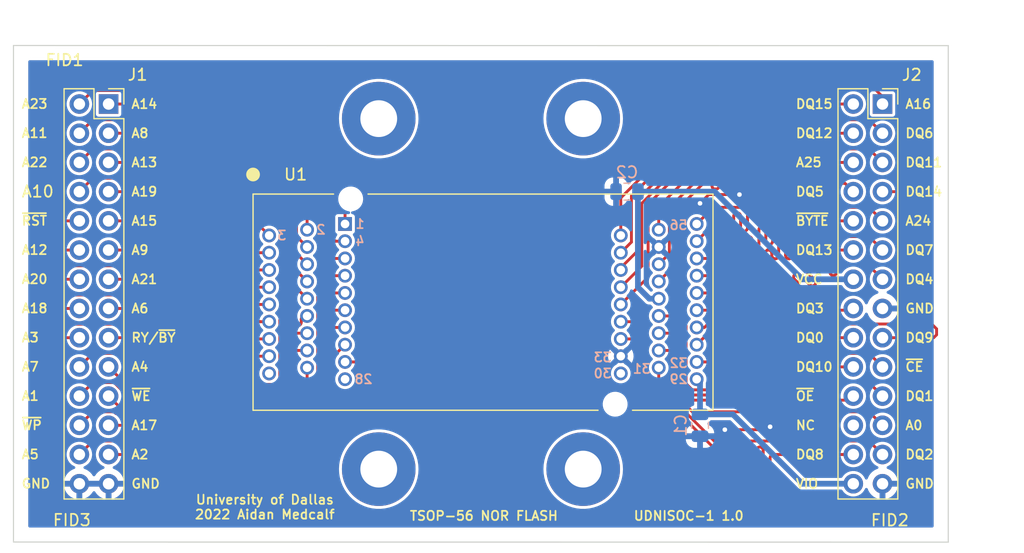
<source format=kicad_pcb>
(kicad_pcb (version 20211014) (generator pcbnew)
  (layers (0 "F.Cu" signal) (31 "B.Cu" signal) (34 "B.Paste" user) (35 "F.Paste" user) (36 "B.SilkS" user "B.Silkscreen") (37 "F.SilkS" user "F.Silkscreen") (38 "B.Mask" user) (39 "F.Mask" user) (44 "Edge.Cuts" user))
  (net 0 "")
  (net 1 "/A23")
  (net 2 "/A22")
  (net 3 "/A15")
  (net 4 "/A14")
  (net 5 "/A13")
  (net 6 "/A12")
  (net 7 "/A11")
  (net 8 "/A10")
  (net 9 "/A9")
  (net 10 "/A8")
  (net 11 "/A19")
  (net 12 "/A20")
  (net 13 "/~{WE}")
  (net 14 "/~{RESET}")
  (net 15 "/A21")
  (net 16 "/~{WP}{slash}ACC")
  (net 17 "/RY{slash}~{BY}")
  (net 18 "/A18")
  (net 19 "/A17")
  (net 20 "/A7")
  (net 21 "/A6")
  (net 22 "/A5")
  (net 23 "/A4")
  (net 24 "/A3")
  (net 25 "/A2")
  (net 26 "/A1")
  (net 27 "VCC")
  (net 28 "/DQ15{slash}A-1")
  (net 29 "VIO")
  (net 30 "GND")
  (net 32 "/A0")
  (net 33 "/~{CE}")
  (net 34 "/~{OE}")
  (net 35 "/DQ0")
  (net 36 "/DQ8")
  (net 37 "/DQ1")
  (net 38 "/DQ9")
  (net 39 "/DQ2")
  (net 40 "/DQ10")
  (net 41 "/DQ3")
  (net 42 "/DQ11")
  (net 43 "/DQ4")
  (net 44 "/DQ12")
  (net 45 "/DQ5")
  (net 46 "/DQ13")
  (net 47 "/DQ6")
  (net 48 "/DQ14")
  (net 49 "/DQ7")
  (net 50 "/~{BYTE}")
  (net 51 "/A16")
  (net 52 "/A25")
  (net 53 "/A24")
  (footprint "MountingHole:MountingHole_3.2mm_M3_Pad" (layer "F.Cu") (at 154.94 111.76)
    (fp_text reference "MH3" hide)
    (fp_text value "#4")
  )
  (footprint "Connector_PinSocket_2.54mm:PinSocket_2x14_P2.54mm_Vertical" (layer "F.Cu") (at 131.445 80.01)
    (fp_text reference "J1")
    (fp_text value "0.1\" Pin Socket")
  )
  (footprint "MountingHole:MountingHole_3.2mm_M3_Pad" (layer "F.Cu") (at 172.72 81.28)
    (fp_text reference "MH2" hide)
    (fp_text value "#4")
  )
  (footprint "MountingHole:MountingHole_3.2mm_M3_Pad" (layer "F.Cu") (at 154.94 81.28)
    (fp_text reference "MH1" hide)
    (fp_text value "#4")
  )
  (footprint "Fiducial:Fiducial_0.75mm_Mask1.5mm" (layer "F.Cu") (at 125.08 116.195)
    (fp_text reference "FID3")
    (fp_text value "Fiducial")
  )
  (footprint "Connector_PinSocket_2.54mm:PinSocket_2x14_P2.54mm_Vertical" (layer "F.Cu") (at 198.75 80.01)
    (fp_text reference "J2")
    (fp_text value "0.1\" Pin Socket")
  )
  (footprint "Fiducial:Fiducial_0.75mm_Mask1.5mm" (layer "F.Cu") (at 125.08 76.825)
    (fp_text reference "FID1")
    (fp_text value "Fiducial")
  )
  (footprint "MountingHole:MountingHole_3.2mm_M3_Pad" (layer "F.Cu") (at 172.72 111.76)
    (fp_text reference "MH4" hide)
    (fp_text value "#4")
  )
  (footprint "Fiducial:Fiducial_0.75mm_Mask1.5mm" (layer "F.Cu") (at 202.565 116.205)
    (fp_text reference "FID2")
    (fp_text value "Fiducial")
  )
  (footprint "UDNISOC1:Socket_TSOP-56" (layer "F.Cu") (at 145.41 91.44)
    (fp_text reference "U1")
    (fp_text value "S29GL01GP")
  )
  (footprint "Capacitor_SMD:C_0805_2012Metric" (layer "B.Cu") (at 182.88 107.95 -90)
    (fp_text reference "C1")
    (fp_text value "0.1uF")
  )
  (footprint "Capacitor_SMD:C_0805_2012Metric" (layer "B.Cu") (at 176.53 87.63 180)
    (fp_text reference "C2")
    (fp_text value "10uF")
  )
  (gr_line (start 123.175 118.1) (end 123.175 74.92) (layer "Edge.Cuts") (width 0.1))
  (gr_line (start 204.47 74.93) (end 204.47 118.11) (layer "Edge.Cuts") (width 0.1))
  (gr_line (start 123.175 74.92) (end 204.47 74.93) (layer "Edge.Cuts") (width 0.1))
  (gr_line (start 204.47 118.11) (end 123.175 118.1) (layer "Edge.Cuts") (width 0.1))
  (gr_text "DQ1" (at 200.66 105.41) (layer "F.SilkS") (effects (font (size 0.8 0.8)) (justify left)))
  (gr_text "A6" (at 133.35 97.79) (layer "F.SilkS") (effects (font (size 0.8 0.8)) (justify left)))
  (gr_text "A15" (at 133.35 90.17) (layer "F.SilkS") (effects (font (size 0.8 0.8)) (justify left)))
  (gr_text "GND" (at 133.35 113.03) (layer "F.SilkS") (effects (font (size 0.8 0.8)) (justify left)))
  (gr_text "DQ12" (at 191.135 82.55) (layer "F.SilkS") (effects (font (size 0.8 0.8)) (justify left)))
  (gr_text "A11" (at 123.81 82.54) (layer "F.SilkS") (effects (font (size 0.8 0.8)) (justify left)))
  (gr_text "DQ5" (at 191.135 87.63) (layer "F.SilkS") (effects (font (size 0.8 0.8)) (justify left)))
  (gr_text "A18" (at 123.81 97.78) (layer "F.SilkS") (effects (font (size 0.8 0.8)) (justify left)))
  (gr_text "DQ15" (at 191.135 80.01) (layer "F.SilkS") (effects (font (size 0.8 0.8)) (justify left)))
  (gr_text "DQ14" (at 200.66 87.63) (layer "F.SilkS") (effects (font (size 0.8 0.8)) (justify left)))
  (gr_text "A25" (at 191.135 85.09) (layer "F.SilkS") (effects (font (size 0.8 0.8)) (justify left)))
  (gr_text "DQ13" (at 191.135 92.71) (layer "F.SilkS") (effects (font (size 0.8 0.8)) (justify left)))
  (gr_text "DQ11" (at 200.66 85.09) (layer "F.SilkS") (effects (font (size 0.8 0.8)) (justify left)))
  (gr_text "GND" (at 200.66 97.79) (layer "F.SilkS") (effects (font (size 0.8 0.8)) (justify left)))
  (gr_text "A24" (at 200.66 90.17) (layer "F.SilkS") (effects (font (size 0.8 0.8)) (justify left)))
  (gr_text "NC" (at 191.135 107.95) (layer "F.SilkS") (effects (font (size 0.8 0.8)) (justify left)))
  (gr_text "A14" (at 133.35 80.01) (layer "F.SilkS") (effects (font (size 0.8 0.8)) (justify left)))
  (gr_text "A4" (at 133.35 102.87) (layer "F.SilkS") (effects (font (size 0.8 0.8)) (justify left)))
  (gr_text "~{BYTE}" (at 191.135 90.17) (layer "F.SilkS") (effects (font (size 0.8 0.8)) (justify left)))
  (gr_text "~{WE}" (at 133.35 105.41) (layer "F.SilkS") (effects (font (size 0.8 0.8)) (justify left)))
  (gr_text "DQ2" (at 200.66 110.49) (layer "F.SilkS") (effects (font (size 0.8 0.8)) (justify left)))
  (gr_text "UDNISOC-1 1.0" (at 177.038 115.824) (layer "F.SilkS") (effects (font (size 0.8 0.8)) (justify left)))
  (gr_text "A1" (at 123.81 105.4) (layer "F.SilkS") (effects (font (size 0.8 0.8)) (justify left)))
  (gr_text "GND" (at 200.66 113.03) (layer "F.SilkS") (effects (font (size 0.8 0.8)) (justify left)))
  (gr_text "~{RST}" (at 123.81 90.16) (layer "F.SilkS") (effects (font (size 0.8 0.8)) (justify left)))
  (gr_text "TSOP-56 NOR FLASH" (at 164.084 115.824) (layer "F.SilkS") (effects (font (size 0.8 0.8))))
  (gr_text "A21" (at 133.35 95.25) (layer "F.SilkS") (effects (font (size 0.8 0.8)) (justify left)))
  (gr_text "~{OE}" (at 191.135 105.41) (layer "F.SilkS") (effects (font (size 0.8 0.8)) (justify left)))
  (gr_text "DQ0" (at 191.135 100.33) (layer "F.SilkS") (effects (font (size 0.8 0.8)) (justify left)))
  (gr_text "A16" (at 200.66 80.01) (layer "F.SilkS") (effects (font (size 0.8 0.8)) (justify left)))
  (gr_text "VIO" (at 191.135 113.03) (layer "F.SilkS") (effects (font (size 0.8 0.8)) (justify left)))
  (gr_text "A23" (at 123.81 80) (layer "F.SilkS") (effects (font (size 0.8 0.8)) (justify left)))
  (gr_text "A20" (at 123.81 95.24) (layer "F.SilkS") (effects (font (size 0.8 0.8)) (justify left)))
  (gr_text "GND" (at 123.81 113.02) (layer "F.SilkS") (effects (font (size 0.8 0.8)) (justify left)))
  (gr_text "DQ9" (at 200.66 100.33) (layer "F.SilkS") (effects (font (size 0.8 0.8)) (justify left)))
  (gr_text "A5" (at 123.81 110.48) (layer "F.SilkS") (effects (font (size 0.8 0.8)) (justify left)))
  (gr_text "A8" (at 133.35 82.55) (layer "F.SilkS") (effects (font (size 0.8 0.8)) (justify left)))
  (gr_text "DQ10" (at 191.135 102.87) (layer "F.SilkS") (effects (font (size 0.8 0.8)) (justify left)))
  (gr_text "DQ3" (at 191.135 97.79) (layer "F.SilkS") (effects (font (size 0.8 0.8)) (justify left)))
  (gr_text "A7" (at 123.81 102.86) (layer "F.SilkS") (effects (font (size 0.8 0.8)) (justify left)))
  (gr_text "DQ7" (at 200.66 92.71) (layer "F.SilkS") (effects (font (size 0.8 0.8)) (justify left)))
  (gr_text "DQ4" (at 200.66 95.25) (layer "F.SilkS") (effects (font (size 0.8 0.8)) (justify left)))
  (gr_text "A3" (at 123.81 100.32) (layer "F.SilkS") (effects (font (size 0.8 0.8)) (justify left)))
  (gr_text "DQ6" (at 200.66 82.55) (layer "F.SilkS") (effects (font (size 0.8 0.8)) (justify left)))
  (gr_text "A0" (at 200.66 107.95) (layer "F.SilkS") (effects (font (size 0.8 0.8)) (justify left)))
  (gr_text "A19" (at 133.35 87.63) (layer "F.SilkS") (effects (font (size 0.8 0.8)) (justify left)))
  (gr_text "A12" (at 123.81 92.7) (layer "F.SilkS") (effects (font (size 0.8 0.8)) (justify left)))
  (gr_text "A22" (at 123.81 85.08) (layer "F.SilkS") (effects (font (size 0.8 0.8)) (justify left)))
  (gr_text "University of Dallas\n2022 Aidan Medcalf" (at 145.034 115.062) (layer "F.SilkS") (effects (font (size 0.8 0.8))))
  (gr_text "~{CE}" (at 200.66 102.87) (layer "F.SilkS") (effects (font (size 0.8 0.8)) (justify left)))
  (gr_text "A17" (at 133.35 107.95) (layer "F.SilkS") (effects (font (size 0.8 0.8)) (justify left)))
  (gr_text "RY/~{BY}" (at 133.35 100.33) (layer "F.SilkS") (effects (font (size 0.8 0.8)) (justify left)))
  (gr_text "~{WP}" (at 123.81 107.94) (layer "F.SilkS") (effects (font (size 0.8 0.8)) (justify left)))
  (gr_text "DQ8" (at 191.135 110.49) (layer "F.SilkS") (effects (font (size 0.8 0.8)) (justify left)))
  (gr_text "A2" (at 133.35 110.49) (layer "F.SilkS") (effects (font (size 0.8 0.8)) (justify left)))
  (gr_text "VCC" (at 191.135 95.25) (layer "F.SilkS") (effects (font (size 0.8 0.8)) (justify left)))
  (gr_text "A10" (at 123.81 87.62) (layer "F.SilkS") (effects (font (size 1 1)) (justify left)))
  (gr_text "A13" (at 133.35 85.09) (layer "F.SilkS") (effects (font (size 0.8 0.8)) (justify left)))
  (gr_text "A9" (at 133.35 92.71) (layer "F.SilkS") (effects (font (size 0.8 0.8)) (justify left)))
  (segment (start 141.319489 78.835489) (end 152.01 89.526) (width 0.25) (layer "F.Cu") (net 1))
  (segment (start 130.079511 78.835489) (end 136.239489 78.835489) (width 0.25) (layer "F.Cu") (net 1))
  (segment (start 136.539489 78.535489) (end 136.539489 78.34479) (width 0.25) (layer "F.Cu") (net 1))
  (segment (start 137.139489 78.34479) (end 137.139489 78.535489) (width 0.25) (layer "F.Cu") (net 1))
  (segment (start 137.439489 78.835489) (end 139.287326 78.835489) (width 0.25) (layer "F.Cu") (net 1))
  (segment (start 152.01 89.526) (end 152.01 90.44) (width 0.25) (layer "F.Cu") (net 1))
  (segment (start 128.905 80.01) (end 130.079511 78.835489) (width 0.25) (layer "F.Cu") (net 1))
  (segment (start 139.287326 78.835489) (end 141.319489 78.835489) (width 0.25) (layer "F.Cu") (net 1))
  (arc (start 136.539489 78.34479) (mid 136.627357 78.132658) (end 136.839489 78.04479) (width 0.25) (layer "F.Cu") (net 1))
  (arc (start 137.139489 78.535489) (mid 137.227357 78.747621) (end 137.439489 78.835489) (width 0.25) (layer "F.Cu") (net 1))
  (arc (start 136.239489 78.835489) (mid 136.451621 78.747621) (end 136.539489 78.535489) (width 0.25) (layer "F.Cu") (net 1))
  (arc (start 136.839489 78.04479) (mid 137.051621 78.132658) (end 137.139489 78.34479) (width 0.25) (layer "F.Cu") (net 1))
  (segment (start 142.969771 83.915489) (end 142.081489 83.915489) (width 0.25) (layer "F.Cu") (net 2))
  (segment (start 139.381489 83.33632) (end 139.381489 83.915489) (width 0.25) (layer "F.Cu") (net 2))
  (segment (start 148.71 90.94) (end 148.71 89.655718) (width 0.25) (layer "F.Cu") (net 2))
  (segment (start 138.781489 84.294658) (end 138.781489 84.215489) (width 0.25) (layer "F.Cu") (net 2))
  (segment (start 139.981489 83.915489) (end 139.981489 83.33632) (width 0.25) (layer "F.Cu") (net 2))
  (segment (start 135.362837 83.915489) (end 130.079511 83.915489) (width 0.25) (layer "F.Cu") (net 2))
  (segment (start 148.71 89.655718) (end 142.969771 83.915489) (width 0.25) (layer "F.Cu") (net 2))
  (segment (start 140.581489 83.33632) (end 140.581489 83.915489) (width 0.25) (layer "F.Cu") (net 2))
  (segment (start 141.781489 84.215489) (end 141.781489 84.294658) (width 0.25) (layer "F.Cu") (net 2))
  (segment (start 141.181489 84.215489) (end 141.181489 83.33632) (width 0.25) (layer "F.Cu") (net 2))
  (segment (start 138.481489 83.915489) (end 135.362837 83.915489) (width 0.25) (layer "F.Cu") (net 2))
  (segment (start 141.181489 84.294658) (end 141.181489 84.215489) (width 0.25) (layer "F.Cu") (net 2))
  (segment (start 139.381489 83.915489) (end 139.381489 84.294658) (width 0.25) (layer "F.Cu") (net 2))
  (segment (start 139.981489 84.294658) (end 139.981489 83.915489) (width 0.25) (layer "F.Cu") (net 2))
  (segment (start 130.079511 83.915489) (end 128.905 85.09) (width 0.25) (layer "F.Cu") (net 2))
  (segment (start 140.581489 83.915489) (end 140.581489 84.294658) (width 0.25) (layer "F.Cu") (net 2))
  (arc (start 139.981489 83.33632) (mid 139.893621 83.124188) (end 139.681489 83.03632) (width 0.25) (layer "F.Cu") (net 2))
  (arc (start 139.081489 84.594658) (mid 138.869357 84.50679) (end 138.781489 84.294658) (width 0.25) (layer "F.Cu") (net 2))
  (arc (start 140.581489 84.294658) (mid 140.493621 84.50679) (end 140.281489 84.594658) (width 0.25) (layer "F.Cu") (net 2))
  (arc (start 140.281489 84.594658) (mid 140.069357 84.50679) (end 139.981489 84.294658) (width 0.25) (layer "F.Cu") (net 2))
  (arc (start 138.781489 84.215489) (mid 138.693621 84.003357) (end 138.481489 83.915489) (width 0.25) (layer "F.Cu") (net 2))
  (arc (start 141.481489 84.594658) (mid 141.269357 84.50679) (end 141.181489 84.294658) (width 0.25) (layer "F.Cu") (net 2))
  (arc (start 139.681489 83.03632) (mid 139.469357 83.124188) (end 139.381489 83.33632) (width 0.25) (layer "F.Cu") (net 2))
  (arc (start 140.881489 83.03632) (mid 140.669357 83.124188) (end 140.581489 83.33632) (width 0.25) (layer "F.Cu") (net 2))
  (arc (start 139.381489 84.294658) (mid 139.293621 84.50679) (end 139.081489 84.594658) (width 0.25) (layer "F.Cu") (net 2))
  (arc (start 141.781489 84.294658) (mid 141.693621 84.50679) (end 141.481489 84.594658) (width 0.25) (layer "F.Cu") (net 2))
  (arc (start 141.181489 83.33632) (mid 141.093621 83.124188) (end 140.881489 83.03632) (width 0.25) (layer "F.Cu") (net 2))
  (arc (start 142.081489 83.915489) (mid 141.869357 84.003357) (end 141.781489 84.215489) (width 0.25) (layer "F.Cu") (net 2))
  (segment (start 137.596 90.655699) (end 137.596 90.17) (width 0.25) (layer "F.Cu") (net 3))
  (segment (start 135.796 89.684301) (end 135.796 90.17) (width 0.25) (layer "F.Cu") (net 3))
  (segment (start 136.996 90.17) (end 136.996 90.655699) (width 0.25) (layer "F.Cu") (net 3))
  (segment (start 138.796 90.17) (end 138.796 89.684301) (width 0.25) (layer "F.Cu") (net 3))
  (segment (start 138.196 90.17) (end 138.196 90.655699) (width 0.25) (layer "F.Cu") (net 3))
  (segment (start 136.996 89.684301) (end 136.996 90.17) (width 0.25) (layer "F.Cu") (net 3))
  (segment (start 134.596 90.17) (end 134.596 90.655699) (width 0.25) (layer "F.Cu") (net 3))
  (segment (start 135.796 90.17) (end 135.796 90.655699) (width 0.25) (layer "F.Cu") (net 3))
  (segment (start 135.196 90.655699) (end 135.196 90.17) (width 0.25) (layer "F.Cu") (net 3))
  (segment (start 136.396 90.655699) (end 136.396 90.17) (width 0.25) (layer "F.Cu") (net 3))
  (segment (start 144.14 90.17) (end 145.41 91.44) (width 0.25) (layer "F.Cu") (net 3))
  (segment (start 139.996 90.17) (end 139.996 89.684301) (width 0.25) (layer "F.Cu") (net 3))
  (segment (start 139.396 89.684301) (end 139.396 90.17) (width 0.25) (layer "F.Cu") (net 3))
  (segment (start 140.596 89.684301) (end 140.596 89.87) (width 0.25) (layer "F.Cu") (net 3))
  (segment (start 140.896 90.17) (end 142.361509 90.17) (width 0.25) (layer "F.Cu") (net 3))
  (segment (start 131.445 90.17) (end 133.096 90.17) (width 0.25) (layer "F.Cu") (net 3))
  (segment (start 136.396 90.17) (end 136.396 89.684301) (width 0.25) (layer "F.Cu") (net 3))
  (segment (start 133.396 90.47) (end 133.396 90.655699) (width 0.25) (layer "F.Cu") (net 3))
  (segment (start 138.196 89.684301) (end 138.196 90.17) (width 0.25) (layer "F.Cu") (net 3))
  (segment (start 134.596 89.684301) (end 134.596 90.17) (width 0.25) (layer "F.Cu") (net 3))
  (segment (start 133.996 90.655699) (end 133.996 90.47) (width 0.25) (layer "F.Cu") (net 3))
  (segment (start 138.796 90.655699) (end 138.796 90.17) (width 0.25) (layer "F.Cu") (net 3))
  (segment (start 142.361509 90.17) (end 144.14 90.17) (width 0.25) (layer "F.Cu") (net 3))
  (segment (start 139.996 90.655699) (end 139.996 90.17) (width 0.25) (layer "F.Cu") (net 3))
  (segment (start 139.396 90.17) (end 139.396 90.655699) (width 0.25) (layer "F.Cu") (net 3))
  (segment (start 135.196 90.17) (end 135.196 89.684301) (width 0.25) (layer "F.Cu") (net 3))
  (segment (start 137.596 90.17) (end 137.596 89.684301) (width 0.25) (layer "F.Cu") (net 3))
  (segment (start 133.996 90.47) (end 133.996 89.684301) (width 0.25) (layer "F.Cu") (net 3))
  (arc (start 135.496 89.384301) (mid 135.708132 89.472169) (end 135.796 89.684301) (width 0.25) (layer "F.Cu") (net 3))
  (arc (start 138.496 90.955699) (mid 138.708132 90.867831) (end 138.796 90.655699) (width 0.25) (layer "F.Cu") (net 3))
  (arc (start 137.296 90.955699) (mid 137.508132 90.867831) (end 137.596 90.655699) (width 0.25) (layer "F.Cu") (net 3))
  (arc (start 134.896 90.955699) (mid 135.108132 90.867831) (end 135.196 90.655699) (width 0.25) (layer "F.Cu") (net 3))
  (arc (start 136.096 90.955699) (mid 136.308132 90.867831) (end 136.396 90.655699) (width 0.25) (layer "F.Cu") (net 3))
  (arc (start 133.096 90.17) (mid 133.308132 90.257868) (end 133.396 90.47) (width 0.25) (layer "F.Cu") (net 3))
  (arc (start 135.196 89.684301) (mid 135.283868 89.472169) (end 135.496 89.384301) (width 0.25) (layer "F.Cu") (net 3))
  (arc (start 137.596 89.684301) (mid 137.683868 89.472169) (end 137.896 89.384301) (width 0.25) (layer "F.Cu") (net 3))
  (arc (start 139.996 89.684301) (mid 140.083868 89.472169) (end 140.296 89.384301) (width 0.25) (layer "F.Cu") (net 3))
  (arc (start 136.996 90.655699) (mid 137.083868 90.867831) (end 137.296 90.955699) (width 0.25) (layer "F.Cu") (net 3))
  (arc (start 139.696 90.955699) (mid 139.908132 90.867831) (end 139.996 90.655699) (width 0.25) (layer "F.Cu") (net 3))
  (arc (start 136.396 89.684301) (mid 136.483868 89.472169) (end 136.696 89.384301) (width 0.25) (layer "F.Cu") (net 3))
  (arc (start 135.796 90.655699) (mid 135.883868 90.867831) (end 136.096 90.955699) (width 0.25) (layer "F.Cu") (net 3))
  (arc (start 133.696 90.955699) (mid 133.908132 90.867831) (end 133.996 90.655699) (width 0.25) (layer "F.Cu") (net 3))
  (arc (start 136.696 89.384301) (mid 136.908132 89.472169) (end 136.996 89.684301) (width 0.25) (layer "F.Cu") (net 3))
  (arc (start 140.296 89.384301) (mid 140.508132 89.472169) (end 140.596 89.684301) (width 0.25) (layer "F.Cu") (net 3))
  (arc (start 133.396 90.655699) (mid 133.483868 90.867831) (end 133.696 90.955699) (width 0.25) (layer "F.Cu") (net 3))
  (arc (start 138.196 90.655699) (mid 138.283868 90.867831) (end 138.496 90.955699) (width 0.25) (layer "F.Cu") (net 3))
  (arc (start 134.596 90.655699) (mid 134.683868 90.867831) (end 134.896 90.955699) (width 0.25) (layer "F.Cu") (net 3))
  (arc (start 138.796 89.684301) (mid 138.883868 89.472169) (end 139.096 89.384301) (width 0.25) (layer "F.Cu") (net 3))
  (arc (start 133.996 89.684301) (mid 134.083868 89.472169) (end 134.296 89.384301) (width 0.25) (layer "F.Cu") (net 3))
  (arc (start 139.396 90.655699) (mid 139.483868 90.867831) (end 139.696 90.955699) (width 0.25) (layer "F.Cu") (net 3))
  (arc (start 137.896 89.384301) (mid 138.108132 89.472169) (end 138.196 89.684301) (width 0.25) (layer "F.Cu") (net 3))
  (arc (start 139.096 89.384301) (mid 139.308132 89.472169) (end 139.396 89.684301) (width 0.25) (layer "F.Cu") (net 3))
  (arc (start 134.296 89.384301) (mid 134.508132 89.472169) (end 134.596 89.684301) (width 0.25) (layer "F.Cu") (net 3))
  (arc (start 140.596 89.87) (mid 140.683868 90.082132) (end 140.896 90.17) (width 0.25) (layer "F.Cu") (net 3))
  (segment (start 137.325081 80.01) (end 140.971435 80.01) (width 0.25) (layer "F.Cu") (net 4))
  (segment (start 133.996 79.625952) (end 133.996 79.71) (width 0.25) (layer "F.Cu") (net 4))
  (segment (start 133.996 79.71) (end 133.996 80.594048) (width 0.25) (layer "F.Cu") (net 4))
  (segment (start 133.396 79.71) (end 133.396 79.625952) (width 0.25) (layer "F.Cu") (net 4))
  (segment (start 135.496 80.01) (end 137.325081 80.01) (width 0.25) (layer "F.Cu") (net 4))
  (segment (start 150.75904 89.797605) (end 150.75904 91.537568) (width 0.25) (layer "F.Cu") (net 4))
  (segment (start 134.596 80.594048) (end 134.596 80.01) (width 0.25) (layer "F.Cu") (net 4))
  (segment (start 150.75904 91.537568) (end 151.161472 91.94) (width 0.25) (layer "F.Cu") (net 4))
  (segment (start 135.196 79.625952) (end 135.196 79.71) (width 0.25) (layer "F.Cu") (net 4))
  (segment (start 134.596 80.01) (end 134.596 79.625952) (width 0.25) (layer "F.Cu") (net 4))
  (segment (start 151.161472 91.94) (end 152.01 91.94) (width 0.25) (layer "F.Cu") (net 4))
  (segment (start 140.971435 80.01) (end 150.75904 89.797605) (width 0.25) (layer "F.Cu") (net 4))
  (segment (start 131.445 80.01) (end 133.096 80.01) (width 0.25) (layer "F.Cu") (net 4))
  (arc (start 134.896 79.325952) (mid 135.108132 79.41382) (end 135.196 79.625952) (width 0.25) (layer "F.Cu") (net 4))
  (arc (start 133.996 80.594048) (mid 134.083868 80.80618) (end 134.296 80.894048) (width 0.25) (layer "F.Cu") (net 4))
  (arc (start 134.596 79.625952) (mid 134.683868 79.41382) (end 134.896 79.325952) (width 0.25) (layer "F.Cu") (net 4))
  (arc (start 135.196 79.71) (mid 135.283868 79.922132) (end 135.496 80.01) (width 0.25) (layer "F.Cu") (net 4))
  (arc (start 133.396 79.625952) (mid 133.483868 79.41382) (end 133.696 79.325952) (width 0.25) (layer "F.Cu") (net 4))
  (arc (start 133.696 79.325952) (mid 133.908132 79.41382) (end 133.996 79.625952) (width 0.25) (layer "F.Cu") (net 4))
  (arc (start 133.096 80.01) (mid 133.308132 79.922132) (end 133.396 79.71) (width 0.25) (layer "F.Cu") (net 4))
  (arc (start 134.296 80.894048) (mid 134.508132 80.80618) (end 134.596 80.594048) (width 0.25) (layer "F.Cu") (net 4))
  (segment (start 139.146 85.09) (end 143.508564 85.09) (width 0.25) (layer "F.Cu") (net 5))
  (segment (start 137.896 85.09) (end 139.146 85.09) (width 0.25) (layer "F.Cu") (net 5))
  (segment (start 131.445 85.09) (end 133.096 85.09) (width 0.25) (layer "F.Cu") (net 5))
  (segment (start 133.996 85.625152) (end 133.996 85.39) (width 0.25) (layer "F.Cu") (net 5))
  (segment (start 143.508564 85.09) (end 147.785489 89.366925) (width 0.25) (layer "F.Cu") (net 5))
  (segment (start 136.996 85.09) (end 136.996 85.625152) (width 0.25) (layer "F.Cu") (net 5))
  (segment (start 147.785489 91.515489) (end 148.71 92.44) (width 0.25) (layer "F.Cu") (net 5))
  (segment (start 136.396 85.625152) (end 136.396 85.09) (width 0.25) (layer "F.Cu") (net 5))
  (segment (start 137.596 85.625152) (end 137.596 85.39) (width 0.25) (layer "F.Cu") (net 5))
  (segment (start 135.796 85.09) (end 135.796 85.625152) (width 0.25) (layer "F.Cu") (net 5))
  (segment (start 135.196 85.09) (end 135.196 84.754848) (width 0.25) (layer "F.Cu") (net 5))
  (segment (start 133.396 85.39) (end 133.396 85.625152) (width 0.25) (layer "F.Cu") (net 5))
  (segment (start 136.396 85.09) (end 136.396 84.754848) (width 0.25) (layer "F.Cu") (net 5))
  (segment (start 135.796 84.754848) (end 135.796 85.09) (width 0.25) (layer "F.Cu") (net 5))
  (segment (start 147.785489 89.366925) (end 147.785489 91.515489) (width 0.25) (layer "F.Cu") (net 5))
  (segment (start 134.596 84.754848) (end 134.596 85.09) (width 0.25) (layer "F.Cu") (net 5))
  (segment (start 133.996 85.39) (end 133.996 84.754848) (width 0.25) (layer "F.Cu") (net 5))
  (segment (start 135.196 85.625152) (end 135.196 85.09) (width 0.25) (layer "F.Cu") (net 5))
  (segment (start 134.596 85.09) (end 134.596 85.625152) (width 0.25) (layer "F.Cu") (net 5))
  (segment (start 136.996 84.754848) (end 136.996 85.09) (width 0.25) (layer "F.Cu") (net 5))
  (arc (start 137.296 85.925152) (mid 137.508132 85.837284) (end 137.596 85.625152) (width 0.25) (layer "F.Cu") (net 5))
  (arc (start 136.396 84.754848) (mid 136.483868 84.542716) (end 136.696 84.454848) (width 0.25) (layer "F.Cu") (net 5))
  (arc (start 136.096 85.925152) (mid 136.308132 85.837284) (end 136.396 85.625152) (width 0.25) (layer "F.Cu") (net 5))
  (arc (start 133.396 85.625152) (mid 133.483868 85.837284) (end 133.696 85.925152) (width 0.25) (layer "F.Cu") (net 5))
  (arc (start 136.696 84.454848) (mid 136.908132 84.542716) (end 136.996 84.754848) (width 0.25) (layer "F.Cu") (net 5))
  (arc (start 133.096 85.09) (mid 133.308132 85.177868) (end 133.396 85.39) (width 0.25) (layer "F.Cu") (net 5))
  (arc (start 137.596 85.39) (mid 137.683868 85.177868) (end 137.896 85.09) (width 0.25) (layer "F.Cu") (net 5))
  (arc (start 135.796 85.625152) (mid 135.883868 85.837284) (end 136.096 85.925152) (width 0.25) (layer "F.Cu") (net 5))
  (arc (start 134.596 85.625152) (mid 134.683868 85.837284) (end 134.896 85.925152) (width 0.25) (layer "F.Cu") (net 5))
  (arc (start 134.896 85.925152) (mid 135.108132 85.837284) (end 135.196 85.625152) (width 0.25) (layer "F.Cu") (net 5))
  (arc (start 134.296 84.454848) (mid 134.508132 84.542716) (end 134.596 84.754848) (width 0.25) (layer "F.Cu") (net 5))
  (arc (start 135.496 84.454848) (mid 135.708132 84.542716) (end 135.796 84.754848) (width 0.25) (layer "F.Cu") (net 5))
  (arc (start 136.996 85.625152) (mid 137.083868 85.837284) (end 137.296 85.925152) (width 0.25) (layer "F.Cu") (net 5))
  (arc (start 135.196 84.754848) (mid 135.283868 84.542716) (end 135.496 84.454848) (width 0.25) (layer "F.Cu") (net 5))
  (arc (start 133.996 84.754848) (mid 134.083868 84.542716) (end 134.296 84.454848) (width 0.25) (layer "F.Cu") (net 5))
  (arc (start 133.696 85.925152) (mid 133.908132 85.837284) (end 133.996 85.625152) (width 0.25) (layer "F.Cu") (net 5))
  (segment (start 125.522 91.74) (end 125.522 91.982893) (width 0.25) (layer "F.Cu") (net 6))
  (segment (start 126.122 91.982893) (end 126.122 91.74) (width 0.25) (layer "F.Cu") (net 6))
  (segment (start 124.968 92.456) (end 124.968 91.694) (width 0.25) (layer "F.Cu") (net 6))
  (segment (start 125.222 92.71) (end 124.968 92.456) (width 0.25) (layer "F.Cu") (net 6))
  (segment (start 128.905 92.71) (end 125.222 92.71) (width 0.25) (layer "F.Cu") (net 6))
  (segment (start 143.002 91.44) (end 144.502 92.94) (width 0.25) (layer "F.Cu") (net 6))
  (segment (start 144.502 92.94) (end 145.41 92.94) (width 0.25) (layer "F.Cu") (net 6))
  (segment (start 128.360564 91.44) (end 143.002 91.44) (width 0.25) (layer "F.Cu") (net 6))
  (segment (start 126.722 90.897107) (end 126.722 91.44) (width 0.25) (layer "F.Cu") (net 6))
  (segment (start 126.722 91.44) (end 126.722 91.982893) (width 0.25) (layer "F.Cu") (net 6))
  (segment (start 124.968 91.694) (end 125.222 91.44) (width 0.25) (layer "F.Cu") (net 6))
  (segment (start 127.322 91.982893) (end 127.322 91.74) (width 0.25) (layer "F.Cu") (net 6))
  (segment (start 126.122 91.74) (end 126.122 90.897107) (width 0.25) (layer "F.Cu") (net 6))
  (segment (start 127.622 91.44) (end 128.360564 91.44) (width 0.25) (layer "F.Cu") (net 6))
  (arc (start 127.022 92.282893) (mid 127.234132 92.195025) (end 127.322 91.982893) (width 0.25) (layer "F.Cu") (net 6))
  (arc (start 125.522 91.982893) (mid 125.609868 92.195025) (end 125.822 92.282893) (width 0.25) (layer "F.Cu") (net 6))
  (arc (start 126.422 90.597107) (mid 126.634132 90.684975) (end 126.722 90.897107) (width 0.25) (layer "F.Cu") (net 6))
  (arc (start 125.822 92.282893) (mid 126.034132 92.195025) (end 126.122 91.982893) (width 0.25) (layer "F.Cu") (net 6))
  (arc (start 127.322 91.74) (mid 127.409868 91.527868) (end 127.622 91.44) (width 0.25) (layer "F.Cu") (net 6))
  (arc (start 125.222 91.44) (mid 125.434132 91.527868) (end 125.522 91.74) (width 0.25) (layer "F.Cu") (net 6))
  (arc (start 126.122 90.897107) (mid 126.209868 90.684975) (end 126.422 90.597107) (width 0.25) (layer "F.Cu") (net 6))
  (arc (start 126.722 91.982893) (mid 126.809868 92.195025) (end 127.022 92.282893) (width 0.25) (layer "F.Cu") (net 6))
  (segment (start 138.218511 81.075489) (end 138.218511 80.825251) (width 0.25) (layer "F.Cu") (net 7))
  (segment (start 137.318511 81.375489) (end 130.079511 81.375489) (width 0.25) (layer "F.Cu") (net 7))
  (segment (start 150.622 93.472) (end 150.30952 93.15952) (width 0.25) (layer "F.Cu") (net 7))
  (segment (start 150.654 93.44) (end 150.622 93.472) (width 0.25) (layer "F.Cu") (net 7))
  (segment (start 141.701207 81.375489) (end 138.518511 81.375489) (width 0.25) (layer "F.Cu") (net 7))
  (segment (start 150.30952 93.15952) (end 150.30952 89.983802) (width 0.25) (layer "F.Cu") (net 7))
  (segment (start 150.30952 89.983802) (end 141.701207 81.375489) (width 0.25) (layer "F.Cu") (net 7))
  (segment (start 130.079511 81.375489) (end 128.905 82.55) (width 0.25) (layer "F.Cu") (net 7))
  (segment (start 152.01 93.44) (end 150.654 93.44) (width 0.25) (layer "F.Cu") (net 7))
  (segment (start 137.618511 80.825251) (end 137.618511 81.075489) (width 0.25) (layer "F.Cu") (net 7))
  (arc (start 138.218511 80.825251) (mid 138.130643 80.613119) (end 137.918511 80.525251) (width 0.25) (layer "F.Cu") (net 7))
  (arc (start 137.918511 80.525251) (mid 137.706379 80.613119) (end 137.618511 80.825251) (width 0.25) (layer "F.Cu") (net 7))
  (arc (start 138.518511 81.375489) (mid 138.306379 81.287621) (end 138.218511 81.075489) (width 0.25) (layer "F.Cu") (net 7))
  (arc (start 137.618511 81.075489) (mid 137.530643 81.287621) (end 137.318511 81.375489) (width 0.25) (layer "F.Cu") (net 7))
  (segment (start 142.451489 86.855489) (end 142.451489 86.755489) (width 0.25) (layer "F.Cu") (net 8))
  (segment (start 140.651489 85.855489) (end 140.651489 86.155489) (width 0.25) (layer "F.Cu") (net 8))
  (segment (start 140.351489 86.455489) (end 131.372939 86.455489) (width 0.25) (layer "F.Cu") (net 8))
  (segment (start 141.251489 86.855489) (end 141.251489 86.455489) (width 0.25) (layer "F.Cu") (net 8))
  (segment (start 148.71 93.94) (end 147.32 92.55) (width 0.25) (layer "F.Cu") (net 8))
  (segment (start 141.851489 86.455489) (end 141.851489 86.855489) (width 0.25) (layer "F.Cu") (net 8))
  (segment (start 147.32 92.55) (end 147.32 90.17) (width 0.25) (layer "F.Cu") (net 8))
  (segment (start 142.451489 86.755489) (end 142.451489 85.855489) (width 0.25) (layer "F.Cu") (net 8))
  (segment (start 141.251489 86.455489) (end 141.251489 85.855489) (width 0.25) (layer "F.Cu") (net 8))
  (segment (start 147.32 90.17) (end 143.605489 86.455489) (width 0.25) (layer "F.Cu") (net 8))
  (segment (start 131.372939 86.455489) (end 130.079511 86.455489) (width 0.25) (layer "F.Cu") (net 8))
  (segment (start 143.605489 86.455489) (end 143.351489 86.455489) (width 0.25) (layer "F.Cu") (net 8))
  (segment (start 130.079511 86.455489) (end 128.905 87.63) (width 0.25) (layer "F.Cu") (net 8))
  (segment (start 143.051489 86.755489) (end 143.051489 86.855489) (width 0.25) (layer "F.Cu") (net 8))
  (segment (start 141.851489 85.855489) (end 141.851489 86.455489) (width 0.25) (layer "F.Cu") (net 8))
  (arc (start 140.951489 85.555489) (mid 140.739357 85.643357) (end 140.651489 85.855489) (width 0.25) (layer "F.Cu") (net 8))
  (arc (start 143.351489 86.455489) (mid 143.139357 86.543357) (end 143.051489 86.755489) (width 0.25) (layer "F.Cu") (net 8))
  (arc (start 142.151489 85.555489) (mid 141.939357 85.643357) (end 141.851489 85.855489) (width 0.25) (layer "F.Cu") (net 8))
  (arc (start 143.051489 86.855489) (mid 142.963621 87.067621) (end 142.751489 87.155489) (width 0.25) (layer "F.Cu") (net 8))
  (arc (start 141.251489 85.855489) (mid 141.163621 85.643357) (end 140.951489 85.555489) (width 0.25) (layer "F.Cu") (net 8))
  (arc (start 142.751489 87.155489) (mid 142.539357 87.067621) (end 142.451489 86.855489) (width 0.25) (layer "F.Cu") (net 8))
  (arc (start 141.851489 86.855489) (mid 141.763621 87.067621) (end 141.551489 87.155489) (width 0.25) (layer "F.Cu") (net 8))
  (arc (start 142.451489 85.855489) (mid 142.363621 85.643357) (end 142.151489 85.555489) (width 0.25) (layer "F.Cu") (net 8))
  (arc (start 141.551489 87.155489) (mid 141.339357 87.067621) (end 141.251489 86.855489) (width 0.25) (layer "F.Cu") (net 8))
  (arc (start 140.651489 86.155489) (mid 140.563621 86.367621) (end 140.351489 86.455489) (width 0.25) (layer "F.Cu") (net 8))
  (segment (start 139.142 92.227786) (end 139.142 92.71) (width 0.25) (layer "F.Cu") (net 9))
  (segment (start 139.742 93.292214) (end 139.742 93.01) (width 0.25) (layer "F.Cu") (net 9))
  (segment (start 134.942 93.292214) (end 134.942 92.71) (width 0.25) (layer "F.Cu") (net 9))
  (segment (start 136.742 92.227786) (end 136.742 92.71) (width 0.25) (layer "F.Cu") (net 9))
  (segment (start 138.542 93.292214) (end 138.542 92.71) (width 0.25) (layer "F.Cu") (net 9))
  (segment (start 137.942 92.71) (end 137.942 93.292214) (width 0.25) (layer "F.Cu") (net 9))
  (segment (start 139.142 92.71) (end 139.142 93.292214) (width 0.25) (layer "F.Cu") (net 9))
  (segment (start 136.142 92.71) (end 136.142 92.227786) (width 0.25) (layer "F.Cu") (net 9))
  (segment (start 137.942 92.227786) (end 137.942 92.71) (width 0.25) (layer "F.Cu") (net 9))
  (segment (start 140.042 92.71) (end 141.478 92.71) (width 0.25) (layer "F.Cu") (net 9))
  (segment (start 135.542 92.71) (end 135.542 93.292214) (width 0.25) (layer "F.Cu") (net 9))
  (segment (start 136.142 93.292214) (end 136.142 92.71) (width 0.25) (layer "F.Cu") (net 9))
  (segment (start 143.208 94.44) (end 145.41 94.44) (width 0.25) (layer "F.Cu") (net 9))
  (segment (start 134.342 92.227786) (end 134.342 92.71) (width 0.25) (layer "F.Cu") (net 9))
  (segment (start 135.542 92.227786) (end 135.542 92.71) (width 0.25) (layer "F.Cu") (net 9))
  (segment (start 133.742 93.292214) (end 133.742 93.01) (width 0.25) (layer "F.Cu") (net 9))
  (segment (start 134.342 92.71) (end 134.342 93.292214) (width 0.25) (layer "F.Cu") (net 9))
  (segment (start 141.478 92.71) (end 143.208 94.44) (width 0.25) (layer "F.Cu") (net 9))
  (segment (start 131.445 92.71) (end 132.842 92.71) (width 0.25) (layer "F.Cu") (net 9))
  (segment (start 136.742 92.71) (end 136.742 93.292214) (width 0.25) (layer "F.Cu") (net 9))
  (segment (start 137.342 93.292214) (end 137.342 92.71) (width 0.25) (layer "F.Cu") (net 9))
  (segment (start 134.942 92.71) (end 134.942 92.227786) (width 0.25) (layer "F.Cu") (net 9))
  (segment (start 133.742 93.01) (end 133.742 92.227786) (width 0.25) (layer "F.Cu") (net 9))
  (segment (start 138.542 92.71) (end 138.542 92.227786) (width 0.25) (layer "F.Cu") (net 9))
  (segment (start 133.142 93.01) (end 133.142 93.292214) (width 0.25) (layer "F.Cu") (net 9))
  (segment (start 137.342 92.71) (end 137.342 92.227786) (width 0.25) (layer "F.Cu") (net 9))
  (arc (start 135.242 91.927786) (mid 135.454132 92.015654) (end 135.542 92.227786) (width 0.25) (layer "F.Cu") (net 9))
  (arc (start 139.442 93.592214) (mid 139.654132 93.504346) (end 139.742 93.292214) (width 0.25) (layer "F.Cu") (net 9))
  (arc (start 136.442 91.927786) (mid 136.654132 92.015654) (end 136.742 92.227786) (width 0.25) (layer "F.Cu") (net 9))
  (arc (start 132.842 92.71) (mid 133.054132 92.797868) (end 133.142 93.01) (width 0.25) (layer "F.Cu") (net 9))
  (arc (start 134.042 91.927786) (mid 134.254132 92.015654) (end 134.342 92.227786) (width 0.25) (layer "F.Cu") (net 9))
  (arc (start 137.342 92.227786) (mid 137.429868 92.015654) (end 137.642 91.927786) (width 0.25) (layer "F.Cu") (net 9))
  (arc (start 137.942 93.292214) (mid 138.029868 93.504346) (end 138.242 93.592214) (width 0.25) (layer "F.Cu") (net 9))
  (arc (start 136.142 92.227786) (mid 136.229868 92.015654) (end 136.442 91.927786) (width 0.25) (layer "F.Cu") (net 9))
  (arc (start 134.342 93.292214) (mid 134.429868 93.504346) (end 134.642 93.592214) (width 0.25) (layer "F.Cu") (net 9))
  (arc (start 135.842 93.592214) (mid 136.054132 93.504346) (end 136.142 93.292214) (width 0.25) (layer "F.Cu") (net 9))
  (arc (start 133.142 93.292214) (mid 133.229868 93.504346) (end 133.442 93.592214) (width 0.25) (layer "F.Cu") (net 9))
  (arc (start 135.542 93.292214) (mid 135.629868 93.504346) (end 135.842 93.592214) (width 0.25) (layer "F.Cu") (net 9))
  (arc (start 138.242 93.592214) (mid 138.454132 93.504346) (end 138.542 93.292214) (width 0.25) (layer "F.Cu") (net 9))
  (arc (start 139.142 93.292214) (mid 139.229868 93.504346) (end 139.442 93.592214) (width 0.25) (layer "F.Cu") (net 9))
  (arc (start 137.042 93.592214) (mid 137.254132 93.504346) (end 137.342 93.292214) (width 0.25) (layer "F.Cu") (net 9))
  (arc (start 133.742 92.227786) (mid 133.829868 92.015654) (end 134.042 91.927786) (width 0.25) (layer "F.Cu") (net 9))
  (arc (start 134.942 92.227786) (mid 135.029868 92.015654) (end 135.242 91.927786) (width 0.25) (layer "F.Cu") (net 9))
  (arc (start 134.642 93.592214) (mid 134.854132 93.504346) (end 134.942 93.292214) (width 0.25) (layer "F.Cu") (net 9))
  (arc (start 138.542 92.227786) (mid 138.629868 92.015654) (end 138.842 91.927786) (width 0.25) (layer "F.Cu") (net 9))
  (arc (start 138.842 91.927786) (mid 139.054132 92.015654) (end 139.142 92.227786) (width 0.25) (layer "F.Cu") (net 9))
  (arc (start 137.642 91.927786) (mid 137.854132 92.015654) (end 137.942 92.227786) (width 0.25) (layer "F.Cu") (net 9))
  (arc (start 139.742 93.01) (mid 139.829868 92.797868) (end 140.042 92.71) (width 0.25) (layer "F.Cu") (net 9))
  (arc (start 136.742 93.292214) (mid 136.829868 93.504346) (end 137.042 93.592214) (width 0.25) (layer "F.Cu") (net 9))
  (arc (start 133.442 93.592214) (mid 133.654132 93.504346) (end 133.742 93.292214) (width 0.25) (layer "F.Cu") (net 9))
  (segment (start 133.669708 81.976292) (end 133.696 81.976292) (width 0.25) (layer "F.Cu") (net 10))
  (segment (start 134.596 83.023708) (end 134.596 82.85) (width 0.25) (layer "F.Cu") (net 10))
  (segment (start 149.86 90.17) (end 149.86 94.234) (width 0.25) (layer "F.Cu") (net 10))
  (segment (start 142.24 82.55) (end 149.86 90.17) (width 0.25) (layer "F.Cu") (net 10))
  (segment (start 150.566 94.94) (end 152.01 94.94) (width 0.25) (layer "F.Cu") (net 10))
  (segment (start 133.982854 82.55) (end 133.996 82.55) (width 0.25) (layer "F.Cu") (net 10))
  (segment (start 134.896 82.55) (end 135.820694 82.55) (width 0.25) (layer "F.Cu") (net 10))
  (segment (start 149.86 94.234) (end 150.566 94.94) (width 0.25) (layer "F.Cu") (net 10))
  (segment (start 133.996 82.55) (end 133.996 83.023708) (width 0.25) (layer "F.Cu") (net 10))
  (segment (start 131.445 82.55) (end 133.096 82.55) (width 0.25) (layer "F.Cu") (net 10))
  (segment (start 135.820694 82.55) (end 142.24 82.55) (width 0.25) (layer "F.Cu") (net 10))
  (segment (start 133.982854 82.263146) (end 133.982854 82.55) (width 0.25) (layer "F.Cu") (net 10))
  (arc (start 134.296 83.323708) (mid 134.508132 83.23584) (end 134.596 83.023708) (width 0.25) (layer "F.Cu") (net 10))
  (arc (start 133.382854 82.263146) (mid 133.466872 82.06031) (end 133.669708 81.976292) (width 0.25) (layer "F.Cu") (net 10))
  (arc (start 133.996 83.023708) (mid 134.083868 83.23584) (end 134.296 83.323708) (width 0.25) (layer "F.Cu") (net 10))
  (arc (start 133.096 82.55) (mid 133.298836 82.465982) (end 133.382854 82.263146) (width 0.25) (layer "F.Cu") (net 10))
  (arc (start 134.596 82.85) (mid 134.683868 82.637868) (end 134.896 82.55) (width 0.25) (layer "F.Cu") (net 10))
  (arc (start 133.696 81.976292) (mid 133.898836 82.06031) (end 133.982854 82.263146) (width 0.25) (layer "F.Cu") (net 10))
  (segment (start 135.196 87.63) (end 135.196 87.297162) (width 0.25) (layer "F.Cu") (net 11))
  (segment (start 136.996 87.297162) (end 136.996 87.63) (width 0.25) (layer "F.Cu") (net 11))
  (segment (start 146.87048 90.356198) (end 146.87048 93.60048) (width 0.25) (layer "F.Cu") (net 11))
  (segment (start 144.144282 87.63) (end 146.87048 90.356198) (width 0.25) (layer "F.Cu") (net 11))
  (segment (start 134.596 87.63) (end 134.596 88.062838) (width 0.25) (layer "F.Cu") (net 11))
  (segment (start 141.838244 87.63) (end 144.144282 87.63) (width 0.25) (layer "F.Cu") (net 11))
  (segment (start 135.796 87.63) (end 135.796 88.062838) (width 0.25) (layer "F.Cu") (net 11))
  (segment (start 135.796 87.297162) (end 135.796 87.63) (width 0.25) (layer "F.Cu") (net 11))
  (segment (start 136.396 87.63) (end 136.396 87.297162) (width 0.25) (layer "F.Cu") (net 11))
  (segment (start 134.596 87.297162) (end 134.596 87.63) (width 0.25) (layer "F.Cu") (net 11))
  (segment (start 135.196 88.062838) (end 135.196 87.63) (width 0.25) (layer "F.Cu") (net 11))
  (segment (start 133.996 87.93) (end 133.996 87.297162) (width 0.25) (layer "F.Cu") (net 11))
  (segment (start 146.87048 93.60048) (end 148.71 95.44) (width 0.25) (layer "F.Cu") (net 11))
  (segment (start 133.396 87.93) (end 133.396 88.062838) (width 0.25) (layer "F.Cu") (net 11))
  (segment (start 133.996 88.062838) (end 133.996 87.93) (width 0.25) (layer "F.Cu") (net 11))
  (segment (start 136.996 87.63) (end 136.996 88.062838) (width 0.25) (layer "F.Cu") (net 11))
  (segment (start 137.596 88.062838) (end 137.596 87.93) (width 0.25) (layer "F.Cu") (net 11))
  (segment (start 136.396 88.062838) (end 136.396 87.63) (width 0.25) (layer "F.Cu") (net 11))
  (segment (start 137.896 87.63) (end 141.838244 87.63) (width 0.25) (layer "F.Cu") (net 11))
  (segment (start 131.445 87.63) (end 133.096 87.63) (width 0.25) (layer "F.Cu") (net 11))
  (arc (start 133.396 88.062838) (mid 133.483868 88.27497) (end 133.696 88.362838) (width 0.25) (layer "F.Cu") (net 11))
  (arc (start 134.896 88.362838) (mid 135.108132 88.27497) (end 135.196 88.062838) (width 0.25) (layer "F.Cu") (net 11))
  (arc (start 134.296 86.997162) (mid 134.508132 87.08503) (end 134.596 87.297162) (width 0.25) (layer "F.Cu") (net 11))
  (arc (start 136.096 88.362838) (mid 136.308132 88.27497) (end 136.396 88.062838) (width 0.25) (layer "F.Cu") (net 11))
  (arc (start 137.596 87.93) (mid 137.683868 87.717868) (end 137.896 87.63) (width 0.25) (layer "F.Cu") (net 11))
  (arc (start 135.196 87.297162) (mid 135.283868 87.08503) (end 135.496 86.997162) (width 0.25) (layer "F.Cu") (net 11))
  (arc (start 133.996 87.297162) (mid 134.083868 87.08503) (end 134.296 86.997162) (width 0.25) (layer "F.Cu") (net 11))
  (arc (start 137.296 88.362838) (mid 137.508132 88.27497) (end 137.596 88.062838) (width 0.25) (layer "F.Cu") (net 11))
  (arc (start 133.096 87.63) (mid 133.308132 87.717868) (end 133.396 87.93) (width 0.25) (layer "F.Cu") (net 11))
  (arc (start 136.996 88.062838) (mid 137.083868 88.27497) (end 137.296 88.362838) (width 0.25) (layer "F.Cu") (net 11))
  (arc (start 136.396 87.297162) (mid 136.483868 87.08503) (end 136.696 86.997162) (width 0.25) (layer "F.Cu") (net 11))
  (arc (start 134.596 88.062838) (mid 134.683868 88.27497) (end 134.896 88.362838) (width 0.25) (layer "F.Cu") (net 11))
  (arc (start 135.796 88.062838) (mid 135.883868 88.27497) (end 136.096 88.362838) (width 0.25) (layer "F.Cu") (net 11))
  (arc (start 133.696 88.362838) (mid 133.908132 88.27497) (end 133.996 88.062838) (width 0.25) (layer "F.Cu") (net 11))
  (arc (start 136.696 86.997162) (mid 136.908132 87.08503) (end 136.996 87.297162) (width 0.25) (layer "F.Cu") (net 11))
  (arc (start 135.496 86.997162) (mid 135.708132 87.08503) (end 135.796 87.297162) (width 0.25) (layer "F.Cu") (net 11))
  (segment (start 125.708 95.25) (end 125.476 95.25) (width 0.25) (layer "F.Cu") (net 12))
  (segment (start 126.008 94.943376) (end 126.008 94.95) (width 0.25) (layer "F.Cu") (net 12))
  (segment (start 144.454 95.94) (end 145.41 95.94) (width 0.25) (layer "F.Cu") (net 12))
  (segment (start 127.603489 94.075489) (end 141.065489 94.075489) (width 0.25) (layer "F.Cu") (net 12))
  (segment (start 126.608 95.556624) (end 126.608 95.55) (width 0.25) (layer "F.Cu") (net 12))
  (segment (start 125.380511 94.075489) (end 126.403489 94.075489) (width 0.25) (layer "F.Cu") (net 12))
  (segment (start 126.608 95.55) (end 126.608 94.943376) (width 0.25) (layer "F.Cu") (net 12))
  (segment (start 125.222 94.234) (end 125.380511 94.075489) (width 0.25) (layer "F.Cu") (net 12))
  (segment (start 127.303489 93.475489) (end 127.303489 93.775489) (width 0.25) (layer "F.Cu") (net 12))
  (segment (start 128.905 95.25) (end 127.508 95.25) (width 0.25) (layer "F.Cu") (net 12))
  (segment (start 126.703489 93.775489) (end 126.703489 93.475489) (width 0.25) (layer "F.Cu") (net 12))
  (segment (start 125.222 94.996) (end 125.222 94.234) (width 0.25) (layer "F.Cu") (net 12))
  (segment (start 127.208 95.55) (end 127.208 95.556624) (width 0.25) (layer "F.Cu") (net 12))
  (segment (start 142.93 95.94) (end 143.254 95.94) (width 0.25) (layer "F.Cu") (net 12))
  (segment (start 143.554 95.64) (end 143.554 95.24) (width 0.25) (layer "F.Cu") (net 12))
  (segment (start 141.065489 94.075489) (end 142.93 95.94) (width 0.25) (layer "F.Cu") (net 12))
  (segment (start 125.476 95.25) (end 125.222 94.996) (width 0.25) (layer "F.Cu") (net 12))
  (segment (start 144.154 95.24) (end 144.154 95.64) (width 0.25) (layer "F.Cu") (net 12))
  (arc (start 126.703489 93.475489) (mid 126.791357 93.263357) (end 127.003489 93.175489) (width 0.25) (layer "F.Cu") (net 12))
  (arc (start 126.908 95.856624) (mid 126.695868 95.768756) (end 126.608 95.556624) (width 0.25) (layer "F.Cu") (net 12))
  (arc (start 127.303489 93.775489) (mid 127.391357 93.987621) (end 127.603489 94.075489) (width 0.25) (layer "F.Cu") (net 12))
  (arc (start 126.008 94.95) (mid 125.920132 95.162132) (end 125.708 95.25) (width 0.25) (layer "F.Cu") (net 12))
  (arc (start 127.003489 93.175489) (mid 127.215621 93.263357) (end 127.303489 93.475489) (width 0.25) (layer "F.Cu") (net 12))
  (arc (start 126.403489 94.075489) (mid 126.615621 93.987621) (end 126.703489 93.775489) (width 0.25) (layer "F.Cu") (net 12))
  (arc (start 126.608 94.943376) (mid 126.520132 94.731244) (end 126.308 94.643376) (width 0.25) (layer "F.Cu") (net 12))
  (arc (start 143.854 94.94) (mid 144.066132 95.027868) (end 144.154 95.24) (width 0.25) (layer "F.Cu") (net 12))
  (arc (start 127.208 95.556624) (mid 127.120132 95.768756) (end 126.908 95.856624) (width 0.25) (layer "F.Cu") (net 12))
  (arc (start 144.154 95.64) (mid 144.241868 95.852132) (end 144.454 95.94) (width 0.25) (layer "F.Cu") (net 12))
  (arc (start 127.508 95.25) (mid 127.295868 95.337868) (end 127.208 95.55) (width 0.25) (layer "F.Cu") (net 12))
  (arc (start 143.554 95.24) (mid 143.641868 95.027868) (end 143.854 94.94) (width 0.25) (layer "F.Cu") (net 12))
  (arc (start 126.308 94.643376) (mid 126.095868 94.731244) (end 126.008 94.943376) (width 0.25) (layer "F.Cu") (net 12))
  (arc (start 143.254 95.94) (mid 143.466132 95.852132) (end 143.554 95.64) (width 0.25) (layer "F.Cu") (net 12))
  (segment (start 152.01 96.44) (end 149.968511 96.44) (width 0.25) (layer "F.Cu") (net 13))
  (segment (start 149.968511 96.44) (end 149.634511 96.774) (width 0.25) (layer "F.Cu") (net 13))
  (segment (start 149.634511 105.635489) (end 148.844 106.426) (width 0.25) (layer "F.Cu") (net 13))
  (segment (start 148.844 106.426) (end 132.461 106.426) (width 0.25) (layer "F.Cu") (net 13))
  (segment (start 149.634511 96.774) (end 149.634511 105.635489) (width 0.25) (layer "F.Cu") (net 13))
  (segment (start 132.461 106.426) (end 131.445 105.41) (width 0.25) (layer "F.Cu") (net 13))
  (segment (start 144.526 88.9) (end 127.508 88.9) (width 0.25) (layer "F.Cu") (net 14))
  (segment (start 127.508 88.9) (end 127.254 89.154) (width 0.25) (layer "F.Cu") (net 14))
  (segment (start 148.71 96.94) (end 146.42096 94.65096) (width 0.25) (layer "F.Cu") (net 14))
  (segment (start 146.42096 90.79496) (end 144.526 88.9) (width 0.25) (layer "F.Cu") (net 14))
  (segment (start 127.254 89.154) (end 127.254 89.916) (width 0.25) (layer "F.Cu") (net 14))
  (segment (start 146.42096 94.65096) (end 146.42096 90.79496) (width 0.25) (layer "F.Cu") (net 14))
  (segment (start 127.508 90.17) (end 128.905 90.17) (width 0.25) (layer "F.Cu") (net 14))
  (segment (start 127.254 89.916) (end 127.508 90.17) (width 0.25) (layer "F.Cu") (net 14))
  (segment (start 139.742 95.822217) (end 139.742 95.55) (width 0.25) (layer "F.Cu") (net 15))
  (segment (start 141.785854 95.906039) (end 141.664077 96.027813) (width 0.25) (layer "F.Cu") (net 15))
  (segment (start 137.942 94.877783) (end 137.942 95.25) (width 0.25) (layer "F.Cu") (net 15))
  (segment (start 133.742 95.822217) (end 133.742 95.55) (width 0.25) (layer "F.Cu") (net 15))
  (segment (start 135.542 95.25) (end 135.542 95.822217) (width 0.25) (layer "F.Cu") (net 15))
  (segment (start 133.742 95.55) (end 133.742 94.877783) (width 0.25) (layer "F.Cu") (net 15))
  (segment (start 134.942 95.25) (end 134.942 94.877783) (width 0.25) (layer "F.Cu") (net 15))
  (segment (start 140.462 95.25) (end 140.81555 95.60355) (width 0.25) (layer "F.Cu") (net 15))
  (segment (start 136.742 94.877783) (end 136.742 95.25) (width 0.25) (layer "F.Cu") (net 15))
  (segment (start 141.239814 95.60355) (end 141.36159 95.481775) (width 0.25) (layer "F.Cu") (net 15))
  (segment (start 138.542 95.822217) (end 138.542 95.25) (width 0.25) (layer "F.Cu") (net 15))
  (segment (start 137.342 95.822217) (end 137.342 95.25) (width 0.25) (layer "F.Cu") (net 15))
  (segment (start 136.142 95.822217) (end 136.142 95.25) (width 0.25) (layer "F.Cu") (net 15))
  (segment (start 141.664078 96.452078) (end 142.652 97.44) (width 0.25) (layer "F.Cu") (net 15))
  (segment (start 137.342 95.25) (end 137.342 94.877783) (width 0.25) (layer "F.Cu") (net 15))
  (segment (start 141.664077 96.452077) (end 141.664078 96.452078) (width 0.25) (layer "F.Cu") (net 15))
  (segment (start 131.445 95.25) (end 132.842 95.25) (width 0.25) (layer "F.Cu") (net 15))
  (segment (start 140.042 95.25) (end 140.462 95.25) (width 0.25) (layer "F.Cu") (net 15))
  (segment (start 142.652 97.44) (end 145.41 97.44) (width 0.25) (layer "F.Cu") (net 15))
  (segment (start 141.239815 95.603549) (end 141.239814 95.60355) (width 0.25) (layer "F.Cu") (net 15))
  (segment (start 141.785853 95.90604) (end 141.785854 95.906039) (width 0.25) (layer "F.Cu") (net 15))
  (segment (start 134.942 95.822217) (end 134.942 95.25) (width 0.25) (layer "F.Cu") (net 15))
  (segment (start 138.542 95.25) (end 138.542 94.877783) (width 0.25) (layer "F.Cu") (net 15))
  (segment (start 139.142 95.25) (end 139.142 95.822217) (width 0.25) (layer "F.Cu") (net 15))
  (segment (start 134.342 95.25) (end 134.342 95.822217) (width 0.25) (layer "F.Cu") (net 15))
  (segment (start 135.542 94.877783) (end 135.542 95.25) (width 0.25) (layer "F.Cu") (net 15))
  (segment (start 137.942 95.25) (end 137.942 95.822217) (width 0.25) (layer "F.Cu") (net 15))
  (segment (start 136.142 95.25) (end 136.142 94.877783) (width 0.25) (layer "F.Cu") (net 15))
  (segment (start 136.742 95.25) (end 136.742 95.822217) (width 0.25) (layer "F.Cu") (net 15))
  (segment (start 139.142 94.877783) (end 139.142 95.25) (width 0.25) (layer "F.Cu") (net 15))
  (segment (start 133.142 95.55) (end 133.142 95.822217) (width 0.25) (layer "F.Cu") (net 15))
  (segment (start 134.342 94.877783) (end 134.342 95.25) (width 0.25) (layer "F.Cu") (net 15))
  (arc (start 136.442 94.577783) (mid 136.654132 94.665651) (end 136.742 94.877783) (width 0.25) (layer "F.Cu") (net 15))
  (arc (start 133.142 95.822217) (mid 133.229868 96.034349) (end 133.442 96.122217) (width 0.25) (layer "F.Cu") (net 15))
  (arc (start 138.242 96.122217) (mid 138.454132 96.034349) (end 138.542 95.822217) (width 0.25) (layer "F.Cu") (net 15))
  (arc (start 132.842 95.25) (mid 133.054132 95.337868) (end 133.142 95.55) (width 0.25) (layer "F.Cu") (net 15))
  (arc (start 137.342 94.877783) (mid 137.429868 94.665651) (end 137.642 94.577783) (width 0.25) (layer "F.Cu") (net 15))
  (arc (start 136.742 95.822217) (mid 136.829868 96.034349) (end 137.042 96.122217) (width 0.25) (layer "F.Cu") (net 15))
  (arc (start 137.642 94.577783) (mid 137.854132 94.665651) (end 137.942 94.877783) (width 0.25) (layer "F.Cu") (net 15))
  (arc (start 133.742 94.877783) (mid 133.829868 94.665651) (end 134.042 94.577783) (width 0.25) (layer "F.Cu") (net 15))
  (arc (start 134.342 95.822217) (mid 134.429868 96.034349) (end 134.642 96.122217) (width 0.25) (layer "F.Cu") (net 15))
  (arc (start 138.842 94.577783) (mid 139.054132 94.665651) (end 139.142 94.877783) (width 0.25) (layer "F.Cu") (net 15))
  (arc (start 139.442 96.122217) (mid 139.654132 96.034349) (end 139.742 95.822217) (width 0.25) (layer "F.Cu") (net 15))
  (arc (start 141.664077 96.027813) (mid 141.576209 96.239945) (end 141.664077 96.452077) (width 0.25) (layer "F.Cu") (net 15))
  (arc (start 135.242 94.577783) (mid 135.454132 94.665651) (end 135.542 94.877783) (width 0.25) (layer "F.Cu") (net 15))
  (arc (start 135.542 95.822217) (mid 135.629868 96.034349) (end 135.842 96.122217) (width 0.25) (layer "F.Cu") (net 15))
  (arc (start 134.042 94.577783) (mid 134.254132 94.665651) (end 134.342 94.877783) (width 0.25) (layer "F.Cu") (net 15))
  (arc (start 135.842 96.122217) (mid 136.054132 96.034349) (end 136.142 95.822217) (width 0.25) (layer "F.Cu") (net 15))
  (arc (start 137.942 95.822217) (mid 138.029868 96.034349) (end 138.242 96.122217) (width 0.25) (layer "F.Cu") (net 15))
  (arc (start 141.785854 95.481775) (mid 141.873721 95.693907) (end 141.785853 95.90604) (width 0.25) (layer "F.Cu") (net 15))
  (arc (start 137.042 96.122217) (mid 137.254132 96.034349) (end 137.342 95.822217) (width 0.25) (layer "F.Cu") (net 15))
  (arc (start 138.542 94.877783) (mid 138.629868 94.665651) (end 138.842 94.577783) (width 0.25) (layer "F.Cu") (net 15))
  (arc (start 141.36159 95.481775) (mid 141.573722 95.393907) (end 141.785854 95.481775) (width 0.25) (layer "F.Cu") (net 15))
  (arc (start 139.742 95.55) (mid 139.829868 95.337868) (end 140.042 95.25) (width 0.25) (layer "F.Cu") (net 15))
  (arc (start 140.81555 95.60355) (mid 141.027684 95.691419) (end 141.239815 95.603549) (width 0.25) (layer "F.Cu") (net 15))
  (arc (start 134.942 94.877783) (mid 135.029868 94.665651) (end 135.242 94.577783) (width 0.25) (layer "F.Cu") (net 15))
  (arc (start 139.142 95.822217) (mid 139.229868 96.034349) (end 139.442 96.122217) (width 0.25) (layer "F.Cu") (net 15))
  (arc (start 133.442 96.122217) (mid 133.654132 96.034349) (end 133.742 95.822217) (width 0.25) (layer "F.Cu") (net 15))
  (arc (start 136.142 94.877783) (mid 136.229868 94.665651) (end 136.442 94.577783) (width 0.25) (layer "F.Cu") (net 15))
  (arc (start 134.642 96.122217) (mid 134.854132 96.034349) (end 134.942 95.822217) (width 0.25) (layer "F.Cu") (net 15))
  (segment (start 148.971717 106.934) (end 132.09001 106.934) (width 0.25) (layer "F.Cu") (net 16))
  (segment (start 131.931499 106.775489) (end 130.079511 106.775489) (width 0.25) (layer "F.Cu") (net 16))
  (segment (start 150.472 97.94) (end 152.01 97.94) (width 0.25) (layer "F.Cu") (net 16))
  (segment (start 148.971717 106.934) (end 150.084031 105.821686) (width 0.25) (layer "F.Cu") (net 16))
  (segment (start 150.084031 98.327969) (end 150.472 97.94) (width 0.25) (layer "F.Cu") (net 16))
  (segment (start 150.084031 105.821686) (end 150.084031 98.327969) (width 0.25) (layer "F.Cu") (net 16))
  (segment (start 132.09001 106.934) (end 131.931499 106.775489) (width 0.25) (layer "F.Cu") (net 16))
  (segment (start 130.079511 106.775489) (end 128.905 107.95) (width 0.25) (layer "F.Cu") (net 16))
  (segment (start 138.341092 100.584) (end 138.36 100.584) (width 0.25) (layer "F.Cu") (net 17))
  (segment (start 147.600511 98.14) (end 147.600511 98.99) (width 0.25) (layer "F.Cu") (net 17))
  (segment (start 143.256 104.394) (end 146.05 104.394) (width 0.25) (layer "F.Cu") (net 17))
  (segment (start 136.398 100.33) (end 136.652 100.584) (width 0.25) (layer "F.Cu") (net 17))
  (segment (start 146.334511 104.109489) (end 146.334511 98.806) (width 0.25) (layer "F.Cu") (net 17))
  (segment (start 146.05 104.394) (end 146.334511 104.109489) (width 0.25) (layer "F.Cu") (net 17))
  (segment (start 131.445 100.33) (end 136.398 100.33) (width 0.25) (layer "F.Cu") (net 17))
  (segment (start 138.050546 100.874547) (end 138.050546 100.874546) (width 0.25) (layer "F.Cu") (net 17))
  (segment (start 148.200511 98.99) (end 148.200511 98.74) (width 0.25) (layer "F.Cu") (net 17))
  (segment (start 138.36 100.584) (end 139.446 100.584) (width 0.25) (layer "F.Cu") (net 17))
  (segment (start 136.652 100.584) (end 137.16 100.584) (width 0.25) (layer "F.Cu") (net 17))
  (segment (start 137.741092 101.165093) (end 137.76 101.165093) (width 0.25) (layer "F.Cu") (net 17))
  (segment (start 137.450546 100.874546) (end 137.450546 100.874547) (width 0.25) (layer "F.Cu") (net 17))
  (segment (start 147.600511 97.74) (end 147.600511 98.14) (width 0.25) (layer "F.Cu") (net 17))
  (segment (start 146.334511 98.806) (end 146.700511 98.44) (width 0.25) (layer "F.Cu") (net 17))
  (segment (start 139.446 100.584) (end 143.256 104.394) (width 0.25) (layer "F.Cu") (net 17))
  (segment (start 147.000511 98.14) (end 147.000511 97.74) (width 0.25) (layer "F.Cu") (net 17))
  (segment (start 148.500511 98.44) (end 148.71 98.44) (width 0.25) (layer "F.Cu") (net 17))
  (arc (start 147.900511 99.29) (mid 148.112643 99.202132) (end 148.200511 98.99) (width 0.25) (layer "F.Cu") (net 17))
  (arc (start 138.050546 100.874546) (mid 138.135645 100.669099) (end 138.341092 100.584) (width 0.25) (layer "F.Cu") (net 17))
  (arc (start 137.16 100.584) (mid 137.365447 100.669099) (end 137.450546 100.874546) (width 0.25) (layer "F.Cu") (net 17))
  (arc (start 137.450546 100.874547) (mid 137.535645 101.079994) (end 137.741092 101.165093) (width 0.25) (layer "F.Cu") (net 17))
  (arc (start 147.600511 98.99) (mid 147.688379 99.202132) (end 147.900511 99.29) (width 0.25) (layer "F.Cu") (net 17))
  (arc (start 146.700511 98.44) (mid 146.912643 98.352132) (end 147.000511 98.14) (width 0.25) (layer "F.Cu") (net 17))
  (arc (start 137.76 101.165093) (mid 137.965447 101.079994) (end 138.050546 100.874547) (width 0.25) (layer "F.Cu") (net 17))
  (arc (start 148.200511 98.74) (mid 148.288379 98.527868) (end 148.500511 98.44) (width 0.25) (layer "F.Cu") (net 17))
  (arc (start 147.300511 97.44) (mid 147.512643 97.527868) (end 147.600511 97.74) (width 0.25) (layer "F.Cu") (net 17))
  (arc (start 147.000511 97.74) (mid 147.088379 97.527868) (end 147.300511 97.44) (width 0.25) (layer "F.Cu") (net 17))
  (segment (start 127.462 98.09) (end 127.462 98.098806) (width 0.25) (layer "F.Cu") (net 18))
  (segment (start 142.628 98.94) (end 142.86 98.94) (width 0.25) (layer "F.Cu") (net 18))
  (segment (start 128.905 97.79) (end 127.762 97.79) (width 0.25) (layer "F.Cu") (net 18))
  (segment (start 126.862 98.098806) (end 126.862 98.09) (width 0.25) (layer "F.Cu") (net 18))
  (segment (start 125.888511 96.615489) (end 140.303489 96.615489) (width 0.25) (layer "F.Cu") (net 18))
  (segment (start 126.262 97.481194) (end 126.262 97.49) (width 0.25) (layer "F.Cu") (net 18))
  (segment (start 125.476 97.536) (end 125.476 97.028) (width 0.25) (layer "F.Cu") (net 18))
  (segment (start 143.16 99.24) (end 143.16 99.64) (width 0.25) (layer "F.Cu") (net 18))
  (segment (start 144.36 98.24) (end 144.36 98.64) (width 0.25) (layer "F.Cu") (net 18))
  (segment (start 125.962 97.79) (end 125.73 97.79) (width 0.25) (layer "F.Cu") (net 18))
  (segment (start 140.303489 96.615489) (end 142.628 98.94) (width 0.25) (layer "F.Cu") (net 18))
  (segment (start 125.476 97.028) (end 125.888511 96.615489) (width 0.25) (layer "F.Cu") (net 18))
  (segment (start 126.862 98.09) (end 126.862 97.481194) (width 0.25) (layer "F.Cu") (net 18))
  (segment (start 125.73 97.79) (end 125.476 97.536) (width 0.25) (layer "F.Cu") (net 18))
  (segment (start 144.66 98.94) (end 145.41 98.94) (width 0.25) (layer "F.Cu") (net 18))
  (segment (start 143.76 99.64) (end 143.76 98.24) (width 0.25) (layer "F.Cu") (net 18))
  (arc (start 127.162 98.398806) (mid 126.949868 98.310938) (end 126.862 98.098806) (width 0.25) (layer "F.Cu") (net 18))
  (arc (start 144.06 97.94) (mid 144.272132 98.027868) (end 144.36 98.24) (width 0.25) (layer "F.Cu") (net 18))
  (arc (start 142.86 98.94) (mid 143.072132 99.027868) (end 143.16 99.24) (width 0.25) (layer "F.Cu") (net 18))
  (arc (start 143.46 99.94) (mid 143.672132 99.852132) (end 143.76 99.64) (width 0.25) (layer "F.Cu") (net 18))
  (arc (start 144.36 98.64) (mid 144.447868 98.852132) (end 144.66 98.94) (width 0.25) (layer "F.Cu") (net 18))
  (arc (start 143.76 98.24) (mid 143.847868 98.027868) (end 144.06 97.94) (width 0.25) (layer "F.Cu") (net 18))
  (arc (start 126.562 97.181194) (mid 126.349868 97.269062) (end 126.262 97.481194) (width 0.25) (layer "F.Cu") (net 18))
  (arc (start 126.262 97.49) (mid 126.174132 97.702132) (end 125.962 97.79) (width 0.25) (layer "F.Cu") (net 18))
  (arc (start 127.762 97.79) (mid 127.549868 97.877868) (end 127.462 98.09) (width 0.25) (layer "F.Cu") (net 18))
  (arc (start 127.462 98.098806) (mid 127.374132 98.310938) (end 127.162 98.398806) (width 0.25) (layer "F.Cu") (net 18))
  (arc (start 143.16 99.64) (mid 143.247868 99.852132) (end 143.46 99.94) (width 0.25) (layer "F.Cu") (net 18))
  (arc (start 126.862 97.481194) (mid 126.774132 97.269062) (end 126.562 97.181194) (width 0.25) (layer "F.Cu") (net 18))
  (segment (start 136.224663 107.96) (end 148.581434 107.96) (width 0.25) (layer "F.Cu") (net 19))
  (segment (start 134.606 107.96) (end 134.606 108.324465) (width 0.25) (layer "F.Cu") (net 19))
  (segment (start 134.606 107.802767) (end 134.606 107.96) (width 0.25) (layer "F.Cu") (net 19))
  (segment (start 134.163232 107.645535) (end 134.448768 107.645535) (width 0.25) (layer "F.Cu") (net 19))
  (segment (start 132.842 107.95) (end 132.852 107.96) (width 0.25) (layer "F.Cu") (net 19))
  (segment (start 134.006 108.26) (end 134.006 107.802767) (width 0.25) (layer "F.Cu") (net 19))
  (segment (start 132.852 107.96) (end 133.106 107.96) (width 0.25) (layer "F.Cu") (net 19))
  (segment (start 135.506 107.96) (end 136.224663 107.96) (width 0.25) (layer "F.Cu") (net 19))
  (segment (start 150.533551 99.822) (end 150.915551 99.44) (width 0.25) (layer "F.Cu") (net 19))
  (segment (start 131.445 107.95) (end 132.842 107.95) (width 0.25) (layer "F.Cu") (net 19))
  (segment (start 150.915551 99.44) (end 152.01 99.44) (width 0.25) (layer "F.Cu") (net 19))
  (segment (start 135.206 108.324465) (end 135.206 108.26) (width 0.25) (layer "F.Cu") (net 19))
  (segment (start 148.581434 107.96) (end 150.533551 106.007883) (width 0.25) (layer "F.Cu") (net 19))
  (segment (start 133.406 108.26) (end 133.406 108.324465) (width 0.25) (layer "F.Cu") (net 19))
  (segment (start 150.533551 106.007883) (end 150.533551 99.822) (width 0.25) (layer "F.Cu") (net 19))
  (segment (start 134.006 108.324465) (end 134.006 108.26) (width 0.25) (layer "F.Cu") (net 19))
  (arc (start 135.206 108.26) (mid 135.293868 108.047868) (end 135.506 107.96) (width 0.25) (layer "F.Cu") (net 19))
  (arc (start 133.406 108.324465) (mid 133.493868 108.536597) (end 133.706 108.624465) (width 0.25) (layer "F.Cu") (net 19))
  (arc (start 134.448768 107.645535) (mid 134.559948 107.691587) (end 134.606 107.802767) (width 0.25) (layer "F.Cu") (net 19))
  (arc (start 134.906 108.624465) (mid 135.118132 108.536597) (end 135.206 108.324465) (width 0.25) (layer "F.Cu") (net 19))
  (arc (start 134.606 108.324465) (mid 134.693868 108.536597) (end 134.906 108.624465) (width 0.25) (layer "F.Cu") (net 19))
  (arc (start 133.706 108.624465) (mid 133.918132 108.536597) (end 134.006 108.324465) (width 0.25) (layer "F.Cu") (net 19))
  (arc (start 133.106 107.96) (mid 133.318132 108.047868) (end 133.406 108.26) (width 0.25) (layer "F.Cu") (net 19))
  (arc (start 134.006 107.802767) (mid 134.052052 107.691587) (end 134.163232 107.645535) (width 0.25) (layer "F.Cu") (net 19))
  (segment (start 137.049985 101.695489) (end 139.921771 101.695489) (width 0.25) (layer "F.Cu") (net 20))
  (segment (start 133.837489 101.190147) (end 133.837489 101.395489) (width 0.25) (layer "F.Cu") (net 20))
  (segment (start 134.437489 101.695489) (end 134.437489 101.190147) (width 0.25) (layer "F.Cu") (net 20))
  (segment (start 146.784031 100.33) (end 147.174031 99.94) (width 0.25) (layer "F.Cu") (net 20))
  (segment (start 146.177717 104.902) (end 146.784031 104.295686) (width 0.25) (layer "F.Cu") (net 20))
  (segment (start 143.128282 104.902) (end 146.177717 104.902) (width 0.25) (layer "F.Cu") (net 20))
  (segment (start 133.837489 101.395489) (end 133.837489 102.300831) (width 0.25) (layer "F.Cu") (net 20))
  (segment (start 135.337489 101.695489) (end 137.049985 101.695489) (width 0.25) (layer "F.Cu") (net 20))
  (segment (start 146.784031 104.295686) (end 146.784031 100.33) (width 0.25) (layer "F.Cu") (net 20))
  (segment (start 133.237489 101.395489) (end 133.237489 101.190147) (width 0.25) (layer "F.Cu") (net 20))
  (segment (start 139.921771 101.695489) (end 143.128282 104.902) (width 0.25) (layer "F.Cu") (net 20))
  (segment (start 130.079511 101.695489) (end 132.937489 101.695489) (width 0.25) (layer "F.Cu") (net 20))
  (segment (start 128.905 102.87) (end 130.079511 101.695489) (width 0.25) (layer "F.Cu") (net 20))
  (segment (start 134.437489 102.300831) (end 134.437489 101.695489) (width 0.25) (layer "F.Cu") (net 20))
  (segment (start 147.174031 99.94) (end 148.71 99.94) (width 0.25) (layer "F.Cu") (net 20))
  (segment (start 135.037489 101.190147) (end 135.037489 101.395489) (width 0.25) (layer "F.Cu") (net 20))
  (arc (start 133.837489 102.300831) (mid 133.925357 102.512963) (end 134.137489 102.600831) (width 0.25) (layer "F.Cu") (net 20))
  (arc (start 133.537489 100.890147) (mid 133.749621 100.978015) (end 133.837489 101.190147) (width 0.25) (layer "F.Cu") (net 20))
  (arc (start 133.237489 101.190147) (mid 133.325357 100.978015) (end 133.537489 100.890147) (width 0.25) (layer "F.Cu") (net 20))
  (arc (start 134.737489 100.890147) (mid 134.949621 100.978015) (end 135.037489 101.190147) (width 0.25) (layer "F.Cu") (net 20))
  (arc (start 132.937489 101.695489) (mid 133.149621 101.607621) (end 133.237489 101.395489) (width 0.25) (layer "F.Cu") (net 20))
  (arc (start 134.137489 102.600831) (mid 134.349621 102.512963) (end 134.437489 102.300831) (width 0.25) (layer "F.Cu") (net 20))
  (arc (start 134.437489 101.190147) (mid 134.525357 100.978015) (end 134.737489 100.890147) (width 0.25) (layer "F.Cu") (net 20))
  (arc (start 135.037489 101.395489) (mid 135.125357 101.607621) (end 135.337489 101.695489) (width 0.25) (layer "F.Cu") (net 20))
  (segment (start 141.567313 99.911313) (end 142.096 100.44) (width 0.25) (layer "F.Cu") (net 21))
  (segment (start 138.196 97.79) (end 138.196 98.329278) (width 0.25) (layer "F.Cu") (net 21))
  (segment (start 133.396 98.09) (end 133.396 98.329278) (width 0.25) (layer "F.Cu") (net 21))
  (segment (start 140.294525 98.214259) (end 140.294524 98.21426) (width 0.25) (layer "F.Cu") (net 21))
  (segment (start 140.620302 99.585535) (end 140.930918 99.274918) (width 0.25) (layer "F.Cu") (net 21))
  (segment (start 140.923338 98.433975) (end 140.923339 98.433974) (width 0.25) (layer "F.Cu") (net 21))
  (segment (start 131.445 97.79) (end 133.096 97.79) (width 0.25) (layer "F.Cu") (net 21))
  (segment (start 140.294524 98.21426) (end 140.499075 98.00971) (width 0.25) (layer "F.Cu") (net 21))
  (segment (start 135.796 97.79) (end 135.796 98.329278) (width 0.25) (layer "F.Cu") (net 21))
  (segment (start 134.596 97.450722) (end 134.596 97.79) (width 0.25) (layer "F.Cu") (net 21))
  (segment (start 133.996 98.09) (end 133.996 97.450722) (width 0.25) (layer "F.Cu") (net 21))
  (segment (start 137.596 98.329278) (end 137.596 97.79) (width 0.25) (layer "F.Cu") (net 21))
  (segment (start 136.996 97.79) (end 136.996 98.329278) (width 0.25) (layer "F.Cu") (net 21))
  (segment (start 136.396 98.329278) (end 136.396 97.79) (width 0.25) (layer "F.Cu") (net 21))
  (segment (start 140.923339 98.433974) (end 140.718787 98.638523) (width 0.25) (layer "F.Cu") (net 21))
  (segment (start 136.996 97.450722) (end 136.996 97.79) (width 0.25) (layer "F.Cu") (net 21))
  (segment (start 141.143049 99.062784) (end 141.347599 98.858234) (width 0.25) (layer "F.Cu") (net 21))
  (segment (start 138.796 98.329278) (end 138.796 98.09) (width 0.25) (layer "F.Cu") (net 21))
  (segment (start 134.596 97.79) (end 134.596 98.329278) (width 0.25) (layer "F.Cu") (net 21))
  (segment (start 135.196 98.329278) (end 135.196 97.79) (width 0.25) (layer "F.Cu") (net 21))
  (segment (start 140.620303 99.585534) (end 140.620302 99.585535) (width 0.25) (layer "F.Cu") (net 21))
  (segment (start 138.196 97.450722) (end 138.196 97.79) (width 0.25) (layer "F.Cu") (net 21))
  (segment (start 136.396 97.79) (end 136.396 97.450722) (width 0.25) (layer "F.Cu") (net 21))
  (segment (start 135.796 97.450722) (end 135.796 97.79) (width 0.25) (layer "F.Cu") (net 21))
  (segment (start 140.930918 99.274918) (end 141.143049 99.062784) (width 0.25) (layer "F.Cu") (net 21))
  (segment (start 140.718787 98.638523) (end 140.196038 99.161271) (width 0.25) (layer "F.Cu") (net 21))
  (segment (start 139.446 97.79) (end 139.87026 98.21426) (width 0.25) (layer "F.Cu") (net 21))
  (segment (start 142.096 100.44) (end 145.41 100.44) (width 0.25) (layer "F.Cu") (net 21))
  (segment (start 139.096 97.79) (end 139.446 97.79) (width 0.25) (layer "F.Cu") (net 21))
  (segment (start 135.196 97.79) (end 135.196 97.450722) (width 0.25) (layer "F.Cu") (net 21))
  (segment (start 141.771864 99.282501) (end 141.771865 99.2825) (width 0.25) (layer "F.Cu") (net 21))
  (segment (start 137.596 97.79) (end 137.596 97.450722) (width 0.25) (layer "F.Cu") (net 21))
  (segment (start 133.996 98.329278) (end 133.996 98.09) (width 0.25) (layer "F.Cu") (net 21))
  (segment (start 141.771865 99.2825) (end 141.567313 99.487049) (width 0.25) (layer "F.Cu") (net 21))
  (arc (start 138.196 98.329278) (mid 138.283868 98.54141) (end 138.496 98.629278) (width 0.25) (layer "F.Cu") (net 21))
  (arc (start 135.196 97.450722) (mid 135.283868 97.23859) (end 135.496 97.150722) (width 0.25) (layer "F.Cu") (net 21))
  (arc (start 133.096 97.79) (mid 133.308132 97.877868) (end 133.396 98.09) (width 0.25) (layer "F.Cu") (net 21))
  (arc (start 140.196038 99.585535) (mid 140.408171 99.673403) (end 140.620303 99.585534) (width 0.25) (layer "F.Cu") (net 21))
  (arc (start 134.596 98.329278) (mid 134.683868 98.54141) (end 134.896 98.629278) (width 0.25) (layer "F.Cu") (net 21))
  (arc (start 138.796 98.09) (mid 138.883868 97.877868) (end 139.096 97.79) (width 0.25) (layer "F.Cu") (net 21))
  (arc (start 135.796 98.329278) (mid 135.883868 98.54141) (end 136.096 98.629278) (width 0.25) (layer "F.Cu") (net 21))
  (arc (start 140.196038 99.161271) (mid 140.10817 99.373403) (end 140.196038 99.585535) (width 0.25) (layer "F.Cu") (net 21))
  (arc (start 133.396 98.329278) (mid 133.483868 98.54141) (end 133.696 98.629278) (width 0.25) (layer "F.Cu") (net 21))
  (arc (start 136.996 98.329278) (mid 137.083868 98.54141) (end 137.296 98.629278) (width 0.25) (layer "F.Cu") (net 21))
  (arc (start 137.596 97.450722) (mid 137.683868 97.23859) (end 137.896 97.150722) (width 0.25) (layer "F.Cu") (net 21))
  (arc (start 136.096 98.629278) (mid 136.308132 98.54141) (end 136.396 98.329278) (width 0.25) (layer "F.Cu") (net 21))
  (arc (start 141.347599 98.858234) (mid 141.559733 98.770368) (end 141.771865 98.858236) (width 0.25) (layer "F.Cu") (net 21))
  (arc (start 137.896 97.150722) (mid 138.108132 97.23859) (end 138.196 97.450722) (width 0.25) (layer "F.Cu") (net 21))
  (arc (start 134.896 98.629278) (mid 135.108132 98.54141) (end 135.196 98.329278) (width 0.25) (layer "F.Cu") (net 21))
  (arc (start 133.696 98.629278) (mid 133.908132 98.54141) (end 133.996 98.329278) (width 0.25) (layer "F.Cu") (net 21))
  (arc (start 134.296 97.150722) (mid 134.508132 97.23859) (end 134.596 97.450722) (width 0.25) (layer "F.Cu") (net 21))
  (arc (start 136.696 97.150722) (mid 136.908132 97.23859) (end 136.996 97.450722) (width 0.25) (layer "F.Cu") (net 21))
  (arc (start 141.771865 98.858236) (mid 141.859732 99.070368) (end 141.771864 99.282501) (width 0.25) (layer "F.Cu") (net 21))
  (arc (start 140.923339 98.00971) (mid 141.011206 98.221842) (end 140.923338 98.433975) (width 0.25) (layer "F.Cu") (net 21))
  (arc (start 133.996 97.450722) (mid 134.083868 97.23859) (end 134.296 97.150722) (width 0.25) (layer "F.Cu") (net 21))
  (arc (start 137.296 98.629278) (mid 137.508132 98.54141) (end 137.596 98.329278) (width 0.25) (layer "F.Cu") (net 21))
  (arc (start 140.499075 98.00971) (mid 140.711207 97.921842) (end 140.923339 98.00971) (width 0.25) (layer "F.Cu") (net 21))
  (arc (start 139.87026 98.21426) (mid 140.082394 98.302129) (end 140.294525 98.214259) (width 0.25) (layer "F.Cu") (net 21))
  (arc (start 135.496 97.150722) (mid 135.708132 97.23859) (end 135.796 97.450722) (width 0.25) (layer "F.Cu") (net 21))
  (arc (start 138.496 98.629278) (mid 138.708132 98.54141) (end 138.796 98.329278) (width 0.25) (layer "F.Cu") (net 21))
  (arc (start 136.396 97.450722) (mid 136.483868 97.23859) (end 136.696 97.150722) (width 0.25) (layer "F.Cu") (net 21))
  (arc (start 141.567313 99.487049) (mid 141.479445 99.699181) (end 141.567313 99.911313) (width 0.25) (layer "F.Cu") (net 21))
  (segment (start 150.983071 107.334929) (end 148.992511 109.325489) (width 0.25) (layer "F.Cu") (net 22))
  (segment (start 152.01 100.94) (end 150.983071 101.966929) (width 0.25) (layer "F.Cu") (net 22))
  (segment (start 150.983071 101.966929) (end 150.983071 107.334929) (width 0.25) (layer "F.Cu") (net 22))
  (segment (start 148.992511 109.325489) (end 148.982511 109.315489) (width 0.25) (layer "F.Cu") (net 22))
  (segment (start 130.079511 109.315489) (end 128.905 110.49) (width 0.25) (layer "F.Cu") (net 22))
  (segment (start 148.982511 109.315489) (end 130.079511 109.315489) (width 0.25) (layer "F.Cu") (net 22))
  (segment (start 141.478 105.41) (end 146.305434 105.41) (width 0.25) (layer "F.Cu") (net 23))
  (segment (start 147.233551 104.481883) (end 147.233551 101.6) (width 0.25) (layer "F.Cu") (net 23))
  (segment (start 138.266 103.239918) (end 138.266 103.586) (width 0.25) (layer "F.Cu") (net 23))
  (segment (start 137.666 103.886) (end 137.666 103.239918) (width 0.25) (layer "F.Cu") (net 23))
  (segment (start 139.954 103.886) (end 141.478 105.41) (width 0.25) (layer "F.Cu") (net 23))
  (segment (start 137.666 104.332082) (end 137.666 103.886) (width 0.25) (layer "F.Cu") (net 23))
  (segment (start 137.066 103.239918) (end 137.066 103.886) (width 0.25) (layer "F.Cu") (net 23))
  (segment (start 146.305434 105.41) (end 147.233551 104.481883) (width 0.25) (layer "F.Cu") (net 23))
  (segment (start 135.266 104.332082) (end 135.266 104.186) (width 0.25) (layer "F.Cu") (net 23))
  (segment (start 135.866 103.239918) (end 135.866 103.886) (width 0.25) (layer "F.Cu") (net 23))
  (segment (start 136.466 104.332082) (end 136.466 103.886) (width 0.25) (layer "F.Cu") (net 23))
  (segment (start 135.866 103.886) (end 135.866 104.332082) (width 0.25) (layer "F.Cu") (net 23))
  (segment (start 136.466 103.886) (end 136.466 103.239918) (width 0.25) (layer "F.Cu") (net 23))
  (segment (start 138.566 103.886) (end 139.954 103.886) (width 0.25) (layer "F.Cu") (net 23))
  (segment (start 135.266 104.186) (end 135.266 103.239918) (width 0.25) (layer "F.Cu") (net 23))
  (segment (start 132.461 103.886) (end 134.366 103.886) (width 0.25) (layer "F.Cu") (net 23))
  (segment (start 147.393551 101.44) (end 148.71 101.44) (width 0.25) (layer "F.Cu") (net 23))
  (segment (start 134.666 104.186) (end 134.666 104.332082) (width 0.25) (layer "F.Cu") (net 23))
  (segment (start 147.233551 101.6) (end 147.393551 101.44) (width 0.25) (layer "F.Cu") (net 23))
  (segment (start 131.445 102.87) (end 132.461 103.886) (width 0.25) (layer "F.Cu") (net 23))
  (segment (start 137.066 103.886) (end 137.066 104.332082) (width 0.25) (layer "F.Cu") (net 23))
  (arc (start 135.866 104.332082) (mid 135.953868 104.544214) (end 136.166 104.632082) (width 0.25) (layer "F.Cu") (net 23))
  (arc (start 136.166 104.632082) (mid 136.378132 104.544214) (end 136.466 104.332082) (width 0.25) (layer "F.Cu") (net 23))
  (arc (start 135.266 103.239918) (mid 135.353868 103.027786) (end 135.566 102.939918) (width 0.25) (layer "F.Cu") (net 23))
  (arc (start 138.266 103.586) (mid 138.353868 103.798132) (end 138.566 103.886) (width 0.25) (layer "F.Cu") (net 23))
  (arc (start 137.666 103.239918) (mid 137.753868 103.027786) (end 137.966 102.939918) (width 0.25) (layer "F.Cu") (net 23))
  (arc (start 134.666 104.332082) (mid 134.753868 104.544214) (end 134.966 104.632082) (width 0.25) (layer "F.Cu") (net 23))
  (arc (start 136.466 103.239918) (mid 136.553868 103.027786) (end 136.766 102.939918) (width 0.25) (layer "F.Cu") (net 23))
  (arc (start 135.566 102.939918) (mid 135.778132 103.027786) (end 135.866 103.239918) (width 0.25) (layer "F.Cu") (net 23))
  (arc (start 137.366 104.632082) (mid 137.578132 104.544214) (end 137.666 104.332082) (width 0.25) (layer "F.Cu") (net 23))
  (arc (start 134.366 103.886) (mid 134.578132 103.973868) (end 134.666 104.186) (width 0.25) (layer "F.Cu") (net 23))
  (arc (start 137.066 104.332082) (mid 137.153868 104.544214) (end 137.366 104.632082) (width 0.25) (layer "F.Cu") (net 23))
  (arc (start 136.766 102.939918) (mid 136.978132 103.027786) (end 137.066 103.239918) (width 0.25) (layer "F.Cu") (net 23))
  (arc (start 137.966 102.939918) (mid 138.178132 103.027786) (end 138.266 103.239918) (width 0.25) (layer "F.Cu") (net 23))
  (arc (start 134.966 104.632082) (mid 135.178132 104.544214) (end 135.266 104.332082) (width 0.25) (layer "F.Cu") (net 23))
  (segment (start 137.345489 99.455489) (end 137.345489 99.776028) (width 0.25) (layer "F.Cu") (net 24))
  (segment (start 141.818 101.94) (end 142.64 101.94) (width 0.25) (layer "F.Cu") (net 24))
  (segment (start 135.545489 99.476028) (end 135.545489 99.455489) (width 0.25) (layer "F.Cu") (net 24))
  (segment (start 134.945489 99.455489) (end 134.945489 99.476028) (width 0.25) (layer "F.Cu") (net 24))
  (segment (start 143.54 102.24) (end 143.54 102.64) (width 0.25) (layer "F.Cu") (net 24))
  (segment (start 144.14 102.64) (end 144.14 102.24) (width 0.25) (layer "F.Cu") (net 24))
  (segment (start 128.905 100.33) (end 126.746 100.33) (width 0.25) (layer "F.Cu") (net 24))
  (segment (start 136.145489 99.455489) (end 136.145489 99.476028) (width 0.25) (layer "F.Cu") (net 24))
  (segment (start 138.295489 99.155489) (end 139.033489 99.155489) (width 0.25) (layer "F.Cu") (net 24))
  (segment (start 136.745489 99.476028) (end 136.745489 99.455489) (width 0.25) (layer "F.Cu") (net 24))
  (segment (start 126.904511 99.155489) (end 133.445489 99.155489) (width 0.25) (layer "F.Cu") (net 24))
  (segment (start 142.94 101.64) (end 142.94 101.24) (width 0.25) (layer "F.Cu") (net 24))
  (segment (start 137.945489 99.776028) (end 137.945489 99.455489) (width 0.25) (layer "F.Cu") (net 24))
  (segment (start 126.492 99.568) (end 126.904511 99.155489) (width 0.25) (layer "F.Cu") (net 24))
  (segment (start 139.033489 99.155489) (end 141.818 101.94) (width 0.25) (layer "F.Cu") (net 24))
  (segment (start 134.345489 99.476028) (end 134.345489 99.455489) (width 0.25) (layer "F.Cu") (net 24))
  (segment (start 126.492 100.076) (end 126.492 99.568) (width 0.25) (layer "F.Cu") (net 24))
  (segment (start 138.245489 99.155489) (end 138.295489 99.155489) (width 0.25) (layer "F.Cu") (net 24))
  (segment (start 133.745489 99.455489) (end 133.745489 99.476028) (width 0.25) (layer "F.Cu") (net 24))
  (segment (start 143.54 101.24) (end 143.54 102.24) (width 0.25) (layer "F.Cu") (net 24))
  (segment (start 126.746 100.33) (end 126.492 100.076) (width 0.25) (layer "F.Cu") (net 24))
  (segment (start 144.44 101.94) (end 145.41 101.94) (width 0.25) (layer "F.Cu") (net 24))
  (arc (start 133.445489 99.155489) (mid 133.657621 99.243357) (end 133.745489 99.455489) (width 0.25) (layer "F.Cu") (net 24))
  (arc (start 133.745489 99.476028) (mid 133.833357 99.68816) (end 134.045489 99.776028) (width 0.25) (layer "F.Cu") (net 24))
  (arc (start 136.145489 99.476028) (mid 136.233357 99.68816) (end 136.445489 99.776028) (width 0.25) (layer "F.Cu") (net 24))
  (arc (start 137.345489 99.776028) (mid 137.433357 99.98816) (end 137.645489 100.076028) (width 0.25) (layer "F.Cu") (net 24))
  (arc (start 134.045489 99.776028) (mid 134.257621 99.68816) (end 134.345489 99.476028) (width 0.25) (layer "F.Cu") (net 24))
  (arc (start 134.645489 99.155489) (mid 134.857621 99.243357) (end 134.945489 99.455489) (width 0.25) (layer "F.Cu") (net 24))
  (arc (start 143.54 102.64) (mid 143.627868 102.852132) (end 143.84 102.94) (width 0.25) (layer "F.Cu") (net 24))
  (arc (start 134.345489 99.455489) (mid 134.433357 99.243357) (end 134.645489 99.155489) (width 0.25) (layer "F.Cu") (net 24))
  (arc (start 136.445489 99.776028) (mid 136.657621 99.68816) (end 136.745489 99.476028) (width 0.25) (layer "F.Cu") (net 24))
  (arc (start 142.94 101.24) (mid 143.027868 101.027868) (end 143.24 100.94) (width 0.25) (layer "F.Cu") (net 24))
  (arc (start 136.745489 99.455489) (mid 136.833357 99.243357) (end 137.045489 99.155489) (width 0.25) (layer "F.Cu") (net 24))
  (arc (start 143.84 102.94) (mid 144.052132 102.852132) (end 144.14 102.64) (width 0.25) (layer "F.Cu") (net 24))
  (arc (start 134.945489 99.476028) (mid 135.033357 99.68816) (end 135.245489 99.776028) (width 0.25) (layer "F.Cu") (net 24))
  (arc (start 137.945489 99.455489) (mid 138.033357 99.243357) (end 138.245489 99.155489) (width 0.25) (layer "F.Cu") (net 24))
  (arc (start 137.045489 99.155489) (mid 137.257621 99.243357) (end 137.345489 99.455489) (width 0.25) (layer "F.Cu") (net 24))
  (arc (start 135.845489 99.155489) (mid 136.057621 99.243357) (end 136.145489 99.455489) (width 0.25) (layer "F.Cu") (net 24))
  (arc (start 142.64 101.94) (mid 142.852132 101.852132) (end 142.94 101.64) (width 0.25) (layer "F.Cu") (net 24))
  (arc (start 143.24 100.94) (mid 143.452132 101.027868) (end 143.54 101.24) (width 0.25) (layer "F.Cu") (net 24))
  (arc (start 135.245489 99.776028) (mid 135.457621 99.68816) (end 135.545489 99.476028) (width 0.25) (layer "F.Cu") (net 24))
  (arc (start 144.14 102.24) (mid 144.227868 102.027868) (end 144.44 101.94) (width 0.25) (layer "F.Cu") (net 24))
  (arc (start 137.645489 100.076028) (mid 137.857621 99.98816) (end 137.945489 99.776028) (width 0.25) (layer "F.Cu") (net 24))
  (arc (start 135.545489 99.455489) (mid 135.633357 99.243357) (end 135.845489 99.155489) (width 0.25) (layer "F.Cu") (net 24))
  (segment (start 134.254564 110.49) (end 134.296 110.49) (width 0.25) (layer "F.Cu") (net 25))
  (segment (start 133.975282 110.769283) (end 133.975282 110.769282) (width 0.25) (layer "F.Cu") (net 25))
  (segment (start 153.416 107.442) (end 153.416 102.87) (width 0.25) (layer "F.Cu") (net 25))
  (segment (start 133.375282 110.769282) (end 133.375282 110.769283) (width 0.25) (layer "F.Cu") (net 25))
  (segment (start 153.416 102.87) (end 152.986 102.44) (width 0.25) (layer "F.Cu") (net 25))
  (segment (start 131.445 110.49) (end 133.096 110.49) (width 0.25) (layer "F.Cu") (net 25))
  (segment (start 133.654564 111.048565) (end 133.696 111.048565) (width 0.25) (layer "F.Cu") (net 25))
  (segment (start 150.358 110.5) (end 153.416 107.442) (width 0.25) (layer "F.Cu") (net 25))
  (segment (start 150.348 110.49) (end 150.358 110.5) (width 0.25) (layer "F.Cu") (net 25))
  (segment (start 134.296 110.49) (end 150.348 110.49) (width 0.25) (layer "F.Cu") (net 25))
  (segment (start 152.986 102.44) (end 152.01 102.44) (width 0.25) (layer "F.Cu") (net 25))
  (arc (start 133.375282 110.769283) (mid 133.457082 110.966765) (end 133.654564 111.048565) (width 0.25) (layer "F.Cu") (net 25))
  (arc (start 133.096 110.49) (mid 133.293482 110.5718) (end 133.375282 110.769282) (width 0.25) (layer "F.Cu") (net 25))
  (arc (start 133.696 111.048565) (mid 133.893482 110.966765) (end 133.975282 110.769283) (width 0.25) (layer "F.Cu") (net 25))
  (arc (start 133.975282 110.769282) (mid 134.057082 110.5718) (end 134.254564 110.49) (width 0.25) (layer "F.Cu") (net 25))
  (segment (start 138.958 105.618) (end 138.958 105.335209) (width 0.25) (layer "F.Cu") (net 26))
  (segment (start 139.908 105.918) (end 148.336 105.918) (width 0.25) (layer "F.Cu") (net 26))
  (segment (start 139.558 105.335209) (end 139.558 105.618) (width 0.25) (layer "F.Cu") (net 26))
  (segment (start 148.71 105.544) (end 148.71 102.94) (width 0.25) (layer "F.Cu") (net 26))
  (segment (start 148.336 105.918) (end 148.71 105.544) (width 0.25) (layer "F.Cu") (net 26))
  (segment (start 130.079511 104.235489) (end 131.931499 104.235489) (width 0.25) (layer "F.Cu") (net 26))
  (segment (start 136.558 105.618) (end 136.558 105.335209) (width 0.25) (layer "F.Cu") (net 26))
  (segment (start 134.158 105.618) (end 134.158 105.335209) (width 0.25) (layer "F.Cu") (net 26))
  (segment (start 135.958 105.335209) (end 135.958 105.618) (width 0.25) (layer "F.Cu") (net 26))
  (segment (start 135.358 105.618) (end 135.358 105.335209) (width 0.25) (layer "F.Cu") (net 26))
  (segment (start 138.358 105.335209) (end 138.358 105.618) (width 0.25) (layer "F.Cu") (net 26))
  (segment (start 131.931499 104.235489) (end 133.61401 105.918) (width 0.25) (layer "F.Cu") (net 26))
  (segment (start 139.858 105.918) (end 139.908 105.918) (width 0.25) (layer "F.Cu") (net 26))
  (segment (start 128.905 105.41) (end 130.079511 104.235489) (width 0.25) (layer "F.Cu") (net 26))
  (segment (start 137.158 105.335209) (end 137.158 105.618) (width 0.25) (layer "F.Cu") (net 26))
  (segment (start 133.61401 105.918) (end 133.858 105.918) (width 0.25) (layer "F.Cu") (net 26))
  (segment (start 137.758 105.618) (end 137.758 105.335209) (width 0.25) (layer "F.Cu") (net 26))
  (segment (start 134.758 105.335209) (end 134.758 105.618) (width 0.25) (layer "F.Cu") (net 26))
  (arc (start 134.458 105.035209) (mid 134.670132 105.123077) (end 134.758 105.335209) (width 0.25) (layer "F.Cu") (net 26))
  (arc (start 136.558 105.335209) (mid 136.645868 105.123077) (end 136.858 105.035209) (width 0.25) (layer "F.Cu") (net 26))
  (arc (start 133.858 105.918) (mid 134.070132 105.830132) (end 134.158 105.618) (width 0.25) (layer "F.Cu") (net 26))
  (arc (start 139.558 105.618) (mid 139.645868 105.830132) (end 139.858 105.918) (width 0.25) (layer "F.Cu") (net 26))
  (arc (start 138.658 105.918) (mid 138.870132 105.830132) (end 138.958 105.618) (width 0.25) (layer "F.Cu") (net 26))
  (arc (start 135.658 105.035209) (mid 135.870132 105.123077) (end 135.958 105.335209) (width 0.25) (layer "F.Cu") (net 26))
  (arc (start 135.958 105.618) (mid 136.045868 105.830132) (end 136.258 105.918) (width 0.25) (layer "F.Cu") (net 26))
  (arc (start 137.458 105.918) (mid 137.670132 105.830132) (end 137.758 105.618) (width 0.25) (layer "F.Cu") (net 26))
  (arc (start 134.758 105.618) (mid 134.845868 105.830132) (end 135.058 105.918) (width 0.25) (layer "F.Cu") (net 26))
  (arc (start 139.258 105.035209) (mid 139.470132 105.123077) (end 139.558 105.335209) (width 0.25) (layer "F.Cu") (net 26))
  (arc (start 136.858 105.035209) (mid 137.070132 105.123077) (end 137.158 105.335209) (width 0.25) (layer "F.Cu") (net 26))
  (arc (start 138.958 105.335209) (mid 139.045868 105.123077) (end 139.258 105.035209) (width 0.25) (layer "F.Cu") (net 26))
  (arc (start 135.058 105.918) (mid 135.270132 105.830132) (end 135.358 105.618) (width 0.25) (layer "F.Cu") (net 26))
  (arc (start 137.158 105.618) (mid 137.245868 105.830132) (end 137.458 105.918) (width 0.25) (layer "F.Cu") (net 26))
  (arc (start 134.158 105.335209) (mid 134.245868 105.123077) (end 134.458 105.035209) (width 0.25) (layer "F.Cu") (net 26))
  (arc (start 138.358 105.618) (mid 138.445868 105.830132) (end 138.658 105.918) (width 0.25) (layer "F.Cu") (net 26))
  (arc (start 135.358 105.335209) (mid 135.445868 105.123077) (end 135.658 105.035209) (width 0.25) (layer "F.Cu") (net 26))
  (arc (start 136.258 105.918) (mid 136.470132 105.830132) (end 136.558 105.618) (width 0.25) (layer "F.Cu") (net 26))
  (arc (start 138.058 105.035209) (mid 138.270132 105.123077) (end 138.358 105.335209) (width 0.25) (layer "F.Cu") (net 26))
  (arc (start 137.758 105.335209) (mid 137.845868 105.123077) (end 138.058 105.035209) (width 0.25) (layer "F.Cu") (net 26))
  (segment (start 191.77 95.25) (end 196.21 95.25) (width 0.5) (layer "B.Cu") (net 27))
  (segment (start 177.48 87.63) (end 177.48 95.946) (width 0.5) (layer "B.Cu") (net 27))
  (segment (start 177.48 95.946) (end 178.474 96.94) (width 0.5) (layer "B.Cu") (net 27))
  (segment (start 184.15 87.63) (end 191.77 95.25) (width 0.5) (layer "B.Cu") (net 27))
  (segment (start 178.474 96.94) (end 179.29 96.94) (width 0.5) (layer "B.Cu") (net 27))
  (segment (start 177.48 87.63) (end 184.15 87.63) (width 0.5) (layer "B.Cu") (net 27))
  (segment (start 192.81 80.493001) (end 192.81 80.01) (width 0.25) (layer "F.Cu") (net 28))
  (segment (start 176.914511 92.015489) (end 175.99 92.94) (width 0.25) (layer "F.Cu") (net 28))
  (segment (start 194.01 79.71) (end 194.01 79.626999) (width 0.25) (layer "F.Cu") (net 28))
  (segment (start 192.21 79.626999) (end 192.21 80.01) (width 0.25) (layer "F.Cu") (net 28))
  (segment (start 184.912 80.01) (end 176.914511 88.007489) (width 0.25) (layer "F.Cu") (net 28))
  (segment (start 193.41 79.626999) (end 193.41 79.71) (width 0.25) (layer "F.Cu") (net 28))
  (segment (start 192.81 80.01) (end 192.81 79.626999) (width 0.25) (layer "F.Cu") (net 28))
  (segment (start 191.61 80.493001) (end 191.61 80.31) (width 0.25) (layer "F.Cu") (net 28))
  (segment (start 176.914511 88.007489) (end 176.914511 92.015489) (width 0.25) (layer "F.Cu") (net 28))
  (segment (start 192.21 80.01) (end 192.21 80.493001) (width 0.25) (layer "F.Cu") (net 28))
  (segment (start 189.272176 80.01) (end 184.912 80.01) (width 0.25) (layer "F.Cu") (net 28))
  (segment (start 193.41 79.71) (end 193.41 80.493001) (width 0.25) (layer "F.Cu") (net 28))
  (segment (start 191.31 80.01) (end 189.272176 80.01) (width 0.25) (layer "F.Cu") (net 28))
  (segment (start 196.21 80.01) (end 194.31 80.01) (width 0.25) (layer "F.Cu") (net 28))
  (arc (start 192.51 79.326999) (mid 192.297868 79.414867) (end 192.21 79.626999) (width 0.25) (layer "F.Cu") (net 28))
  (arc (start 191.91 80.793001) (mid 191.697868 80.705133) (end 191.61 80.493001) (width 0.25) (layer "F.Cu") (net 28))
  (arc (start 193.11 80.793001) (mid 192.897868 80.705133) (end 192.81 80.493001) (width 0.25) (layer "F.Cu") (net 28))
  (arc (start 194.31 80.01) (mid 194.097868 79.922132) (end 194.01 79.71) (width 0.25) (layer "F.Cu") (net 28))
  (arc (start 191.61 80.31) (mid 191.522132 80.097868) (end 191.31 80.01) (width 0.25) (layer "F.Cu") (net 28))
  (arc (start 194.01 79.626999) (mid 193.922132 79.414867) (end 193.71 79.326999) (width 0.25) (layer "F.Cu") (net 28))
  (arc (start 192.21 80.493001) (mid 192.122132 80.705133) (end 191.91 80.793001) (width 0.25) (layer "F.Cu") (net 28))
  (arc (start 193.41 80.493001) (mid 193.322132 80.705133) (end 193.11 80.793001) (width 0.25) (layer "F.Cu") (net 28))
  (arc (start 193.71 79.326999) (mid 193.497868 79.414867) (end 193.41 79.626999) (width 0.25) (layer "F.Cu") (net 28))
  (arc (start 192.81 79.626999) (mid 192.722132 79.414867) (end 192.51 79.326999) (width 0.25) (layer "F.Cu") (net 28))
  (segment (start 185.74 107) (end 182.88 107) (width 0.5) (layer "B.Cu") (net 29))
  (segment (start 182.88 107) (end 182.88 104.23) (width 0.5) (layer "B.Cu") (net 29))
  (segment (start 191.77 113.03) (end 185.74 107) (width 0.5) (layer "B.Cu") (net 29))
  (segment (start 182.88 104.23) (end 182.59 103.94) (width 0.5) (layer "B.Cu") (net 29))
  (segment (start 196.21 113.03) (end 191.77 113.03) (width 0.5) (layer "B.Cu") (net 29))
  (segment (start 185.039 108.331) (end 188.722 108.331) (width 0.25) (layer "F.Cu") (net 30))
  (segment (start 183.642 87.884) (end 186.309 87.884) (width 0.25) (layer "F.Cu") (net 30))
  (segment (start 182.88 88.646) (end 183.642 87.884) (width 0.25) (layer "F.Cu") (net 30))
  (segment (start 188.722 108.331) (end 188.976 108.077) (width 0.25) (layer "F.Cu") (net 30))
  (via (at 182.88 88.646) (size 0.8) (drill 0.4) (layers "F.Cu" "B.Cu") (net 30))
  (via (at 185.039 108.331) (size 0.8) (drill 0.4) (layers "F.Cu" "B.Cu") (net 30))
  (via (at 186.309 87.884) (size 0.8) (drill 0.4) (layers "F.Cu" "B.Cu") (net 30))
  (via (at 188.976 108.077) (size 0.8) (drill 0.4) (layers "F.Cu" "B.Cu") (net 30))
  (segment (start 194.400495 106.262494) (end 194.313489 106.262494) (width 0.25) (layer "F.Cu") (net 32))
  (segment (start 198.75 107.95) (end 197.575489 106.775489) (width 0.25) (layer "F.Cu") (net 32))
  (segment (start 191.981992 106.262494) (end 191.894986 106.262494) (width 0.25) (layer "F.Cu") (net 32))
  (segment (start 190.781992 106.262494) (end 190.694986 106.262494) (width 0.25) (layer "F.Cu") (net 32))
  (segment (start 192.238489 106.775489) (end 192.238489 106.518991) (width 0.25) (layer "F.Cu") (net 32))
  (segment (start 194.056992 106.775489) (end 194.038489 106.775489) (width 0.25) (layer "F.Cu") (net 32))
  (segment (start 191.038489 107.438484) (end 191.038489 106.775489) (width 0.25) (layer "F.Cu") (net 32))
  (segment (start 190.181992 106.775489) (end 189.471501 106.775489) (width 0.25) (layer "F.Cu") (net 32))
  (segment (start 194.656992 106.518992) (end 194.656992 106.518991) (width 0.25) (layer "F.Cu") (net 32))
  (segment (start 194.056992 106.518992) (end 194.056992 106.775489) (width 0.25) (layer "F.Cu") (net 32))
  (segment (start 193.181992 106.262494) (end 193.094986 106.262494) (width 0.25) (layer "F.Cu") (net 32))
  (segment (start 191.638489 106.518991) (end 191.638489 106.775489) (width 0.25) (layer "F.Cu") (net 32))
  (segment (start 194.056992 106.518991) (end 194.056992 106.518992) (width 0.25) (layer "F.Cu") (net 32))
  (segment (start 179.29 103.854609) (end 179.29 102.94) (width 0.25) (layer "F.Cu") (net 32))
  (segment (start 192.838489 106.518991) (end 192.838489 106.775489) (width 0.25) (layer "F.Cu") (net 32))
  (segment (start 197.575489 106.775489) (end 194.913489 106.775489) (width 0.25) (layer "F.Cu") (net 32))
  (segment (start 193.438489 107.438484) (end 193.438489 106.775489) (width 0.25) (layer "F.Cu") (net 32))
  (segment (start 192.838489 106.775489) (end 192.838489 107.438484) (width 0.25) (layer "F.Cu") (net 32))
  (segment (start 194.038489 106.775489) (end 194.038489 107.438484) (width 0.25) (layer "F.Cu") (net 32))
  (segment (start 189.471501 106.775489) (end 182.21088 106.775489) (width 0.25) (layer "F.Cu") (net 32))
  (segment (start 182.21088 106.775489) (end 179.29 103.854609) (width 0.25) (layer "F.Cu") (net 32))
  (segment (start 191.638489 106.775489) (end 191.638489 107.438484) (width 0.25) (layer "F.Cu") (net 32))
  (segment (start 191.038489 106.775489) (end 191.038489 106.518991) (width 0.25) (layer "F.Cu") (net 32))
  (segment (start 193.438489 106.775489) (end 193.438489 106.518991) (width 0.25) (layer "F.Cu") (net 32))
  (segment (start 192.238489 107.438484) (end 192.238489 106.775489) (width 0.25) (layer "F.Cu") (net 32))
  (segment (start 190.438489 106.518991) (end 190.438489 106.518992) (width 0.25) (layer "F.Cu") (net 32))
  (arc (start 190.694986 106.262494) (mid 190.513615 106.33762) (end 190.438489 106.518991) (width 0.25) (layer "F.Cu") (net 32))
  (arc (start 191.638489 107.438484) (mid 191.550621 107.650616) (end 191.338489 107.738484) (width 0.25) (layer "F.Cu") (net 32))
  (arc (start 192.538489 107.738484) (mid 192.326357 107.650616) (end 192.238489 107.438484) (width 0.25) (layer "F.Cu") (net 32))
  (arc (start 193.094986 106.262494) (mid 192.913615 106.33762) (end 192.838489 106.518991) (width 0.25) (layer "F.Cu") (net 32))
  (arc (start 191.038489 106.518991) (mid 190.963363 106.33762) (end 190.781992 106.262494) (width 0.25) (layer "F.Cu") (net 32))
  (arc (start 194.656992 106.518991) (mid 194.581866 106.33762) (end 194.400495 106.262494) (width 0.25) (layer "F.Cu") (net 32))
  (arc (start 193.738489 107.738484) (mid 193.526357 107.650616) (end 193.438489 107.438484) (width 0.25) (layer "F.Cu") (net 32))
  (arc (start 194.038489 107.438484) (mid 193.950621 107.650616) (end 193.738489 107.738484) (width 0.25) (layer "F.Cu") (net 32))
  (arc (start 191.894986 106.262494) (mid 191.713615 106.33762) (end 191.638489 106.518991) (width 0.25) (layer "F.Cu") (net 32))
  (arc (start 190.438489 106.518992) (mid 190.363363 106.700363) (end 190.181992 106.775489) (width 0.25) (layer "F.Cu") (net 32))
  (arc (start 194.913489 106.775489) (mid 194.732118 106.700363) (end 194.656992 106.518992) (width 0.25) (layer "F.Cu") (net 32))
  (arc (start 192.838489 107.438484) (mid 192.750621 107.650616) (end 192.538489 107.738484) (width 0.25) (layer "F.Cu") (net 32))
  (arc (start 194.313489 106.262494) (mid 194.132118 106.33762) (end 194.056992 106.518991) (width 0.25) (layer "F.Cu") (net 32))
  (arc (start 193.438489 106.518991) (mid 193.363363 106.33762) (end 193.181992 106.262494) (width 0.25) (layer "F.Cu") (net 32))
  (arc (start 192.238489 106.518991) (mid 192.163363 106.33762) (end 191.981992 106.262494) (width 0.25) (layer "F.Cu") (net 32))
  (arc (start 191.338489 107.738484) (mid 191.126357 107.650616) (end 191.038489 107.438484) (width 0.25) (layer "F.Cu") (net 32))
  (segment (start 186.662511 101.445489) (end 186.662511 101.695489) (width 0.25) (layer "F.Cu") (net 33))
  (segment (start 184.862511 101.395489) (end 184.862511 101.095489) (width 0.25) (layer "F.Cu") (net 33))
  (segment (start 187.862511 101.995489) (end 187.862511 102.095489) (width 0.25) (layer "F.Cu") (net 33))
  (segment (start 189.062511 101.995489) (end 189.362511 101.995489) (width 0.25) (layer "F.Cu") (net 33))
  (segment (start 187.262511 102.095489) (end 187.262511 101.995489) (width 0.25) (layer "F.Cu") (net 33))
  (segment (start 185.462511 101.095489) (end 185.462511 101.395489) (width 0.25) (layer "F.Cu") (net 33))
  (segment (start 186.062511 102.195489) (end 186.062511 101.695489) (width 0.25) (layer "F.Cu") (net 33))
  (segment (start 188.462511 102.095489) (end 188.462511 101.995489) (width 0.25) (layer "F.Cu") (net 33))
  (segment (start 185.462511 101.395489) (end 185.462511 102.195489) (width 0.25) (layer "F.Cu") (net 33))
  (segment (start 183.818 102.44) (end 184.562511 101.695489) (width 0.25) (layer "F.Cu") (net 33))
  (segment (start 189.662511 101.695489) (end 189.962511 101.695489) (width 0.25) (layer "F.Cu") (net 33))
  (segment (start 197.575489 101.695489) (end 198.75 102.87) (width 0.25) (layer "F.Cu") (net 33))
  (segment (start 189.962511 101.695489) (end 197.575489 101.695489) (width 0.25) (layer "F.Cu") (net 33))
  (segment (start 186.662511 101.695489) (end 186.662511 102.095489) (width 0.25) (layer "F.Cu") (net 33))
  (segment (start 182.59 102.44) (end 183.818 102.44) (width 0.25) (layer "F.Cu") (net 33))
  (segment (start 186.312511 101.195489) (end 186.412511 101.195489) (width 0.25) (layer "F.Cu") (net 33))
  (segment (start 186.062511 101.695489) (end 186.062511 101.445489) (width 0.25) (layer "F.Cu") (net 33))
  (arc (start 184.862511 101.095489) (mid 184.950379 100.883357) (end 185.162511 100.795489) (width 0.25) (layer "F.Cu") (net 33))
  (arc (start 186.662511 102.095489) (mid 186.750379 102.307621) (end 186.962511 102.395489) (width 0.25) (layer "F.Cu") (net 33))
  (arc (start 187.562511 101.695489) (mid 187.774643 101.783357) (end 187.862511 101.995489) (width 0.25) (layer "F.Cu") (net 33))
  (arc (start 185.162511 100.795489) (mid 185.374643 100.883357) (end 185.462511 101.095489) (width 0.25) (layer "F.Cu") (net 33))
  (arc (start 187.262511 101.995489) (mid 187.350379 101.783357) (end 187.562511 101.695489) (width 0.25) (layer "F.Cu") (net 33))
  (arc (start 186.062511 101.445489) (mid 186.135734 101.268712) (end 186.312511 101.195489) (width 0.25) (layer "F.Cu") (net 33))
  (arc (start 185.462511 102.195489) (mid 185.550379 102.407621) (end 185.762511 102.495489) (width 0.25) (layer "F.Cu") (net 33))
  (arc (start 188.762511 101.695489) (mid 188.868577 101.739423) (end 188.912511 101.845489) (width 0.25) (layer "F.Cu") (net 33))
  (arc (start 186.962511 102.395489) (mid 187.174643 102.307621) (end 187.262511 102.095489) (width 0.25) (layer "F.Cu") (net 33))
  (arc (start 184.562511 101.695489) (mid 184.774643 101.607621) (end 184.862511 101.395489) (width 0.25) (layer "F.Cu") (net 33))
  (arc (start 187.862511 102.095489) (mid 187.950379 102.307621) (end 188.162511 102.395489) (width 0.25) (layer "F.Cu") (net 33))
  (arc (start 189.362511 101.995489) (mid 189.468577 101.951555) (end 189.512511 101.845489) (width 0.25) (layer "F.Cu") (net 33))
  (arc (start 188.162511 102.395489) (mid 188.374643 102.307621) (end 188.462511 102.095489) (width 0.25) (layer "F.Cu") (net 33))
  (arc (start 188.912511 101.845489) (mid 188.956445 101.951555) (end 189.062511 101.995489) (width 0.25) (layer "F.Cu") (net 33))
  (arc (start 186.412511 101.195489) (mid 186.589288 101.268712) (end 186.662511 101.445489) (width 0.25) (layer "F.Cu") (net 33))
  (arc (start 189.512511 101.845489) (mid 189.556445 101.739423) (end 189.662511 101.695489) (width 0.25) (layer "F.Cu") (net 33))
  (arc (start 185.762511 102.495489) (mid 185.974643 102.407621) (end 186.062511 102.195489) (width 0.25) (layer "F.Cu") (net 33))
  (arc (start 188.462511 101.995489) (mid 188.550379 101.783357) (end 188.762511 101.695489) (width 0.25) (layer "F.Cu") (net 33))
  (segment (start 179.29 101.44) (end 180.352449 101.44) (width 0.25) (layer "F.Cu") (net 34))
  (segment (start 180.766449 101.854) (end 180.766449 104.695341) (width 0.25) (layer "F.Cu") (net 34))
  (segment (start 195.856449 105.763551) (end 196.21 105.41) (width 0.25) (layer "F.Cu") (net 34))
  (segment (start 180.766449 104.695341) (end 181.834659 105.763551) (width 0.25) (layer "F.Cu") (net 34))
  (segment (start 181.834659 105.763551) (end 195.856449 105.763551) (width 0.25) (layer "F.Cu") (net 34))
  (segment (start 180.352449 101.44) (end 180.766449 101.854) (width 0.25) (layer "F.Cu") (net 34))
  (segment (start 188.772 99.93) (end 188.772 100.33) (width 0.25) (layer "F.Cu") (net 35))
  (segment (start 186.972 100.93) (end 186.972 100.33) (width 0.25) (layer "F.Cu") (net 35))
  (segment (start 190.572 100.93) (end 190.572 100.33) (width 0.25) (layer "F.Cu") (net 35))
  (segment (start 194.772 100.63) (end 194.772 100.93) (width 0.25) (layer "F.Cu") (net 35))
  (segment (start 189.372 100.33) (end 189.372 99.93) (width 0.25) (layer "F.Cu") (net 35))
  (segment (start 188.172 100.93) (end 188.172 100.33) (width 0.25) (layer "F.Cu") (net 35))
  (segment (start 189.372 100.93) (end 189.372 100.33) (width 0.25) (layer "F.Cu") (net 35))
  (segment (start 191.172 100.33) (end 191.172 100.93) (width 0.25) (layer "F.Cu") (net 35))
  (segment (start 187.572 99.93) (end 187.572 100.33) (width 0.25) (layer "F.Cu") (net 35))
  (segment (start 196.21 100.33) (end 195.072 100.33) (width 0.25) (layer "F.Cu") (net 35))
  (segment (start 191.172 99.93) (end 191.172 100.33) (width 0.25) (layer "F.Cu") (net 35))
  (segment (start 186.072 100.33) (end 184.90387 100.33) (width 0.25) (layer "F.Cu") (net 35))
  (segment (start 188.172 100.33) (end 188.172 99.93) (width 0.25) (layer "F.Cu") (net 35))
  (segment (start 192.972 100.33) (end 192.972 99.93) (width 0.25) (layer "F.Cu") (net 35))
  (segment (start 191.772 100.33) (end 191.772 99.93) (width 0.25) (layer "F.Cu") (net 35))
  (segment (start 189.972 100.33) (end 189.972 100.93) (width 0.25) (layer "F.Cu") (net 35))
  (segment (start 186.372 99.93) (end 186.372 100.03) (width 0.25) (layer "F.Cu") (net 35))
  (segment (start 183.2 100.33) (end 182.59 100.94) (width 0.25) (layer "F.Cu") (net 35))
  (segment (start 189.972 99.93) (end 189.972 100.33) (width 0.25) (layer "F.Cu") (net 35))
  (segment (start 194.172 100.63) (end 194.172 99.93) (width 0.25) (layer "F.Cu") (net 35))
  (segment (start 192.972 100.93) (end 192.972 100.33) (width 0.25) (layer "F.Cu") (net 35))
  (segment (start 194.172 100.93) (end 194.172 100.63) (width 0.25) (layer "F.Cu") (net 35))
  (segment (start 188.772 100.33) (end 188.772 100.93) (width 0.25) (layer "F.Cu") (net 35))
  (segment (start 190.572 100.33) (end 190.572 99.93) (width 0.25) (layer "F.Cu") (net 35))
  (segment (start 192.372 100.33) (end 192.372 100.93) (width 0.25) (layer "F.Cu") (net 35))
  (segment (start 192.372 99.93) (end 192.372 100.33) (width 0.25) (layer "F.Cu") (net 35))
  (segment (start 191.772 100.93) (end 191.772 100.33) (width 0.25) (layer "F.Cu") (net 35))
  (segment (start 193.572 100.33) (end 193.572 100.93) (width 0.25) (layer "F.Cu") (net 35))
  (segment (start 184.90387 100.33) (end 183.2 100.33) (width 0.25) (layer "F.Cu") (net 35))
  (segment (start 193.572 99.93) (end 193.572 100.33) (width 0.25) (layer "F.Cu") (net 35))
  (segment (start 187.572 100.33) (end 187.572 100.93) (width 0.25) (layer "F.Cu") (net 35))
  (segment (start 186.972 100.33) (end 186.972 99.93) (width 0.25) (layer "F.Cu") (net 35))
  (arc (start 193.872 99.63) (mid 193.659868 99.717868) (end 193.572 99.93) (width 0.25) (layer "F.Cu") (net 35))
  (arc (start 192.972 99.93) (mid 192.884132 99.717868) (end 192.672 99.63) (width 0.25) (layer "F.Cu") (net 35))
  (arc (start 193.572 100.93) (mid 193.484132 101.142132) (end 193.272 101.23) (width 0.25) (layer "F.Cu") (net 35))
  (arc (start 194.172 99.93) (mid 194.084132 99.717868) (end 193.872 99.63) (width 0.25) (layer "F.Cu") (net 35))
  (arc (start 187.272 101.23) (mid 187.059868 101.142132) (end 186.972 100.93) (width 0.25) (layer "F.Cu") (net 35))
  (arc (start 190.872 101.23) (mid 190.659868 101.142132) (end 190.572 100.93) (width 0.25) (layer "F.Cu") (net 35))
  (arc (start 192.672 99.63) (mid 192.459868 99.717868) (end 192.372 99.93) (width 0.25) (layer "F.Cu") (net 35))
  (arc (start 186.972 99.93) (mid 186.884132 99.717868) (end 186.672 99.63) (width 0.25) (layer "F.Cu") (net 35))
  (arc (start 187.872 99.63) (mid 187.659868 99.717868) (end 187.572 99.93) (width 0.25) (layer "F.Cu") (net 35))
  (arc (start 190.572 99.93) (mid 190.484132 99.717868) (end 190.272 99.63) (width 0.25) (layer "F.Cu") (net 35))
  (arc (start 189.372 99.93) (mid 189.284132 99.717868) (end 189.072 99.63) (width 0.25) (layer "F.Cu") (net 35))
  (arc (start 189.972 100.93) (mid 189.884132 101.142132) (end 189.672 101.23) (width 0.25) (layer "F.Cu") (net 35))
  (arc (start 188.172 99.93) (mid 188.084132 99.717868) (end 187.872 99.63) (width 0.25) (layer "F.Cu") (net 35))
  (arc (start 195.072 100.33) (mid 194.859868 100.417868) (end 194.772 100.63) (width 0.25) (layer "F.Cu") (net 35))
  (arc (start 190.272 99.63) (mid 190.059868 99.717868) (end 189.972 99.93) (width 0.25) (layer "F.Cu") (net 35))
  (arc (start 186.672 99.63) (mid 186.459868 99.717868) (end 186.372 99.93) (width 0.25) (layer "F.Cu") (net 35))
  (arc (start 191.472 99.63) (mid 191.259868 99.717868) (end 191.172 99.93) (width 0.25) (layer "F.Cu") (net 35))
  (arc (start 193.272 101.23) (mid 193.059868 101.142132) (end 192.972 100.93) (width 0.25) (layer "F.Cu") (net 35))
  (arc (start 192.072 101.23) (mid 191.859868 101.142132) (end 191.772 100.93) (width 0.25) (layer "F.Cu") (net 35))
  (arc (start 192.372 100.93) (mid 192.284132 101.142132) (end 192.072 101.23) (width 0.25) (layer "F.Cu") (net 35))
  (arc (start 194.772 100.93) (mid 194.684132 101.142132) (end 194.472 101.23) (width 0.25) (layer "F.Cu") (net 35))
  (arc (start 194.472 101.23) (mid 194.259868 101.142132) (end 194.172 100.93) (width 0.25) (layer "F.Cu") (net 35))
  (arc (start 188.772 100.93) (mid 188.684132 101.142132) (end 188.472 101.23) (width 0.25) (layer "F.Cu") (net 35))
  (arc (start 191.172 100.93) (mid 191.084132 101.142132) (end 190.872 101.23) (width 0.25) (layer "F.Cu") (net 35))
  (arc (start 188.472 101.23) (mid 188.259868 101.142132) (end 188.172 100.93) (width 0.25) (layer "F.Cu") (net 35))
  (arc (start 189.672 101.23) (mid 189.459868 101.142132) (end 189.372 100.93) (width 0.25) (layer "F.Cu") (net 35))
  (arc (start 187.572 100.93) (mid 187.484132 101.142132) (end 187.272 101.23) (width 0.25) (layer "F.Cu") (net 35))
  (arc (start 191.772 99.93) (mid 191.684132 99.717868) (end 191.472 99.63) (width 0.25) (layer "F.Cu") (net 35))
  (arc (start 189.072 99.63) (mid 188.859868 99.717868) (end 188.772 99.93) (width 0.25) (layer "F.Cu") (net 35))
  (arc (start 186.372 100.03) (mid 186.284132 100.242132) (end 186.072 100.33) (width 0.25) (layer "F.Cu") (net 35))
  (segment (start 187.174 110.137917) (end 187.174 110.49) (width 0.25) (layer "F.Cu") (net 36))
  (segment (start 186.574 110.79) (end 186.574 110.137917) (width 0.25) (layer "F.Cu") (net 36))
  (segment (start 191.336743 110.49) (end 196.21 110.49) (width 0.25) (layer "F.Cu") (net 36))
  (segment (start 187.774 111.142083) (end 187.774 110.49) (width 0.25) (layer "F.Cu") (net 36))
  (segment (start 175.99 100.44) (end 176.894 100.44) (width 0.25) (layer "F.Cu") (net 36))
  (segment (start 185.974 110.79) (end 185.974 111.142083) (width 0.25) (layer "F.Cu") (net 36))
  (segment (start 177.292 100.838) (end 177.292 103.128044) (width 0.25) (layer "F.Cu") (net 36))
  (segment (start 184.653956 110.49) (end 185.674 110.49) (width 0.25) (layer "F.Cu") (net 36))
  (segment (start 188.374 110.137917) (end 188.374 110.49) (width 0.25) (layer "F.Cu") (net 36))
  (segment (start 189.274 110.49) (end 191.336743 110.49) (width 0.25) (layer "F.Cu") (net 36))
  (segment (start 177.292 103.128044) (end 184.653956 110.49) (width 0.25) (layer "F.Cu") (net 36))
  (segment (start 176.894 100.44) (end 177.292 100.838) (width 0.25) (layer "F.Cu") (net 36))
  (segment (start 186.574 111.142083) (end 186.574 110.79) (width 0.25) (layer "F.Cu") (net 36))
  (segment (start 188.974 111.142083) (end 188.974 110.79) (width 0.25) (layer "F.Cu") (net 36))
  (segment (start 188.374 110.49) (end 188.374 111.142083) (width 0.25) (layer "F.Cu") (net 36))
  (segment (start 187.774 110.49) (end 187.774 110.137917) (width 0.25) (layer "F.Cu") (net 36))
  (segment (start 187.174 110.49) (end 187.174 111.142083) (width 0.25) (layer "F.Cu") (net 36))
  (arc (start 186.574 110.137917) (mid 186.661868 109.925785) (end 186.874 109.837917) (width 0.25) (layer "F.Cu") (net 36))
  (arc (start 185.974 111.142083) (mid 186.061868 111.354215) (end 186.274 111.442083) (width 0.25) (layer "F.Cu") (net 36))
  (arc (start 186.274 111.442083) (mid 186.486132 111.354215) (end 186.574 111.142083) (width 0.25) (layer "F.Cu") (net 36))
  (arc (start 185.674 110.49) (mid 185.886132 110.577868) (end 185.974 110.79) (width 0.25) (layer "F.Cu") (net 36))
  (arc (start 188.974 110.79) (mid 189.061868 110.577868) (end 189.274 110.49) (width 0.25) (layer "F.Cu") (net 36))
  (arc (start 188.374 111.142083) (mid 188.461868 111.354215) (end 188.674 111.442083) (width 0.25) (layer "F.Cu") (net 36))
  (arc (start 187.174 111.142083) (mid 187.261868 111.354215) (end 187.474 111.442083) (width 0.25) (layer "F.Cu") (net 36))
  (arc (start 188.074 109.837917) (mid 188.286132 109.925785) (end 188.374 110.137917) (width 0.25) (layer "F.Cu") (net 36))
  (arc (start 187.774 110.137917) (mid 187.861868 109.925785) (end 188.074 109.837917) (width 0.25) (layer "F.Cu") (net 36))
  (arc (start 188.674 111.442083) (mid 188.886132 111.354215) (end 188.974 111.142083) (width 0.25) (layer "F.Cu") (net 36))
  (arc (start 186.874 109.837917) (mid 187.086132 109.925785) (end 187.174 110.137917) (width 0.25) (layer "F.Cu") (net 36))
  (arc (start 187.474 111.442083) (mid 187.686132 111.354215) (end 187.774 111.142083) (width 0.25) (layer "F.Cu") (net 36))
  (segment (start 191.864 104.44) (end 191.864 104.760248) (width 0.25) (layer "F.Cu") (net 37))
  (segment (start 182.020856 105.314031) (end 181.215969 104.509144) (width 0.25) (layer "F.Cu") (net 37))
  (segment (start 190.664 104.44) (end 190.664 104.760248) (width 0.25) (layer "F.Cu") (net 37))
  (segment (start 185.769969 105.314031) (end 182.020856 105.314031) (width 0.25) (layer "F.Cu") (net 37))
  (segment (start 193.664 104.760248) (end 193.664 104.44) (width 0.25) (layer "F.Cu") (net 37))
  (segment (start 194.264 104.44) (end 194.264 104.760248) (width 0.25) (layer "F.Cu") (net 37))
  (segment (start 180.825969 99.94) (end 179.29 99.94) (width 0.25) (layer "F.Cu") (net 37))
  (segment (start 181.215969 104.509144) (end 181.215969 100.33) (width 0.25) (layer "F.Cu") (net 37))
  (segment (start 192.464 104.760248) (end 192.464 104.44) (width 0.25) (layer "F.Cu") (net 37))
  (segment (start 188.564 104.14) (end 186.944 104.14) (width 0.25) (layer "F.Cu") (net 37))
  (segment (start 197.48 104.14) (end 194.564 104.14) (width 0.25) (layer "F.Cu") (net 37))
  (segment (start 186.944 104.14) (end 185.769969 105.314031) (width 0.25) (layer "F.Cu") (net 37))
  (segment (start 188.864 104.760248) (end 188.864 104.44) (width 0.25) (layer "F.Cu") (net 37))
  (segment (start 189.903876 103.819752) (end 189.624124 103.819752) (width 0.25) (layer "F.Cu") (net 37))
  (segment (start 190.064 104.44) (end 190.064 103.979876) (width 0.25) (layer "F.Cu") (net 37))
  (segment (start 191.264 104.760248) (end 191.264 104.44) (width 0.25) (layer "F.Cu") (net 37))
  (segment (start 193.064 104.44) (end 193.064 104.760248) (width 0.25) (layer "F.Cu") (net 37))
  (segment (start 198.75 105.41) (end 197.48 104.14) (width 0.25) (layer "F.Cu") (net 37))
  (segment (start 189.464 104.14) (end 189.464 104.760248) (width 0.25) (layer "F.Cu") (net 37))
  (segment (start 190.064 104.760248) (end 190.064 104.44) (width 0.25) (layer "F.Cu") (net 37))
  (segment (start 189.464 103.979876) (end 189.464 104.14) (width 0.25) (layer "F.Cu") (net 37))
  (segment (start 181.215969 100.33) (end 180.825969 99.94) (width 0.25) (layer "F.Cu") (net 37))
  (arc (start 192.764 105.060248) (mid 192.551868 104.97238) (end 192.464 104.760248) (width 0.25) (layer "F.Cu") (net 37))
  (arc (start 190.664 104.760248) (mid 190.576132 104.97238) (end 190.364 105.060248) (width 0.25) (layer "F.Cu") (net 37))
  (arc (start 190.064 103.979876) (mid 190.017101 103.866651) (end 189.903876 103.819752) (width 0.25) (layer "F.Cu") (net 37))
  (arc (start 193.664 104.44) (mid 193.576132 104.227868) (end 193.364 104.14) (width 0.25) (layer "F.Cu") (net 37))
  (arc (start 188.864 104.44) (mid 188.776132 104.227868) (end 188.564 104.14) (width 0.25) (layer "F.Cu") (net 37))
  (arc (start 189.464 104.760248) (mid 189.376132 104.97238) (end 189.164 105.060248) (width 0.25) (layer "F.Cu") (net 37))
  (arc (start 194.264 104.760248) (mid 194.176132 104.97238) (end 193.964 105.060248) (width 0.25) (layer "F.Cu") (net 37))
  (arc (start 190.364 105.060248) (mid 190.151868 104.97238) (end 190.064 104.760248) (width 0.25) (layer "F.Cu") (net 37))
  (arc (start 194.564 104.14) (mid 194.351868 104.227868) (end 194.264 104.44) (width 0.25) (layer "F.Cu") (net 37))
  (arc (start 191.864 104.760248) (mid 191.776132 104.97238) (end 191.564 105.060248) (width 0.25) (layer "F.Cu") (net 37))
  (arc (start 189.624124 103.819752) (mid 189.510899 103.866651) (end 189.464 103.979876) (width 0.25) (layer "F.Cu") (net 37))
  (arc (start 192.164 104.14) (mid 191.951868 104.227868) (end 191.864 104.44) (width 0.25) (layer "F.Cu") (net 37))
  (arc (start 193.364 104.14) (mid 193.151868 104.227868) (end 193.064 104.44) (width 0.25) (layer "F.Cu") (net 37))
  (arc (start 189.164 105.060248) (mid 188.951868 104.97238) (end 188.864 104.760248) (width 0.25) (layer "F.Cu") (net 37))
  (arc (start 193.064 104.760248) (mid 192.976132 104.97238) (end 192.764 105.060248) (width 0.25) (layer "F.Cu") (net 37))
  (arc (start 193.964 105.060248) (mid 193.751868 104.97238) (end 193.664 104.760248) (width 0.25) (layer "F.Cu") (net 37))
  (arc (start 191.264 104.44) (mid 191.176132 104.227868) (end 190.964 104.14) (width 0.25) (layer "F.Cu") (net 37))
  (arc (start 192.464 104.44) (mid 192.376132 104.227868) (end 192.164 104.14) (width 0.25) (layer "F.Cu") (net 37))
  (arc (start 191.564 105.060248) (mid 191.351868 104.97238) (end 191.264 104.760248) (width 0.25) (layer "F.Cu") (net 37))
  (arc (start 190.964 104.14) (mid 190.751868 104.227868) (end 190.664 104.44) (width 0.25) (layer "F.Cu") (net 37))
  (segment (start 203.026685 99.140685) (end 203.454 99.568) (width 0.25) (layer "F.Cu") (net 38))
  (segment (start 201.479315 98.440685) (end 201.479315 98.840685) (width 0.25) (layer "F.Cu") (net 38))
  (segment (start 183.262 99.44) (end 183.561315 99.140685) (width 0.25) (layer "F.Cu") (net 38))
  (segment (start 203.454 99.568) (end 203.454 100.076) (width 0.25) (layer "F.Cu") (net 38))
  (segment (start 185.661315 99.140685) (end 185.661315 98.690685) (width 0.25) (layer "F.Cu") (net 38))
  (segment (start 201.779315 99.140685) (end 203.026685 99.140685) (width 0.25) (layer "F.Cu") (net 38))
  (segment (start 186.611315 99.140685) (end 200.579315 99.140685) (width 0.25) (layer "F.Cu") (net 38))
  (segment (start 203.2 100.33) (end 198.75 100.33) (width 0.25) (layer "F.Cu") (net 38))
  (segment (start 203.454 100.076) (end 203.2 100.33) (width 0.25) (layer "F.Cu") (net 38))
  (segment (start 184.461315 99.440685) (end 184.461315 98.690685) (width 0.25) (layer "F.Cu") (net 38))
  (segment (start 183.861315 99.440685) (end 183.861315 99.540685) (width 0.25) (layer "F.Cu") (net 38))
  (segment (start 184.461315 99.540685) (end 184.461315 99.440685) (width 0.25) (layer "F.Cu") (net 38))
  (segment (start 200.879315 98.840685) (end 200.879315 98.440685) (width 0.25) (layer "F.Cu") (net 38))
  (segment (start 185.661315 99.540685) (end 185.661315 99.140685) (width 0.25) (layer "F.Cu") (net 38))
  (segment (start 182.59 99.44) (end 183.262 99.44) (width 0.25) (layer "F.Cu") (net 38))
  (segment (start 185.061315 98.690685) (end 185.061315 99.140685) (width 0.25) (layer "F.Cu") (net 38))
  (segment (start 186.561315 99.140685) (end 186.611315 99.140685) (width 0.25) (layer "F.Cu") (net 38))
  (segment (start 185.061315 99.140685) (end 185.061315 99.540685) (width 0.25) (layer "F.Cu") (net 38))
  (segment (start 186.261315 98.690685) (end 186.261315 98.840685) (width 0.25) (layer "F.Cu") (net 38))
  (arc (start 184.761315 98.390685) (mid 184.973447 98.478553) (end 185.061315 98.690685) (width 0.25) (layer "F.Cu") (net 38))
  (arc (start 185.061315 99.540685) (mid 185.149183 99.752817) (end 185.361315 99.840685) (width 0.25) (layer "F.Cu") (net 38))
  (arc (start 185.361315 99.840685) (mid 185.573447 99.752817) (end 185.661315 99.540685) (width 0.25) (layer "F.Cu") (net 38))
  (arc (start 183.561315 99.140685) (mid 183.773447 99.228553) (end 183.861315 99.440685) (width 0.25) (layer "F.Cu") (net 38))
  (arc (start 185.661315 98.690685) (mid 185.749183 98.478553) (end 185.961315 98.390685) (width 0.25) (layer "F.Cu") (net 38))
  (arc (start 185.961315 98.390685) (mid 186.173447 98.478553) (end 186.261315 98.690685) (width 0.25) (layer "F.Cu") (net 38))
  (arc (start 201.479315 98.840685) (mid 201.567183 99.052817) (end 201.779315 99.140685) (width 0.25) (layer "F.Cu") (net 38))
  (arc (start 184.461315 98.690685) (mid 184.549183 98.478553) (end 184.761315 98.390685) (width 0.25) (layer "F.Cu") (net 38))
  (arc (start 200.879315 98.440685) (mid 200.967183 98.228553) (end 201.179315 98.140685) (width 0.25) (layer "F.Cu") (net 38))
  (arc (start 186.261315 98.840685) (mid 186.349183 99.052817) (end 186.561315 99.140685) (width 0.25) (layer "F.Cu") (net 38))
  (arc (start 183.861315 99.540685) (mid 183.949183 99.752817) (end 184.161315 99.840685) (width 0.25) (layer "F.Cu") (net 38))
  (arc (start 184.161315 99.840685) (mid 184.373447 99.752817) (end 184.461315 99.540685) (width 0.25) (layer "F.Cu") (net 38))
  (arc (start 201.179315 98.140685) (mid 201.391447 98.228553) (end 201.479315 98.440685) (width 0.25) (layer "F.Cu") (net 38))
  (arc (start 200.579315 99.140685) (mid 200.791447 99.052817) (end 200.879315 98.840685) (width 0.25) (layer "F.Cu") (net 38))
  (segment (start 198.75 110.49) (end 197.575489 109.315489) (width 0.25) (layer "F.Cu") (net 39))
  (segment (start 178.054 99.314) (end 177.68 98.94) (width 0.25) (layer "F.Cu") (net 39))
  (segment (start 190.029254 109.315489) (end 184.115163 109.315489) (width 0.25) (layer "F.Cu") (net 39))
  (segment (start 177.68 98.94) (end 175.99 98.94) (width 0.25) (layer "F.Cu") (net 39))
  (segment (start 197.575489 109.315489) (end 195.167489 109.315489) (width 0.25) (layer "F.Cu") (net 39))
  (segment (start 194.267489 109.615489) (end 194.267489 108.615489) (width 0.25) (layer "F.Cu") (net 39))
  (segment (start 194.267489 109.715489) (end 194.267489 109.615489) (width 0.25) (layer "F.Cu") (net 39))
  (segment (start 184.115163 109.315489) (end 178.054 103.254326) (width 0.25) (layer "F.Cu") (net 39))
  (segment (start 193.667489 108.615489) (end 193.667489 109.015489) (width 0.25) (layer "F.Cu") (net 39))
  (segment (start 193.367489 109.315489) (end 190.029254 109.315489) (width 0.25) (layer "F.Cu") (net 39))
  (segment (start 178.054 103.254326) (end 178.054 99.314) (width 0.25) (layer "F.Cu") (net 39))
  (segment (start 194.867489 109.615489) (end 194.867489 109.715489) (width 0.25) (layer "F.Cu") (net 39))
  (arc (start 193.967489 108.315489) (mid 193.755357 108.403357) (end 193.667489 108.615489) (width 0.25) (layer "F.Cu") (net 39))
  (arc (start 194.567489 110.015489) (mid 194.355357 109.927621) (end 194.267489 109.715489) (width 0.25) (layer "F.Cu") (net 39))
  (arc (start 195.167489 109.315489) (mid 194.955357 109.403357) (end 194.867489 109.615489) (width 0.25) (layer "F.Cu") (net 39))
  (arc (start 194.267489 108.615489) (mid 194.179621 108.403357) (end 193.967489 108.315489) (width 0.25) (layer "F.Cu") (net 39))
  (arc (start 194.867489 109.715489) (mid 194.779621 109.927621) (end 194.567489 110.015489) (width 0.25) (layer "F.Cu") (net 39))
  (arc (start 193.667489 109.015489) (mid 193.579621 109.227621) (end 193.367489 109.315489) (width 0.25) (layer "F.Cu") (net 39))
  (segment (start 192.118 102.502733) (end 192.118 102.87) (width 0.25) (layer "F.Cu") (net 40))
  (segment (start 189.418 102.87) (end 187.440617 102.87) (width 0.25) (layer "F.Cu") (net 40))
  (segment (start 193.318 102.87) (end 193.318 103.337267) (width 0.25) (layer "F.Cu") (net 40))
  (segment (start 190.318 102.87) (end 190.318 102.502733) (width 0.25) (layer "F.Cu") (net 40))
  (segment (start 180.791489 98.44) (end 179.29 98.44) (width 0.25) (layer "F.Cu") (net 40))
  (segment (start 191.518 103.337267) (end 191.518 102.87) (width 0.25) (layer "F.Cu") (net 40))
  (segment (start 181.665489 104.322946) (end 181.665489 99.314) (width 0.25) (layer "F.Cu") (net 40))
  (segment (start 193.318 102.502733) (end 193.318 102.87) (width 0.25) (layer "F.Cu") (net 40))
  (segment (start 192.718 102.87) (end 192.718 102.502733) (width 0.25) (layer "F.Cu") (net 40))
  (segment (start 196.21 102.87) (end 194.818 102.87) (width 0.25) (layer "F.Cu") (net 40))
  (segment (start 192.718 103.337267) (end 192.718 102.87) (width 0.25) (layer "F.Cu") (net 40))
  (segment (start 186.182 102.87) (end 184.187489 104.864511) (width 0.25) (layer "F.Cu") (net 40))
  (segment (start 181.665489 99.314) (end 180.791489 98.44) (width 0.25) (layer "F.Cu") (net 40))
  (segment (start 184.187489 104.864511) (end 182.207054 104.864511) (width 0.25) (layer "F.Cu") (net 40))
  (segment (start 192.118 102.87) (end 192.118 103.337267) (width 0.25) (layer "F.Cu") (net 40))
  (segment (start 193.918 103.17) (end 193.918 102.502733) (width 0.25) (layer "F.Cu") (net 40))
  (segment (start 193.918 103.337267) (end 193.918 103.17) (width 0.25) (layer "F.Cu") (net 40))
  (segment (start 194.518 103.17) (end 194.518 103.337267) (width 0.25) (layer "F.Cu") (net 40))
  (segment (start 191.518 102.87) (end 191.518 102.502733) (width 0.25) (layer "F.Cu") (net 40))
  (segment (start 190.918 102.87) (end 190.918 103.337267) (width 0.25) (layer "F.Cu") (net 40))
  (segment (start 187.440617 102.87) (end 186.182 102.87) (width 0.25) (layer "F.Cu") (net 40))
  (segment (start 190.918 102.502733) (end 190.918 102.87) (width 0.25) (layer "F.Cu") (net 40))
  (segment (start 182.207054 104.864511) (end 181.665489 104.322946) (width 0.25) (layer "F.Cu") (net 40))
  (segment (start 190.318 103.337267) (end 190.318 102.87) (width 0.25) (layer "F.Cu") (net 40))
  (segment (start 189.718 102.502733) (end 189.718 102.57) (width 0.25) (layer "F.Cu") (net 40))
  (arc (start 190.318 102.502733) (mid 190.230132 102.290601) (end 190.018 102.202733) (width 0.25) (layer "F.Cu") (net 40))
  (arc (start 191.818 103.637267) (mid 191.605868 103.549399) (end 191.518 103.337267) (width 0.25) (layer "F.Cu") (net 40))
  (arc (start 189.718 102.57) (mid 189.630132 102.782132) (end 189.418 102.87) (width 0.25) (layer "F.Cu") (net 40))
  (arc (start 193.318 103.337267) (mid 193.230132 103.549399) (end 193.018 103.637267) (width 0.25) (layer "F.Cu") (net 40))
  (arc (start 191.218 102.202733) (mid 191.005868 102.290601) (end 190.918 102.502733) (width 0.25) (layer "F.Cu") (net 40))
  (arc (start 194.818 102.87) (mid 194.605868 102.957868) (end 194.518 103.17) (width 0.25) (layer "F.Cu") (net 40))
  (arc (start 192.118 103.337267) (mid 192.030132 103.549399) (end 191.818 103.637267) (width 0.25) (layer "F.Cu") (net 40))
  (arc (start 193.918 102.502733) (mid 193.830132 102.290601) (end 193.618 102.202733) (width 0.25) (layer "F.Cu") (net 40))
  (arc (start 190.918 103.337267) (mid 190.830132 103.549399) (end 190.618 103.637267) (width 0.25) (layer "F.Cu") (net 40))
  (arc (start 192.718 102.502733) (mid 192.630132 102.290601) (end 192.418 102.202733) (width 0.25) (layer "F.Cu") (net 40))
  (arc (start 194.218 103.637267) (mid 194.005868 103.549399) (end 193.918 103.337267) (width 0.25) (layer "F.Cu") (net 40))
  (arc (start 193.018 103.637267) (mid 192.805868 103.549399) (end 192.718 103.337267) (width 0.25) (layer "F.Cu") (net 40))
  (arc (start 193.618 102.202733) (mid 193.405868 102.290601) (end 193.318 102.502733) (width 0.25) (layer "F.Cu") (net 40))
  (arc (start 192.418 102.202733) (mid 192.205868 102.290601) (end 192.118 102.502733) (width 0.25) (layer "F.Cu") (net 40))
  (arc (start 191.518 102.502733) (mid 191.430132 102.290601) (end 191.218 102.202733) (width 0.25) (layer "F.Cu") (net 40))
  (arc (start 194.518 103.337267) (mid 194.430132 103.549399) (end 194.218 103.637267) (width 0.25) (layer "F.Cu") (net 40))
  (arc (start 190.018 102.202733) (mid 189.805868 102.290601) (end 189.718 102.502733) (width 0.25) (layer "F.Cu") (net 40))
  (arc (start 190.618 103.637267) (mid 190.405868 103.549399) (end 190.318 103.337267) (width 0.25) (layer "F.Cu") (net 40))
  (segment (start 196.06 97.94) (end 194.968 97.94) (width 0.25) (layer "F.Cu") (net 41))
  (segment (start 186.868 98.387047) (end 186.868 98.24) (width 0.25) (layer "F.Cu") (net 41))
  (segment (start 191.068 97.94) (end 191.068 98.387047) (width 0.25) (layer "F.Cu") (net 41))
  (segment (start 193.468 97.242953) (end 193.468 97.94) (width 0.25) (layer "F.Cu") (net 41))
  (segment (start 190.468 98.387047) (end 190.468 97.94) (width 0.25) (layer "F.Cu") (net 41))
  (segment (start 187.468 97.94) (end 187.468 98.387047) (width 0.25) (layer "F.Cu") (net 41))
  (segment (start 189.268 97.94) (end 189.268 97.242953) (width 0.25) (layer "F.Cu") (net 41))
  (segment (start 194.668 98.24) (end 194.668 98.387047) (width 0.25) (layer "F.Cu") (net 41))
  (segment (start 185.275926 97.94) (end 182.59 97.94) (width 0.25) (layer "F.Cu") (net 41))
  (segment (start 192.868 98.387047) (end 192.868 97.94) (width 0.25) (layer "F.Cu") (net 41))
  (segment (start 193.468 97.94) (end 193.468 98.387047) (width 0.25) (layer "F.Cu") (net 41))
  (segment (start 192.268 97.94) (end 192.268 98.387047) (width 0.25) (layer "F.Cu") (net 41))
  (segment (start 192.868 97.94) (end 192.868 97.242953) (width 0.25) (layer "F.Cu") (net 41))
  (segment (start 188.668 97.242953) (end 188.668 97.94) (width 0.25) (layer "F.Cu") (net 41))
  (segment (start 191.068 97.242953) (end 191.068 97.94) (width 0.25) (layer "F.Cu") (net 41))
  (segment (start 189.868 97.94) (end 189.868 98.387047) (width 0.25) (layer "F.Cu") (net 41))
  (segment (start 189.268 98.387047) (end 189.268 97.94) (width 0.25) (layer "F.Cu") (net 41))
  (segment (start 186.568 97.94) (end 185.275926 97.94) (width 0.25) (layer "F.Cu") (net 41))
  (segment (start 187.468 97.242953) (end 187.468 97.94) (width 0.25) (layer "F.Cu") (net 41))
  (segment (start 194.068 98.387047) (end 194.068 98.24) (width 0.25) (layer "F.Cu") (net 41))
  (segment (start 191.668 97.94) (end 191.668 97.242953) (width 0.25) (layer "F.Cu") (net 41))
  (segment (start 188.068 98.387047) (end 188.068 97.94) (width 0.25) (layer "F.Cu") (net 41))
  (segment (start 188.068 97.94) (end 188.068 97.242953) (width 0.25) (layer "F.Cu") (net 41))
  (segment (start 188.668 97.94) (end 188.668 98.387047) (width 0.25) (layer "F.Cu") (net 41))
  (segment (start 192.268 97.242953) (end 192.268 97.94) (width 0.25) (layer "F.Cu") (net 41))
  (segment (start 191.668 98.387047) (end 191.668 97.94) (width 0.25) (layer "F.Cu") (net 41))
  (segment (start 189.868 97.242953) (end 189.868 97.94) (width 0.25) (layer "F.Cu") (net 41))
  (segment (start 190.468 97.94) (end 190.468 97.242953) (width 0.25) (layer "F.Cu") (net 41))
  (segment (start 194.068 98.24) (end 194.068 97.242953) (width 0.25) (layer "F.Cu") (net 41))
  (segment (start 196.21 97.79) (end 196.06 97.94) (width 0.25) (layer "F.Cu") (net 41))
  (arc (start 194.668 98.387047) (mid 194.580132 98.599179) (end 194.368 98.687047) (width 0.25) (layer "F.Cu") (net 41))
  (arc (start 191.968 98.687047) (mid 191.755868 98.599179) (end 191.668 98.387047) (width 0.25) (layer "F.Cu") (net 41))
  (arc (start 188.368 98.687047) (mid 188.155868 98.599179) (end 188.068 98.387047) (width 0.25) (layer "F.Cu") (net 41))
  (arc (start 187.168 98.687047) (mid 186.955868 98.599179) (end 186.868 98.387047) (width 0.25) (layer "F.Cu") (net 41))
  (arc (start 194.068 97.242953) (mid 193.980132 97.030821) (end 193.768 96.942953) (width 0.25) (layer "F.Cu") (net 41))
  (arc (start 190.168 96.942953) (mid 189.955868 97.030821) (end 189.868 97.242953) (width 0.25) (layer "F.Cu") (net 41))
  (arc (start 192.268 98.387047) (mid 192.180132 98.599179) (end 191.968 98.687047) (width 0.25) (layer "F.Cu") (net 41))
  (arc (start 192.568 96.942953) (mid 192.355868 97.030821) (end 192.268 97.242953) (width 0.25) (layer "F.Cu") (net 41))
  (arc (start 191.068 98.387047) (mid 190.980132 98.599179) (end 190.768 98.687047) (width 0.25) (layer "F.Cu") (net 41))
  (arc (start 189.868 98.387047) (mid 189.780132 98.599179) (end 189.568 98.687047) (width 0.25) (layer "F.Cu") (net 41))
  (arc (start 191.368 96.942953) (mid 191.155868 97.030821) (end 191.068 97.242953) (width 0.25) (layer "F.Cu") (net 41))
  (arc (start 188.668 98.387047) (mid 188.580132 98.599179) (end 188.368 98.687047) (width 0.25) (layer "F.Cu") (net 41))
  (arc (start 187.468 98.387047) (mid 187.380132 98.599179) (end 187.168 98.687047) (width 0.25) (layer "F.Cu") (net 41))
  (arc (start 189.568 98.687047) (mid 189.355868 98.599179) (end 189.268 98.387047) (width 0.25) (layer "F.Cu") (net 41))
  (arc (start 193.768 96.942953) (mid 193.555868 97.030821) (end 193.468 97.242953) (width 0.25) (layer "F.Cu") (net 41))
  (arc (start 190.468 97.242953) (mid 190.380132 97.030821) (end 190.168 96.942953) (width 0.25) (layer "F.Cu") (net 41))
  (arc (start 188.068 97.242953) (mid 187.980132 97.030821) (end 187.768 96.942953) (width 0.25) (layer "F.Cu") (net 41))
  (arc (start 190.768 98.687047) (mid 190.555868 98.599179) (end 190.468 98.387047) (width 0.25) (layer "F.Cu") (net 41))
  (arc (start 194.968 97.94) (mid 194.755868 98.027868) (end 194.668 98.24) (width 0.25) (layer "F.Cu") (net 41))
  (arc (start 193.468 98.387047) (mid 193.380132 98.599179) (end 193.168 98.687047) (width 0.25) (layer "F.Cu") (net 41))
  (arc (start 193.168 98.687047) (mid 192.955868 98.599179) (end 192.868 98.387047) (width 0.25) (layer "F.Cu") (net 41))
  (arc (start 186.868 98.24) (mid 186.780132 98.027868) (end 186.568 97.94) (width 0.25) (layer "F.Cu") (net 41))
  (arc (start 189.268 97.242953) (mid 189.180132 97.030821) (end 188.968 96.942953) (width 0.25) (layer "F.Cu") (net 41))
  (arc (start 187.768 96.942953) (mid 187.555868 97.030821) (end 187.468 97.242953) (width 0.25) (layer "F.Cu") (net 41))
  (arc (start 192.868 97.242953) (mid 192.780132 97.030821) (end 192.568 96.942953) (width 0.25) (layer "F.Cu") (net 41))
  (arc (start 188.968 96.942953) (mid 188.755868 97.030821) (end 188.668 97.242953) (width 0.25) (layer "F.Cu") (net 41))
  (arc (start 194.368 98.687047) (mid 194.155868 98.599179) (end 194.068 98.387047) (width 0.25) (layer "F.Cu") (net 41))
  (arc (start 191.668 97.242953) (mid 191.580132 97.030821) (end 191.368 96.942953) (width 0.25) (layer "F.Cu") (net 41))
  (segment (start 178.365489 95.064511) (end 178.365489 88.72978) (width 0.25) (layer "F.Cu") (net 42))
  (segment (start 178.365489 88.72978) (end 183.17978 83.915489) (width 0.25) (layer "F.Cu") (net 42))
  (segment (start 183.17978 83.915489) (end 197.575489 83.915489) (width 0.25) (layer "F.Cu") (net 42))
  (segment (start 197.575489 83.915489) (end 198.75 85.09) (width 0.25) (layer "F.Cu") (net 42))
  (segment (start 175.99 97.44) (end 178.365489 95.064511) (width 0.25) (layer "F.Cu") (net 42))
  (segment (start 194.172 94.621941) (end 194.172 94.28) (width 0.25) (layer "F.Cu") (net 43))
  (segment (start 197.48 93.98) (end 195.072 93.98) (width 0.25) (layer "F.Cu") (net 43))
  (segment (start 187.334 96.14) (end 187.334 96.535971) (width 0.25) (layer "F.Cu") (net 43))
  (segment (start 184.334 97.081941) (end 184.334 96.74) (width 0.25) (layer "F.Cu") (net 43))
  (segment (start 190.334 96.14) (end 190.334 95.848059) (width 0.25) (layer "F.Cu") (net 43))
  (segment (start 187.934 96.14) (end 187.934 95.798059) (width 0.25) (layer "F.Cu") (net 43))
  (segment (start 191.985855 95.288147) (end 191.531933 94.834225) (width 0.25) (layer "F.Cu") (net 43))
  (segment (start 194.772 94.28) (end 194.772 94.621941) (width 0.25) (layer "F.Cu") (net 43))
  (segment (start 186.734 96.535971) (end 186.734 96.44) (width 0.25) (layer "F.Cu") (net 43))
  (segment (start 188.534 95.798059) (end 188.534 96.14) (width 0.25) (layer "F.Cu") (net 43))
  (segment (start 192.439775 95.742067) (end 191.985855 95.288147) (width 0.25) (layer "F.Cu") (net 43))
  (segment (start 190.834 96.44) (end 190.634 96.44) (width 0.25) (layer "F.Cu") (net 43))
  (segment (start 191.107669 95.258489) (end 191.349457 95.500277) (width 0.25) (layer "F.Cu") (net 43))
  (segment (start 183.984 96.44) (end 182.59 96.44) (width 0.25) (layer "F.Cu") (net 43))
  (segment (start 193.872 93.98) (end 193.822 93.98) (width 0.25) (layer "F.Cu") (net 43))
  (segment (start 191.991552 94.445315) (end 192.197985 94.651748) (width 0.25) (layer "F.Cu") (net 43))
  (segment (start 192.622249 94.227485) (end 192.62225 94.227485) (width 0.25) (layer "F.Cu") (net 43))
  (segment (start 191.349457 95.924541) (end 190.834 96.44) (width 0.25) (layer "F.Cu") (net 43))
  (segment (start 186.134 96.44) (end 186.134 97.081941) (width 0.25) (layer "F.Cu") (net 43))
  (segment (start 187.23803 96.631941) (end 186.82997 96.631941) (width 0.25) (layer "F.Cu") (net 43))
  (segment (start 193.294 93.98) (end 193.046515 94.227485) (width 0.25) (layer "F.Cu") (net 43))
  (segment (start 186.734 96.44) (end 186.734 95.798059) (width 0.25) (layer "F.Cu") (net 43))
  (segment (start 192.197985 94.651748) (end 192.864039 95.317803) (width 0.25) (layer "F.Cu") (net 43))
  (segment (start 198.75 95.25) (end 197.48 93.98) (width 0.25) (layer "F.Cu") (net 43))
  (segment (start 189.734 95.848059) (end 189.734 96.14) (width 0.25) (layer "F.Cu") (net 43))
  (segment (start 186.134 95.798059) (end 186.134 96.44) (width 0.25) (layer "F.Cu") (net 43))
  (segment (start 187.334 95.798059) (end 187.334 96.14) (width 0.25) (layer "F.Cu") (net 43))
  (segment (start 184.034 96.44) (end 183.984 96.44) (width 0.25) (layer "F.Cu") (net 43))
  (segment (start 184.934 96.74) (end 184.934 97.081941) (width 0.25) (layer "F.Cu") (net 43))
  (segment (start 192.62225 94.227485) (end 192.415816 94.021051) (width 0.25) (layer "F.Cu") (net 43))
  (segment (start 193.822 93.98) (end 193.294 93.98) (width 0.25) (layer "F.Cu") (net 43))
  (segment (start 189.134 96.14) (end 189.134 95.798059) (width 0.25) (layer "F.Cu") (net 43))
  (segment (start 185.534 97.081941) (end 185.534 96.74) (width 0.25) (layer "F.Cu") (net 43))
  (arc (start 194.472 94.921941) (mid 194.259868 94.834073) (end 194.172 94.621941) (width 0.25) (layer "F.Cu") (net 43))
  (arc (start 194.172 94.28) (mid 194.084132 94.067868) (end 193.872 93.98) (width 0.25) (layer "F.Cu") (net 43))
  (arc (start 193.046515 94.227485) (mid 192.834382 94.315353) (end 192.622249 94.227485) (width 0.25) (layer "F.Cu") (net 43))
  (arc (start 187.634 95.498059) (mid 187.421868 95.585927) (end 187.334 95.798059) (width 0.25) (layer "F.Cu") (net 43))
  (arc (start 187.334 96.535971) (mid 187.305891 96.603832) (end 187.23803 96.631941) (width 0.25) (layer "F.Cu") (net 43))
  (arc (start 184.934 97.081941) (mid 184.846132 97.294073) (end 184.634 97.381941) (width 0.25) (layer "F.Cu") (net 43))
  (arc (start 186.434 95.498059) (mid 186.221868 95.585927) (end 186.134 95.798059) (width 0.25) (layer "F.Cu") (net 43))
  (arc (start 188.534 96.14) (mid 188.446132 96.352132) (end 188.234 96.44) (width 0.25) (layer "F.Cu") (net 43))
  (arc (start 189.134 95.798059) (mid 189.046132 95.585927) (end 188.834 95.498059) (width 0.25) (layer "F.Cu") (net 43))
  (arc (start 191.107669 94.834225) (mid 191.019801 95.046357) (end 191.107669 95.258489) (width 0.25) (layer "F.Cu") (net 43))
  (arc (start 192.864039 95.317803) (mid 192.951907 95.529935) (end 192.864039 95.742067) (width 0.25) (layer "F.Cu") (net 43))
  (arc (start 184.334 96.74) (mid 184.246132 96.527868) (end 184.034 96.44) (width 0.25) (layer "F.Cu") (net 43))
  (arc (start 188.834 95.498059) (mid 188.621868 95.585927) (end 188.534 95.798059) (width 0.25) (layer "F.Cu") (net 43))
  (arc (start 186.82997 96.631941) (mid 186.762109 96.603832) (end 186.734 96.535971) (width 0.25) (layer "F.Cu") (net 43))
  (arc (start 186.134 97.081941) (mid 186.046132 97.294073) (end 185.834 97.381941) (width 0.25) (layer "F.Cu") (net 43))
  (arc (start 188.234 96.44) (mid 188.021868 96.352132) (end 187.934 96.14) (width 0.25) (layer "F.Cu") (net 43))
  (arc (start 190.034 95.548059) (mid 189.821868 95.635927) (end 189.734 95.848059) (width 0.25) (layer "F.Cu") (net 43))
  (arc (start 191.991552 94.021051) (mid 191.903684 94.233183) (end 191.991552 94.445315) (width 0.25) (layer "F.Cu") (net 43))
  (arc (start 195.072 93.98) (mid 194.859868 94.067868) (end 194.772 94.28) (width 0.25) (layer "F.Cu") (net 43))
  (arc (start 185.834 97.381941) (mid 185.621868 97.294073) (end 185.534 97.081941) (width 0.25) (layer "F.Cu") (net 43))
  (arc (start 194.772 94.621941) (mid 194.684132 94.834073) (end 194.472 94.921941) (width 0.25) (layer "F.Cu") (net 43))
  (arc (start 192.415816 94.021051) (mid 192.203684 93.933183) (end 191.991552 94.021051) (width 0.25) (layer "F.Cu") (net 43))
  (arc (start 190.634 96.44) (mid 190.421868 96.352132) (end 190.334 96.14) (width 0.25) (layer "F.Cu") (net 43))
  (arc (start 186.734 95.798059) (mid 186.646132 95.585927) (end 186.434 95.498059) (width 0.25) (layer "F.Cu") (net 43))
  (arc (start 190.334 95.848059) (mid 190.246132 95.635927) (end 190.034 95.548059) (width 0.25) (layer "F.Cu") (net 43))
  (arc (start 191.349457 95.500277) (mid 191.437325 95.712409) (end 191.349457 95.924541) (width 0.25) (layer "F.Cu") (net 43))
  (arc (start 187.934 95.798059) (mid 187.846132 95.585927) (end 187.634 95.498059) (width 0.25) (layer "F.Cu") (net 43))
  (arc (start 184.634 97.381941) (mid 184.421868 97.294073) (end 184.334 97.081941) (width 0.25) (layer "F.Cu") (net 43))
  (arc (start 189.434 96.44) (mid 189.221868 96.352132) (end 189.134 96.14) (width 0.25) (layer "F.Cu") (net 43))
  (arc (start 185.234 96.44) (mid 185.021868 96.527868) (end 184.934 96.74) (width 0.25) (layer "F.Cu") (net 43))
  (arc (start 189.734 96.14) (mid 189.646132 96.352132) (end 189.434 96.44) (width 0.25) (layer "F.Cu") (net 43))
  (arc (start 185.534 96.74) (mid 185.446132 96.527868) (end 185.234 96.44) (width 0.25) (layer "F.Cu") (net 43))
  (arc (start 192.864039 95.742067) (mid 192.651907 95.829935) (end 192.439775 95.742067) (width 0.25) (layer "F.Cu") (net 43))
  (arc (start 191.531933 94.834225) (mid 191.319801 94.746357) (end 191.107669 94.834225) (width 0.25) (layer "F.Cu") (net 43))
  (segment (start 191.91 82.55) (end 188.73524 82.55) (width 0.25) (layer "F.Cu") (net 44))
  (segment (start 183.909551 82.55) (end 177.813551 88.646) (width 0.25) (layer "F.Cu") (net 44))
  (segment (start 193.41 83.076544) (end 193.41 82.85) (width 0.25) (layer "F.Cu") (net 44))
  (segment (start 192.21 83.076544) (end 192.21 82.85) (width 0.25) (layer "F.Cu") (net 44))
  (segment (start 196.21 82.55) (end 194.31 82.55) (width 0.25) (layer "F.Cu") (net 44))
  (segment (start 193.41 82.85) (end 193.41 82.223456) (width 0.25) (layer "F.Cu") (net 44))
  (segment (start 177.813551 94.116449) (end 175.99 95.94) (width 0.25) (layer "F.Cu") (net 44))
  (segment (start 192.81 82.223456) (end 192.81 82.55) (width 0.25) (layer "F.Cu") (net 44))
  (segment (start 194.01 82.85) (end 194.01 83.076544) (width 0.25) (layer "F.Cu") (net 44))
  (segment (start 188.73524 82.55) (end 183.909551 82.55) (width 0.25) (layer "F.Cu") (net 44))
  (segment (start 192.81 82.55) (end 192.81 83.076544) (width 0.25) (layer "F.Cu") (net 44))
  (segment (start 177.813551 88.646) (end 177.813551 94.116449) (width 0.25) (layer "F.Cu") (net 44))
  (arc (start 194.31 82.55) (mid 194.097868 82.637868) (end 194.01 82.85) (width 0.25) (layer "F.Cu") (net 44))
  (arc (start 194.01 83.076544) (mid 193.922132 83.288676) (end 193.71 83.376544) (width 0.25) (layer "F.Cu") (net 44))
  (arc (start 192.51 83.376544) (mid 192.297868 83.288676) (end 192.21 83.076544) (width 0.25) (layer "F.Cu") (net 44))
  (arc (start 193.41 82.223456) (mid 193.322132 82.011324) (end 193.11 81.923456) (width 0.25) (layer "F.Cu") (net 44))
  (arc (start 192.81 83.076544) (mid 192.722132 83.288676) (end 192.51 83.376544) (width 0.25) (layer "F.Cu") (net 44))
  (arc (start 193.11 81.923456) (mid 192.897868 82.011324) (end 192.81 82.223456) (width 0.25) (layer "F.Cu") (net 44))
  (arc (start 192.21 82.85) (mid 192.122132 82.637868) (end 191.91 82.55) (width 0.25) (layer "F.Cu") (net 44))
  (arc (start 193.71 83.376544) (mid 193.497868 83.288676) (end 193.41 83.076544) (width 0.25) (layer "F.Cu") (net 44))
  (segment (start 185.129009 86.605009) (end 185.129009 86.905009) (width 0.25) (layer "F.Cu") (net 45))
  (segment (start 186.329009 86.905009) (end 186.329009 87.030009) (width 0.25) (layer "F.Cu") (net 45))
  (segment (start 187.529009 86.905009) (end 187.529009 87.355009) (width 0.25) (layer "F.Cu") (net 45))
  (segment (start 185.729009 86.905009) (end 185.729009 86.605009) (width 0.25) (layer "F.Cu") (net 45))
  (segment (start 188.729009 86.905009) (end 188.729009 87.355009) (width 0.25) (layer "F.Cu") (net 45))
  (segment (start 189.329009 87.355009) (end 189.329009 87.205009) (width 0.25) (layer "F.Cu") (net 45))
  (segment (start 195.485009 86.905009) (end 196.21 87.63) (width 0.25) (layer "F.Cu") (net 45))
  (segment (start 183.167022 86.905009) (end 183.679009 86.905009) (width 0.25) (layer "F.Cu") (net 45))
  (segment (start 188.129009 86.905009) (end 188.129009 86.605009) (width 0.25) (layer "F.Cu") (net 45))
  (segment (start 188.729009 86.605009) (end 188.729009 86.905009) (width 0.25) (layer "F.Cu") (net 45))
  (segment (start 186.929009 86.905009) (end 186.929009 86.605009) (width 0.25) (layer "F.Cu") (net 45))
  (segment (start 186.454009 87.155009) (end 186.804009 87.155009) (width 0.25) (layer "F.Cu") (net 45))
  (segment (start 179.29 95.44) (end 180.664031 94.065969) (width 0.25) (layer "F.Cu") (net 45))
  (segment (start 184.529009 87.155009) (end 184.529009 86.905009) (width 0.25) (layer "F.Cu") (net 45))
  (segment (start 190.829009 86.905009) (end 190.879009 86.905009) (width 0.25) (layer "F.Cu") (net 45))
  (segment (start 185.729009 87.155009) (end 185.729009 86.905009) (width 0.25) (layer "F.Cu") (net 45))
  (segment (start 180.664031 89.408) (end 183.167022 86.905009) (width 0.25) (layer "F.Cu") (net 45))
  (segment (start 189.929009 87.205009) (end 189.929009 87.355009) (width 0.25) (layer "F.Cu") (net 45))
  (segment (start 184.529009 86.905009) (end 184.529009 86.605009) (width 0.25) (layer "F.Cu") (net 45))
  (segment (start 190.879009 86.905009) (end 195.485009 86.905009) (width 0.25) (layer "F.Cu") (net 45))
  (segment (start 185.379009 87.405009) (end 185.479009 87.405009) (width 0.25) (layer "F.Cu") (net 45))
  (segment (start 186.329009 86.605009) (end 186.329009 86.905009) (width 0.25) (layer "F.Cu") (net 45))
  (segment (start 184.179009 87.405009) (end 184.279009 87.405009) (width 0.25) (layer "F.Cu") (net 45))
  (segment (start 186.929009 87.030009) (end 186.929009 86.905009) (width 0.25) (layer "F.Cu") (net 45))
  (segment (start 188.129009 87.355009) (end 188.129009 86.905009) (width 0.25) (layer "F.Cu") (net 45))
  (segment (start 190.529009 87.355009) (end 190.529009 87.205009) (width 0.25) (layer "F.Cu") (net 45))
  (segment (start 185.129009 86.905009) (end 185.129009 87.155009) (width 0.25) (layer "F.Cu") (net 45))
  (segment (start 187.529009 86.605009) (end 187.529009 86.905009) (width 0.25) (layer "F.Cu") (net 45))
  (segment (start 180.664031 94.065969) (end 180.664031 89.408) (width 0.25) (layer "F.Cu") (net 45))
  (arc (start 189.929009 87.355009) (mid 190.016877 87.567141) (end 190.229009 87.655009) (width 0.25) (layer "F.Cu") (net 45))
  (arc (start 189.029009 87.655009) (mid 189.241141 87.567141) (end 189.329009 87.355009) (width 0.25) (layer "F.Cu") (net 45))
  (arc (start 185.729009 86.605009) (mid 185.816877 86.392877) (end 186.029009 86.305009) (width 0.25) (layer "F.Cu") (net 45))
  (arc (start 188.129009 86.605009) (mid 188.216877 86.392877) (end 188.429009 86.305009) (width 0.25) (layer "F.Cu") (net 45))
  (arc (start 186.929009 86.605009) (mid 187.016877 86.392877) (end 187.229009 86.305009) (width 0.25) (layer "F.Cu") (net 45))
  (arc (start 187.829009 87.655009) (mid 188.041141 87.567141) (end 188.129009 87.355009) (width 0.25) (layer "F.Cu") (net 45))
  (arc (start 190.229009 87.655009) (mid 190.441141 87.567141) (end 190.529009 87.355009) (width 0.25) (layer "F.Cu") (net 45))
  (arc (start 188.729009 87.355009) (mid 188.816877 87.567141) (end 189.029009 87.655009) (width 0.25) (layer "F.Cu") (net 45))
  (arc (start 187.229009 86.305009) (mid 187.441141 86.392877) (end 187.529009 86.605009) (width 0.25) (layer "F.Cu") (net 45))
  (arc (start 190.529009 87.205009) (mid 190.616877 86.992877) (end 190.829009 86.905009) (width 0.25) (layer "F.Cu") (net 45))
  (arc (start 186.329009 87.030009) (mid 186.365621 87.118397) (end 186.454009 87.155009) (width 0.25) (layer "F.Cu") (net 45))
  (arc (start 185.129009 87.155009) (mid 185.202232 87.331786) (end 185.379009 87.405009) (width 0.25) (layer "F.Cu") (net 45))
  (arc (start 186.804009 87.155009) (mid 186.892397 87.118397) (end 186.929009 87.030009) (width 0.25) (layer "F.Cu") (net 45))
  (arc (start 183.929009 87.155009) (mid 184.002232 87.331786) (end 184.179009 87.405009) (width 0.25) (layer "F.Cu") (net 45))
  (arc (start 184.829009 86.305009) (mid 185.041141 86.392877) (end 185.129009 86.605009) (width 0.25) (layer "F.Cu") (net 45))
  (arc (start 184.279009 87.405009) (mid 184.455786 87.331786) (end 184.529009 87.155009) (width 0.25) (layer "F.Cu") (net 45))
  (arc (start 185.479009 87.405009) (mid 185.655786 87.331786) (end 185.729009 87.155009) (width 0.25) (layer "F.Cu") (net 45))
  (arc (start 183.679009 86.905009) (mid 183.855786 86.978232) (end 183.929009 87.155009) (width 0.25) (layer "F.Cu") (net 45))
  (arc (start 189.329009 87.205009) (mid 189.416877 86.992877) (end 189.629009 86.905009) (width 0.25) (layer "F.Cu") (net 45))
  (arc (start 187.529009 87.355009) (mid 187.616877 87.567141) (end 187.829009 87.655009) (width 0.25) (layer "F.Cu") (net 45))
  (arc (start 184.529009 86.605009) (mid 184.616877 86.392877) (end 184.829009 86.305009) (width 0.25) (layer "F.Cu") (net 45))
  (arc (start 186.029009 86.305009) (mid 186.241141 86.392877) (end 186.329009 86.605009) (width 0.25) (layer "F.Cu") (net 45))
  (arc (start 188.429009 86.305009) (mid 188.641141 86.392877) (end 188.729009 86.605009) (width 0.25) (layer "F.Cu") (net 45))
  (arc (start 189.629009 86.905009) (mid 189.841141 86.992877) (end 189.929009 87.205009) (width 0.25) (layer "F.Cu") (net 45))
  (segment (start 191.522 92.71) (end 191.522 93.168365) (width 0.25) (layer "F.Cu") (net 46))
  (segment (start 187.476034 93.024899) (end 187.729437 93.278302) (width 0.25) (layer "F.Cu") (net 46))
  (segment (start 192.722 92.71) (end 192.722 93.168365) (width 0.25) (layer "F.Cu") (net 46))
  (segment (start 183.998 94.64) (end 183.998 94.281635) (width 0.25) (layer "F.Cu") (net 46))
  (segment (start 193.922 92.351635) (end 193.922 92.71) (width 0.25) (layer "F.Cu") (net 46))
  (segment (start 193.322 92.71) (end 193.322 92.351635) (width 0.25) (layer "F.Cu") (net 46))
  (segment (start 190.322 92.351635) (end 190.322 92.71) (width 0.25) (layer "F.Cu") (net 46))
  (segment (start 187.305169 94.551095) (end 187.523215 94.769141) (width 0.25) (layer "F.Cu") (net 46))
  (segment (start 185.798 94.281635) (end 185.798 94.64) (width 0.25) (layer "F.Cu") (net 46))
  (segment (start 193.322 93.168365) (end 193.322 92.71) (width 0.25) (layer "F.Cu") (net 46))
  (segment (start 189.722 93.168365) (end 189.722 93.01) (width 0.25) (layer "F.Cu") (net 46))
  (segment (start 182.59 94.94) (end 183.698 94.94) (width 0.25) (layer "F.Cu") (net 46))
  (segment (start 189.122 93.01) (end 189.122 93.168365) (width 0.25) (layer "F.Cu") (net 46))
  (segment (start 184.598 94.281635) (end 184.598 94.64) (width 0.25) (layer "F.Cu") (net 46))
  (segment (start 185.198 94.94) (end 185.198 94.281635) (width 0.25) (layer "F.Cu") (net 46))
  (segment (start 187.476034 93.0249) (end 187.476034 93.024899) (width 0.25) (layer "F.Cu") (net 46))
  (segment (start 194.522 93.168365) (end 194.522 93.01) (width 0.25) (layer "F.Cu") (net 46))
  (segment (start 188.153701 93.278302) (end 188.722 92.71) (width 0.25) (layer "F.Cu") (net 46))
  (segment (start 189.722 93.01) (end 189.722 92.351635) (width 0.25) (layer "F.Cu") (net 46))
  (segment (start 193.922 92.71) (end 193.922 93.168365) (width 0.25) (layer "F.Cu") (net 46))
  (segment (start 186.098 94.94) (end 186.492 94.94) (width 0.25) (layer "F.Cu") (net 46))
  (segment (start 187.94748 94.769142) (end 187.94748 94.769141) (width 0.25) (layer "F.Cu") (net 46))
  (segment (start 190.322 92.71) (end 190.322 93.168365) (width 0.25) (layer "F.Cu") (net 46))
  (segment (start 184.598 94.64) (end 184.598 95.598365) (width 0.25) (layer "F.Cu") (net 46))
  (segment (start 192.122 93.168365) (end 192.122 92.71) (width 0.25) (layer "F.Cu") (net 46))
  (segment (start 186.492 94.94) (end 186.880905 94.551095) (width 0.25) (layer "F.Cu") (net 46))
  (segment (start 190.922 92.71) (end 190.922 92.351635) (width 0.25) (layer "F.Cu") (net 46))
  (segment (start 191.522 92.351635) (end 191.522 92.71) (width 0.25) (layer "F.Cu") (net 46))
  (segment (start 192.122 92.71) (end 192.122 92.351635) (width 0.25) (layer "F.Cu") (net 46))
  (segment (start 194.822 92.71) (end 196.21 92.71) (width 0.25) (layer "F.Cu") (net 46))
  (segment (start 190.922 93.168365) (end 190.922 92.71) (width 0.25) (layer "F.Cu") (net 46))
  (segment (start 188.722 92.71) (end 188.822 92.71) (width 0.25) (layer "F.Cu") (net 46))
  (segment (start 187.94748 94.344875) (end 187.94748 94.344876) (width 0.25) (layer "F.Cu") (net 46))
  (segment (start 187.94748 94.344876) (end 187.051768 93.449164) (width 0.25) (layer "F.Cu") (net 46))
  (segment (start 192.722 92.351635) (end 192.722 92.71) (width 0.25) (layer "F.Cu") (net 46))
  (segment (start 185.198 95.598365) (end 185.198 94.94) (width 0.25) (layer "F.Cu") (net 46))
  (arc (start 185.798 94.64) (mid 185.885868 94.852132) (end 186.098 94.94) (width 0.25) (layer "F.Cu") (net 46))
  (arc (start 190.022 92.051635) (mid 190.234132 92.139503) (end 190.322 92.351635) (width 0.25) (layer "F.Cu") (net 46))
  (arc (start 187.729437 93.278302) (mid 187.941569 93.36617) (end 188.153701 93.278302) (width 0.25) (layer "F.Cu") (net 46))
  (arc (start 191.822 93.468365) (mid 192.034132 93.380497) (end 192.122 93.168365) (width 0.25) (layer "F.Cu") (net 46))
  (arc (start 193.322 92.351635) (mid 193.409868 92.139503) (end 193.622 92.051635) (width 0.25) (layer "F.Cu") (net 46))
  (arc (start 187.051768 93.449164) (mid 186.9639 93.237032) (end 187.051768 93.0249) (width 0.25) (layer "F.Cu") (net 46))
  (arc (start 189.122 93.168365) (mid 189.209868 93.380497) (end 189.422 93.468365) (width 0.25) (layer "F.Cu") (net 46))
  (arc (start 194.222 93.468365) (mid 194.434132 93.380497) (end 194.522 93.168365) (width 0.25) (layer "F.Cu") (net 46))
  (arc (start 184.598 95.598365) (mid 184.685868 95.810497) (end 184.898 95.898365) (width 0.25) (layer "F.Cu") (net 46))
  (arc (start 191.222 92.051635) (mid 191.434132 92.139503) (end 191.522 92.351635) (width 0.25) (layer "F.Cu") (net 46))
  (arc (start 187.94748 94.769141) (mid 188.035348 94.557008) (end 187.94748 94.344875) (width 0.25) (layer "F.Cu") (net 46))
  (arc (start 183.998 94.281635) (mid 184.085868 94.069503) (end 184.298 93.981635) (width 0.25) (layer "F.Cu") (net 46))
  (arc (start 190.622 93.468365) (mid 190.834132 93.380497) (end 190.922 93.168365) (width 0.25) (layer "F.Cu") (net 46))
  (arc (start 189.722 92.351635) (mid 189.809868 92.139503) (end 190.022 92.051635) (width 0.25) (layer "F.Cu") (net 46))
  (arc (start 193.622 92.051635) (mid 193.834132 92.139503) (end 193.922 92.351635) (width 0.25) (layer "F.Cu") (net 46))
  (arc (start 190.322 93.168365) (mid 190.409868 93.380497) (end 190.622 93.468365) (width 0.25) (layer "F.Cu") (net 46))
  (arc (start 192.122 92.351635) (mid 192.209868 92.139503) (end 192.422 92.051635) (width 0.25) (layer "F.Cu") (net 46))
  (arc (start 186.880905 94.551095) (mid 187.093037 94.463227) (end 187.305169 94.551095) (width 0.25) (layer "F.Cu") (net 46))
  (arc (start 185.198 94.281635) (mid 185.285868 94.069503) (end 185.498 93.981635) (width 0.25) (layer "F.Cu") (net 46))
  (arc (start 191.522 93.168365) (mid 191.609868 93.380497) (end 191.822 93.468365) (width 0.25) (layer "F.Cu") (net 46))
  (arc (start 190.922 92.351635) (mid 191.009868 92.139503) (end 191.222 92.051635) (width 0.25) (layer "F.Cu") (net 46))
  (arc (start 194.522 93.01) (mid 194.609868 92.797868) (end 194.822 92.71) (width 0.25) (layer "F.Cu") (net 46))
  (arc (start 187.051768 93.0249) (mid 187.263902 92.937031) (end 187.476034 93.0249) (width 0.25) (layer "F.Cu") (net 46))
  (arc (start 193.922 93.168365) (mid 194.009868 93.380497) (end 194.222 93.468365) (width 0.25) (layer "F.Cu") (net 46))
  (arc (start 184.298 93.981635) (mid 184.510132 94.069503) (end 184.598 94.281635) (width 0.25) (layer "F.Cu") (net 46))
  (arc (start 187.523215 94.769141) (mid 187.735347 94.85701) (end 187.94748 94.769142) (width 0.25) (layer "F.Cu") (net 46))
  (arc (start 192.422 92.051635) (mid 192.634132 92.139503) (end 192.722 92.351635) (width 0.25) (layer "F.Cu") (net 46))
  (arc (start 192.722 93.168365) (mid 192.809868 93.380497) (end 193.022 93.468365) (width 0.25) (layer "F.Cu") (net 46))
  (arc (start 193.022 93.468365) (mid 193.234132 93.380497) (end 193.322 93.168365) (width 0.25) (layer "F.Cu") (net 46))
  (arc (start 183.698 94.94) (mid 183.910132 94.852132) (end 183.998 94.64) (width 0.25) (layer "F.Cu") (net 46))
  (arc (start 188.822 92.71) (mid 189.034132 92.797868) (end 189.122 93.01) (width 0.25) (layer "F.Cu") (net 46))
  (arc (start 184.898 95.898365) (mid 185.110132 95.810497) (end 185.198 95.598365) (width 0.25) (layer "F.Cu") (net 46))
  (arc (start 185.498 93.981635) (mid 185.710132 94.069503) (end 185.798 94.281635) (width 0.25) (layer "F.Cu") (net 46))
  (arc (start 189.422 93.468365) (mid 189.634132 93.380497) (end 189.722 93.168365) (width 0.25) (layer "F.Cu") (net 46))
  (segment (start 184.380542 81.375489) (end 184.562511 81.375489) (width 0.25) (layer "F.Cu") (net 47))
  (segment (start 185.462511 80.845594) (end 185.462511 81.075489) (width 0.25) (layer "F.Cu") (net 47))
  (segment (start 186.524325 81.375489) (end 197.575489 81.375489) (width 0.25) (layer "F.Cu") (net 47))
  (segment (start 184.862511 81.075489) (end 184.862511 80.845594) (width 0.25) (layer "F.Cu") (net 47))
  (segment (start 177.364031 92.873426) (end 177.364031 88.392) (width 0.25) (layer "F.Cu") (net 47))
  (segment (start 197.575489 81.375489) (end 198.75 82.55) (width 0.25) (layer "F.Cu") (net 47))
  (segment (start 175.99 94.44) (end 175.99 94.247457) (width 0.25) (layer "F.Cu") (net 47))
  (segment (start 185.762511 81.375489) (end 186.524325 81.375489) (width 0.25) (layer "F.Cu") (net 47))
  (segment (start 177.364031 88.392) (end 184.380542 81.375489) (width 0.25) (layer "F.Cu") (net 47))
  (segment (start 175.99 94.247457) (end 177.364031 92.873426) (width 0.25) (layer "F.Cu") (net 47))
  (arc (start 184.862511 80.845594) (mid 184.950379 80.633462) (end 185.162511 80.545594) (width 0.25) (layer "F.Cu") (net 47))
  (arc (start 185.462511 81.075489) (mid 185.550379 81.287621) (end 185.762511 81.375489) (width 0.25) (layer "F.Cu") (net 47))
  (arc (start 184.562511 81.375489) (mid 184.774643 81.287621) (end 184.862511 81.075489) (width 0.25) (layer "F.Cu") (net 47))
  (arc (start 185.162511 80.545594) (mid 185.374643 80.633462) (end 185.462511 80.845594) (width 0.25) (layer "F.Cu") (net 47))
  (segment (start 183.388 85.852) (end 184.658 85.852) (width 0.25) (layer "F.Cu") (net 48))
  (segment (start 180.214511 93.015489) (end 180.214511 89.028511) (width 0.25) (layer "F.Cu") (net 48))
  (segment (start 189.484 85.852) (end 190.013106 86.381106) (width 0.25) (layer "F.Cu") (net 48))
  (segment (start 201.443106 86.381106) (end 201.676 86.614) (width 0.25) (layer "F.Cu") (net 48))
  (segment (start 185.858 85.852) (end 189.484 85.852) (width 0.25) (layer "F.Cu") (net 48))
  (segment (start 180.214511 89.028511) (end 180.34 88.903022) (width 0.25) (layer "F.Cu") (net 48))
  (segment (start 185.54562 85.852) (end 185.858 85.852) (width 0.25) (layer "F.Cu") (net 48))
  (segment (start 179.29 93.94) (end 180.214511 93.015489) (width 0.25) (layer "F.Cu") (net 48))
  (segment (start 180.34 88.903022) (end 180.34 88.9) (width 0.25) (layer "F.Cu") (net 48))
  (segment (start 180.34 88.9) (end 183.388 85.852) (width 0.25) (layer "F.Cu") (net 48))
  (segment (start 184.94562 85.56438) (end 185.258 85.56438) (width 0.25) (layer "F.Cu") (net 48))
  (segment (start 201.676 87.376) (end 201.422 87.63) (width 0.25) (layer "F.Cu") (net 48))
  (segment (start 201.422 87.63) (end 198.75 87.63) (width 0.25) (layer "F.Cu") (net 48))
  (segment (start 201.676 86.614) (end 201.676 87.376) (width 0.25) (layer "F.Cu") (net 48))
  (segment (start 190.013106 86.381106) (end 201.443106 86.381106) (width 0.25) (layer "F.Cu") (net 48))
  (arc (start 185.40181 85.70819) (mid 185.443931 85.809879) (end 185.54562 85.852) (width 0.25) (layer "F.Cu") (net 48))
  (arc (start 184.658 85.852) (mid 184.759689 85.809879) (end 184.80181 85.70819) (width 0.25) (layer "F.Cu") (net 48))
  (arc (start 185.258 85.56438) (mid 185.359689 85.606501) (end 185.40181 85.70819) (width 0.25) (layer "F.Cu") (net 48))
  (arc (start 184.80181 85.70819) (mid 184.843931 85.606501) (end 184.94562 85.56438) (width 0.25) (layer "F.Cu") (net 48))
  (segment (start 188.602511 91.535489) (end 188.602511 91.922994) (width 0.25) (layer "F.Cu") (net 49))
  (segment (start 189.202511 91.535489) (end 189.202511 90.947984) (width 0.25) (layer "F.Cu") (net 49))
  (segment (start 184.32 92.74) (end 184.32 93.14) (width 0.25) (layer "F.Cu") (net 49))
  (segment (start 188.002511 92.222994) (end 188.002511 91.835489) (width 0.25) (layer "F.Cu") (net 49))
  (segment (start 194.602511 90.947984) (end 194.602511 91.235489) (width 0.25) (layer "F.Cu") (net 49))
  (segment (start 197.575489 91.535489) (end 198.75 92.71) (width 0.25) (layer "F.Cu") (net 49))
  (segment (start 189.202511 91.922994) (end 189.202511 91.535489) (width 0.25) (layer "F.Cu") (net 49))
  (segment (start 190.402511 91.235489) (end 190.402511 90.947984) (width 0.25) (layer "F.Cu") (net 49))
  (segment (start 184.67 93.44) (end 184.944 93.44) (width 0.25) (layer "F.Cu") (net 49))
  (segment (start 186.848511 91.535489) (end 187.102511 91.535489) (width 0.25) (layer "F.Cu") (net 49))
  (segment (start 191.002511 90.947984) (end 191.002511 91.235489) (width 0.25) (layer "F.Cu") (net 49))
  (segment (start 192.202511 90.947984) (end 192.202511 91.235489) (width 0.25) (layer "F.Cu") (net 49))
  (segment (start 191.602511 91.235489) (end 191.602511 90.947984) (width 0.25) (layer "F.Cu") (net 49))
  (segment (start 186.445304 92.716511) (end 185.561423 91.832629) (width 0.25) (layer "F.Cu") (net 49))
  (segment (start 186.692796 91.691207) (end 186.848511 91.535489) (width 0.25) (layer "F.Cu") (net 49))
  (segment (start 185.985689 91.408365) (end 185.985689 91.408364) (width 0.25) (layer "F.Cu") (net 49))
  (segment (start 194.002511 91.235489) (end 194.002511 90.947984) (width 0.25) (layer "F.Cu") (net 49))
  (segment (start 194.952511 91.535489) (end 197.575489 91.535489) (width 0.25) (layer "F.Cu") (net 49))
  (segment (start 192.802511 91.235489) (end 192.802511 90.947984) (width 0.25) (layer "F.Cu") (net 49))
  (segment (start 189.802511 90.947984) (end 189.802511 91.235489) (width 0.25) (layer "F.Cu") (net 49))
  (segment (start 187.402511 91.835489) (end 187.402511 92.222994) (width 0.25) (layer "F.Cu") (net 49))
  (segment (start 184.62 93.44) (end 184.67 93.44) (width 0.25) (layer "F.Cu") (net 49))
  (segment (start 182.59 93.44) (end 183.42 93.44) (width 0.25) (layer "F.Cu") (net 49))
  (segment (start 185.844264 92.964) (end 186.02104 93.140776) (width 0.25) (layer "F.Cu") (net 49))
  (segment (start 193.402511 90.947984) (end 193.402511 91.235489) (width 0.25) (layer "F.Cu") (net 49))
  (segment (start 184.944 93.44) (end 185.42 92.964) (width 0.25) (layer "F.Cu") (net 49))
  (segment (start 194.902511 91.535489) (end 194.952511 91.535489) (width 0.25) (layer "F.Cu") (net 49))
  (segment (start 185.985689 91.408364) (end 186.268532 91.691207) (width 0.25) (layer "F.Cu") (net 49))
  (segment (start 183.72 93.14) (end 183.72 92.74) (width 0.25) (layer "F.Cu") (net 49))
  (segment (start 188.602511 90.947984) (end 188.602511 91.535489) (width 0.25) (layer "F.Cu") (net 49))
  (segment (start 186.445304 92.71651) (end 186.445304 92.716511) (width 0.25) (layer "F.Cu") (net 49))
  (segment (start 188.002511 91.835489) (end 188.002511 90.947984) (width 0.25) (layer "F.Cu") (net 49))
  (arc (start 188.902511 92.222994) (mid 189.114643 92.135126) (end 189.202511 91.922994) (width 0.25) (layer "F.Cu") (net 49))
  (arc (start 192.502511 91.535489) (mid 192.714643 91.447621) (end 192.802511 91.235489) (width 0.25) (layer "F.Cu") (net 49))
  (arc (start 193.702511 91.535489) (mid 193.914643 91.447621) (end 194.002511 91.235489) (width 0.25) (layer "F.Cu") (net 49))
  (arc (start 188.302511 90.647984) (mid 188.514643 90.735852) (end 188.602511 90.947984) (width 0.25) (layer "F.Cu") (net 49))
  (arc (start 192.202511 91.235489) (mid 192.290379 91.447621) (end 192.502511 91.535489) (width 0.25) (layer "F.Cu") (net 49))
  (arc (start 191.002511 91.235489) (mid 191.090379 91.447621) (end 191.302511 91.535489) (width 0.25) (layer "F.Cu") (net 49))
  (arc (start 191.902511 90.647984) (mid 192.114643 90.735852) (end 192.202511 90.947984) (width 0.25) (layer "F.Cu") (net 49))
  (arc (start 188.602511 91.922994) (mid 188.690379 92.135126) (end 188.902511 92.222994) (width 0.25) (layer "F.Cu") (net 49))
  (arc (start 189.802511 91.235489) (mid 189.890379 91.447621) (end 190.102511 91.535489) (width 0.25) (layer "F.Cu") (net 49))
  (arc (start 191.602511 90.947984) (mid 191.690379 90.735852) (end 191.902511 90.647984) (width 0.25) (layer "F.Cu") (net 49))
  (arc (start 183.42 93.44) (mid 183.632132 93.352132) (end 183.72 93.14) (width 0.25) (layer "F.Cu") (net 49))
  (arc (start 185.42 92.964) (mid 185.632132 92.876132) (end 185.844264 92.964) (width 0.25) (layer "F.Cu") (net 49))
  (arc (start 194.302511 90.647984) (mid 194.514643 90.735852) (end 194.602511 90.947984) (width 0.25) (layer "F.Cu") (net 49))
  (arc (start 189.202511 90.947984) (mid 189.290379 90.735852) (end 189.502511 90.647984) (width 0.25) (layer "F.Cu") (net 49))
  (arc (start 186.268532 91.691207) (mid 186.480664 91.779075) (end 186.692796 91.691207) (width 0.25) (layer "F.Cu") (net 49))
  (arc (start 183.72 92.74) (mid 183.807868 92.527868) (end 184.02 92.44) (width 0.25) (layer "F.Cu") (net 49))
  (arc (start 184.32 93.14) (mid 184.407868 93.352132) (end 184.62 93.44) (width 0.25) (layer "F.Cu") (net 49))
  (arc (start 187.102511 91.535489) (mid 187.314643 91.623357) (end 187.402511 91.835489) (width 0.25) (layer "F.Cu") (net 49))
  (arc (start 186.445304 93.140776) (mid 186.533172 92.928643) (end 186.445304 92.71651) (width 0.25) (layer "F.Cu") (net 49))
  (arc (start 190.702511 90.647984) (mid 190.914643 90.735852) (end 191.002511 90.947984) (width 0.25) (layer "F.Cu") (net 49))
  (arc (start 185.561423 91.832629) (mid 185.473555 91.620497) (end 185.561423 91.408365) (width 0.25) (layer "F.Cu") (net 49))
  (arc (start 192.802511 90.947984) (mid 192.890379 90.735852) (end 193.102511 90.647984) (width 0.25) (layer "F.Cu") (net 49))
  (arc (start 191.302511 91.535489) (mid 191.514643 91.447621) (end 191.602511 91.235489) (width 0.25) (layer "F.Cu") (net 49))
  (arc (start 188.002511 90.947984) (mid 188.090379 90.735852) (end 188.302511 90.647984) (width 0.25) (layer "F.Cu") (net 49))
  (arc (start 186.02104 93.140776) (mid 186.233172 93.228644) (end 186.445304 93.140776) (width 0.25) (layer "F.Cu") (net 49))
  (arc (start 194.602511 91.235489) (mid 194.690379 91.447621) (end 194.902511 91.535489) (width 0.25) (layer "F.Cu") (net 49))
  (arc (start 185.561423 91.408365) (mid 185.773557 91.320496) (end 185.985689 91.408365) (width 0.25) (layer "F.Cu") (net 49))
  (arc (start 190.402511 90.947984) (mid 190.490379 90.735852) (end 190.702511 90.647984) (width 0.25) (layer "F.Cu") (net 49))
  (arc (start 194.002511 90.947984) (mid 194.090379 90.735852) (end 194.302511 90.647984) (width 0.25) (layer "F.Cu") (net 49))
  (arc (start 187.702511 92.522994) (mid 187.914643 92.435126) (end 188.002511 92.222994) (width 0.25) (layer "F.Cu") (net 49))
  (arc (start 184.02 92.44) (mid 184.232132 92.527868) (end 184.32 92.74) (width 0.25) (layer "F.Cu") (net 49))
  (arc (start 190.102511 91.535489) (mid 190.314643 91.447621) (end 190.402511 91.235489) (width 0.25) (layer "F.Cu") (net 49))
  (arc (start 187.402511 92.222994) (mid 187.490379 92.435126) (end 187.702511 92.522994) (width 0.25) (layer "F.Cu") (net 49))
  (arc (start 193.102511 90.647984) (mid 193.314643 90.735852) (end 193.402511 90.947984) (width 0.25) (layer "F.Cu") (net 49))
  (arc (start 189.502511 90.647984) (mid 189.714643 90.735852) (end 189.802511 90.947984) (width 0.25) (layer "F.Cu") (net 49))
  (arc (start 193.402511 91.235489) (mid 193.490379 91.447621) (end 193.702511 91.535489) (width 0.25) (layer "F.Cu") (net 49))
  (segment (start 184.36 90.17) (end 184.91 90.17) (width 0.25) (layer "F.Cu") (net 50))
  (segment (start 185.21 90.47) (end 185.21 90.57) (width 0.25) (layer "F.Cu") (net 50))
  (segment (start 187.01 90.17) (end 187.01 89.77) (width 0.25) (layer "F.Cu") (net 50))
  (segment (start 187.91 90.17) (end 188.340343 90.17) (width 0.25) (layer "F.Cu") (net 50))
  (segment (start 182.59 91.94) (end 183.239 91.291) (width 0.25) (layer "F.Cu") (net 50))
  (segment (start 185.81 90.57) (end 185.81 90.47) (width 0.25) (layer "F.Cu") (net 50))
  (segment (start 187.61 89.77) (end 187.61 89.87) (width 0.25) (layer "F.Cu") (net 50))
  (segment (start 186.41 89.77) (end 186.41 90.17) (width 0.25) (layer "F.Cu") (net 50))
  (segment (start 186.41 90.17) (end 186.41 90.77) (width 0.25) (layer "F.Cu") (net 50))
  (segment (start 184.087528 90.442471) (end 184.193594 90.336406) (width 0.25) (layer "F.Cu") (net 50))
  (segment (start 184.37037 91.149577) (end 184.087527 90.866734) (width 0.25) (layer "F.Cu") (net 50))
  (segment (start 184.37037 91.149576) (end 184.37037 91.149577) (width 0.25) (layer "F.Cu") (net 50))
  (segment (start 185.81 90.47) (end 185.81 89.77) (width 0.25) (layer "F.Cu") (net 50))
  (segment (start 184.087527 90.44247) (end 184.087528 90.442471) (width 0.25) (layer "F.Cu") (net 50))
  (segment (start 187.01 90.77) (end 187.01 90.17) (width 0.25) (layer "F.Cu") (net 50))
  (segment (start 188.340343 90.17) (end 196.21 90.17) (width 0.25) (layer "F.Cu") (net 50))
  (segment (start 183.663264 91.291) (end 183.946106 91.573842) (width 0.25) (layer "F.Cu") (net 50))
  (segment (start 184.193594 90.336406) (end 184.36 90.17) (width 0.25) (layer "F.Cu") (net 50))
  (arc (start 184.91 90.17) (mid 185.122132 90.257868) (end 185.21 90.47) (width 0.25) (layer "F.Cu") (net 50))
  (arc (start 185.21 90.57) (mid 185.297868 90.782132) (end 185.51 90.87) (width 0.25) (layer "F.Cu") (net 50))
  (arc (start 186.71 91.07) (mid 186.922132 90.982132) (end 187.01 90.77) (width 0.25) (layer "F.Cu") (net 50))
  (arc (start 183.946106 91.573842) (mid 184.158238 91.66171) (end 184.37037 91.573842) (width 0.25) (layer "F.Cu") (net 50))
  (arc (start 184.37037 91.573842) (mid 184.458238 91.361709) (end 184.37037 91.149576) (width 0.25) (layer "F.Cu") (net 50))
  (arc (start 183.239 91.291) (mid 183.451132 91.203132) (end 183.663264 91.291) (width 0.25) (layer "F.Cu") (net 50))
  (arc (start 187.31 89.47) (mid 187.522132 89.557868) (end 187.61 89.77) (width 0.25) (layer "F.Cu") (net 50))
  (arc (start 186.41 90.77) (mid 186.497868 90.982132) (end 186.71 91.07) (width 0.25) (layer "F.Cu") (net 50))
  (arc (start 185.51 90.87) (mid 185.722132 90.782132) (end 185.81 90.57) (width 0.25) (layer "F.Cu") (net 50))
  (arc (start 184.087527 90.866734) (mid 183.999659 90.654602) (end 184.087527 90.44247) (width 0.25) (layer "F.Cu") (net 50))
  (arc (start 187.01 89.77) (mid 187.097868 89.557868) (end 187.31 89.47) (width 0.25) (layer "F.Cu") (net 50))
  (arc (start 186.11 89.47) (mid 186.322132 89.557868) (end 186.41 89.77) (width 0.25) (layer "F.Cu") (net 50))
  (arc (start 185.81 89.77) (mid 185.897868 89.557868) (end 186.11 89.47) (width 0.25) (layer "F.Cu") (net 50))
  (arc (start 187.61 89.87) (mid 187.697868 90.082132) (end 187.91 90.17) (width 0.25) (layer "F.Cu") (net 50))
  (segment (start 198.12 78.74) (end 198.75 79.37) (width 0.25) (layer "F.Cu") (net 51))
  (segment (start 175.99 91.44) (end 175.99 88.17) (width 0.25) (layer "F.Cu") (net 51))
  (segment (start 198.75 79.37) (end 198.75 80.01) (width 0.25) (layer "F.Cu") (net 51))
  (segment (start 185.42 78.74) (end 198.12 78.74) (width 0.25) (layer "F.Cu") (net 51))
  (segment (start 175.99 88.17) (end 185.42 78.74) (width 0.25) (layer "F.Cu") (net 51))
  (segment (start 189.718 84.752532) (end 189.718 84.79) (width 0.25) (layer "F.Cu") (net 52))
  (segment (start 192.718 85.09) (end 192.718 84.752532) (width 0.25) (layer "F.Cu") (net 52))
  (segment (start 183.134 85.09) (end 179.29 88.934) (width 0.25) (layer "F.Cu") (net 52))
  (segment (start 189.418 85.09) (end 187.992445 85.09) (width 0.25) (layer "F.Cu") (net 52))
  (segment (start 193.918 85.39) (end 193.918 84.752532) (width 0.25) (layer "F.Cu") (net 52))
  (segment (start 193.318 84.752532) (end 193.318 85.09) (width 0.25) (layer "F.Cu") (net 52))
  (segment (start 190.318 85.627468) (end 190.318 85.09) (width 0.25) (layer "F.Cu") (net 52))
  (segment (start 190.318 85.09) (end 190.318 84.752532) (width 0.25) (layer "F.Cu") (net 52))
  (segment (start 194.518 85.39) (end 194.518 85.627468) (width 0.25) (layer "F.Cu") (net 52))
  (segment (start 179.29 88.934) (end 179.29 90.94) (width 0.25) (layer "F.Cu") (net 52))
  (segment (start 187.992445 85.09) (end 183.134 85.09) (width 0.25) (layer "F.Cu") (net 52))
  (segment (start 191.518 85.627468) (end 191.518 85.09) (width 0.25) (layer "F.Cu") (net 52))
  (segment (start 192.118 84.752532) (end 192.118 85.09) (width 0.25) (layer "F.Cu") (net 52))
  (segment (start 192.118 85.09) (end 192.118 85.627468) (width 0.25) (layer "F.Cu") (net 52))
  (segment (start 193.918 85.627468) (end 193.918 85.39) (width 0.25) (layer "F.Cu") (net 52))
  (segment (start 196.21 85.09) (end 194.818 85.09) (width 0.25) (layer "F.Cu") (net 52))
  (segment (start 190.918 84.752532) (end 190.918 85.09) (width 0.25) (layer "F.Cu") (net 52))
  (segment (start 190.918 85.09) (end 190.918 85.627468) (width 0.25) (layer "F.Cu") (net 52))
  (segment (start 191.518 85.09) (end 191.518 84.752532) (width 0.25) (layer "F.Cu") (net 52))
  (segment (start 192.718 85.627468) (end 192.718 85.09) (width 0.25) (layer "F.Cu") (net 52))
  (segment (start 193.318 85.09) (end 193.318 85.627468) (width 0.25) (layer "F.Cu") (net 52))
  (arc (start 193.618 84.452532) (mid 193.405868 84.5404) (end 193.318 84.752532) (width 0.25) (layer "F.Cu") (net 52))
  (arc (start 194.818 85.09) (mid 194.605868 85.177868) (end 194.518 85.39) (width 0.25) (layer "F.Cu") (net 52))
  (arc (start 193.918 84.752532) (mid 193.830132 84.5404) (end 193.618 84.452532) (width 0.25) (layer "F.Cu") (net 52))
  (arc (start 190.618 85.927468) (mid 190.405868 85.8396) (end 190.318 85.627468) (width 0.25) (layer "F.Cu") (net 52))
  (arc (start 191.818 85.927468) (mid 191.605868 85.8396) (end 191.518 85.627468) (width 0.25) (layer "F.Cu") (net 52))
  (arc (start 189.718 84.79) (mid 189.630132 85.002132) (end 189.418 85.09) (width 0.25) (layer "F.Cu") (net 52))
  (arc (start 194.218 85.927468) (mid 194.005868 85.8396) (end 193.918 85.627468) (width 0.25) (layer "F.Cu") (net 52))
  (arc (start 190.018 84.452532) (mid 189.805868 84.5404) (end 189.718 84.752532) (width 0.25) (layer "F.Cu") (net 52))
  (arc (start 192.418 84.452532) (mid 192.205868 84.5404) (end 192.118 84.752532) (width 0.25) (layer "F.Cu") (net 52))
  (arc (start 193.318 85.627468) (mid 193.230132 85.8396) (end 193.018 85.927468) (width 0.25) (layer "F.Cu") (net 52))
  (arc (start 191.518 84.752532) (mid 191.430132 84.5404) (end 191.218 84.452532) (width 0.25) (layer "F.Cu") (net 52))
  (arc (start 192.718 84.752532) (mid 192.630132 84.5404) (end 192.418 84.452532) (width 0.25) (layer "F.Cu") (net 52))
  (arc (start 190.318 84.752532) (mid 190.230132 84.5404) (end 190.018 84.452532) (width 0.25) (layer "F.Cu") (net 52))
  (arc (start 192.118 85.627468) (mid 192.030132 85.8396) (end 191.818 85.927468) (width 0.25) (layer "F.Cu") (net 52))
  (arc (start 190.918 85.627468) (mid 190.830132 85.8396) (end 190.618 85.927468) (width 0.25) (layer "F.Cu") (net 52))
  (arc (start 191.218 84.452532) (mid 191.005868 84.5404) (end 190.918 84.752532) (width 0.25) (layer "F.Cu") (net 52))
  (arc (start 193.018 85.927468) (mid 192.805868 85.8396) (end 192.718 85.627468) (width 0.25) (layer "F.Cu") (net 52))
  (arc (start 194.518 85.627468) (mid 194.430132 85.8396) (end 194.218 85.927468) (width 0.25) (layer "F.Cu") (net 52))
  (segment (start 192.714511 88.366092) (end 192.714511 88.995489) (width 0.25) (layer "F.Cu") (net 53))
  (segment (start 192.714511 88.995489) (end 192.714511 89.324886) (width 0.25) (layer "F.Cu") (net 53))
  (segment (start 185.781821 88.995489) (end 184.034511 88.995489) (width 0.25) (layer "F.Cu") (net 53))
  (segment (start 192.114511 89.324886) (end 192.114511 88.995489) (width 0.25) (layer "F.Cu") (net 53))
  (segment (start 191.514511 88.366092) (end 191.514511 88.995489) (width 0.25) (layer "F.Cu") (net 53))
  (segment (start 188.514511 88.995489) (end 188.514511 88.366092) (width 0.25) (layer "F.Cu") (net 53))
  (segment (start 190.914511 88.995489) (end 190.914511 88.366092) (width 0.25) (layer "F.Cu") (net 53))
  (segment (start 193.314511 89.295489) (end 193.314511 88.366092) (width 0.25) (layer "F.Cu") (net 53))
  (segment (start 189.714511 88.995489) (end 189.714511 88.366092) (width 0.25) (layer "F.Cu") (net 53))
  (segment (start 188.514511 89.324886) (end 188.514511 88.995489) (width 0.25) (layer "F.Cu") (net 53))
  (segment (start 198.75 90.17) (end 197.575489 88.995489) (width 0.25) (layer "F.Cu") (net 53))
  (segment (start 184.034511 88.995489) (end 182.59 90.44) (width 0.25) (layer "F.Cu") (net 53))
  (segment (start 193.314511 89.324886) (end 193.314511 89.295489) (width 0.25) (layer "F.Cu") (net 53))
  (segment (start 189.714511 89.324886) (end 189.714511 88.995489) (width 0.25) (layer "F.Cu") (net 53))
  (segment (start 187.614511 88.995489) (end 185.781821 88.995489) (width 0.25) (layer "F.Cu") (net 53))
  (segment (start 189.114511 88.366092) (end 189.114511 88.995489) (width 0.25) (layer "F.Cu") (net 53))
  (segment (start 190.314511 88.995489) (end 190.314511 89.324886) (width 0.25) (layer "F.Cu") (net 53))
  (segment (start 190.314511 88.366092) (end 190.314511 88.995489) (width 0.25) (layer "F.Cu") (net 53))
  (segment (start 187.914511 88.366092) (end 187.914511 88.695489) (width 0.25) (layer "F.Cu") (net 53))
  (segment (start 189.114511 88.995489) (end 189.114511 89.324886) (width 0.25) (layer "F.Cu") (net 53))
  (segment (start 193.914511 89.295489) (end 193.914511 89.324886) (width 0.25) (layer "F.Cu") (net 53))
  (segment (start 192.114511 88.995489) (end 192.114511 88.366092) (width 0.25) (layer "F.Cu") (net 53))
  (segment (start 197.575489 88.995489) (end 194.214511 88.995489) (width 0.25) (layer "F.Cu") (net 53))
  (segment (start 190.914511 89.324886) (end 190.914511 88.995489) (width 0.25) (layer "F.Cu") (net 53))
  (segment (start 191.514511 88.995489) (end 191.514511 89.324886) (width 0.25) (layer "F.Cu") (net 53))
  (arc (start 189.714511 88.366092) (mid 189.626643 88.15396) (end 189.414511 88.066092) (width 0.25) (layer "F.Cu") (net 53))
  (arc (start 191.214511 89.624886) (mid 191.002379 89.537018) (end 190.914511 89.324886) (width 0.25) (layer "F.Cu") (net 53))
  (arc (start 190.914511 88.366092) (mid 190.826643 88.15396) (end 190.614511 88.066092) (width 0.25) (layer "F.Cu") (net 53))
  (arc (start 189.414511 88.066092) (mid 189.202379 88.15396) (end 189.114511 88.366092) (width 0.25) (layer "F.Cu") (net 53))
  (arc (start 193.614511 89.624886) (mid 193.402379 89.537018) (end 193.314511 89.324886) (width 0.25) (layer "F.Cu") (net 53))
  (arc (start 193.314511 88.366092) (mid 193.226643 88.15396) (end 193.014511 88.066092) (width 0.25) (layer "F.Cu") (net 53))
  (arc (start 192.414511 89.624886) (mid 192.202379 89.537018) (end 192.114511 89.324886) (width 0.25) (layer "F.Cu") (net 53))
  (arc (start 192.114511 88.366092) (mid 192.026643 88.15396) (end 191.814511 88.066092) (width 0.25) (layer "F.Cu") (net 53))
  (arc (start 191.814511 88.066092) (mid 191.602379 88.15396) (end 191.514511 88.366092) (width 0.25) (layer "F.Cu") (net 53))
  (arc (start 187.914511 88.695489) (mid 187.826643 88.907621) (end 187.614511 88.995489) (width 0.25) (layer "F.Cu") (net 53))
  (arc (start 190.314511 89.324886) (mid 190.226643 89.537018) (end 190.014511 89.624886) (width 0.25) (layer "F.Cu") (net 53))
  (arc (start 193.914511 89.324886) (mid 193.826643 89.537018) (end 193.614511 89.624886) (width 0.25) (layer "F.Cu") (net 53))
  (arc (start 188.514511 88.366092) (mid 188.426643 88.15396) (end 188.214511 88.066092) (width 0.25) (layer "F.Cu") (net 53))
  (arc (start 188.814511 89.624886) (mid 188.602379 89.537018) (end 188.514511 89.324886) (width 0.25) (layer "F.Cu") (net 53))
  (arc (start 190.614511 88.066092) (mid 190.402379 88.15396) (end 190.314511 88.366092) (width 0.25) (layer "F.Cu") (net 53))
  (arc (start 189.114511 89.324886) (mid 189.026643 89.537018) (end 188.814511 89.624886) (width 0.25) (layer "F.Cu") (net 53))
  (arc (start 193.014511 88.066092) (mid 192.802379 88.15396) (end 192.714511 88.366092) (width 0.25) (layer "F.Cu") (net 53))
  (arc (start 190.014511 89.624886) (mid 189.802379 89.537018) (end 189.714511 89.324886) (width 0.25) (layer "F.Cu") (net 53))
  (arc (start 188.214511 88.066092) (mid 188.002379 88.15396) (end 187.914511 88.366092) (width 0.25) (layer "F.Cu") (net 53))
  (arc (start 194.214511 88.995489) (mid 194.002379 89.083357) (end 193.914511 89.295489) (width 0.25) (layer "F.Cu") (net 53))
  (arc (start 192.714511 89.324886) (mid 192.626643 89.537018) (end 192.414511 89.624886) (width 0.25) (layer "F.Cu") (net 53))
  (arc (start 191.514511 89.324886) (mid 191.426643 89.537018) (end 191.214511 89.624886) (width 0.25) (layer "F.Cu") (net 53))
  (zone (net 30) (net_name "GND") (layer "B.Cu") (name "GND") (connect_pads (clearance 0.254)) (min_thickness 0.254) (fill yes (thermal_gap 0.508) (thermal_bridge_width 0.508))
    (polygon (pts (xy 203.2 116.84) (xy 124.46 116.84) (xy 124.46 76.2) (xy 203.2 76.2)))
  )
)
</source>
